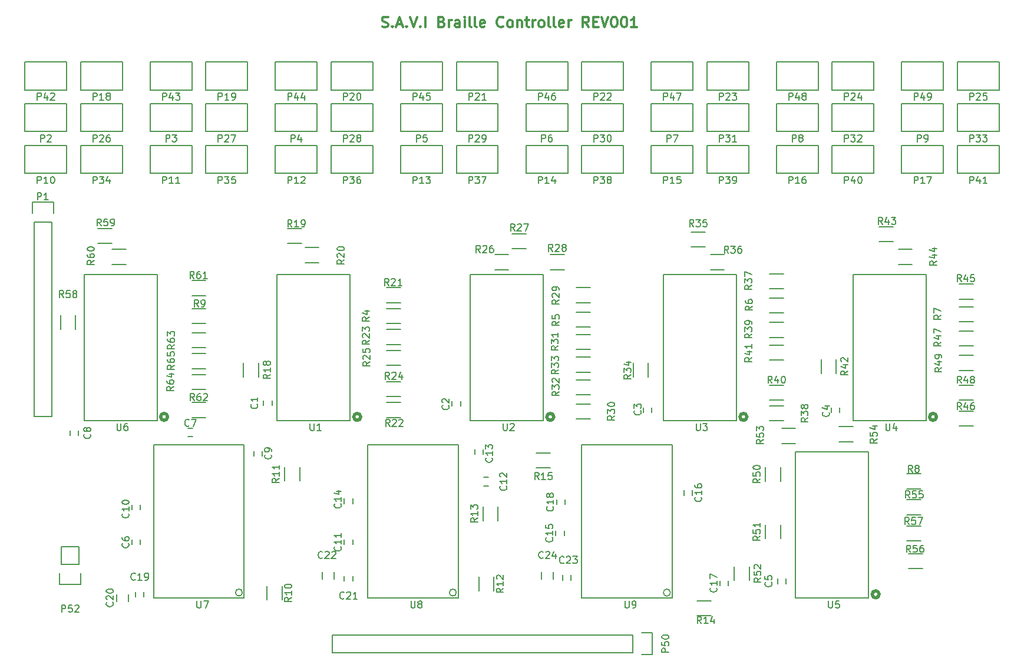
<source format=gbr>
G04 #@! TF.FileFunction,Legend,Top*
%FSLAX46Y46*%
G04 Gerber Fmt 4.6, Leading zero omitted, Abs format (unit mm)*
G04 Created by KiCad (PCBNEW 4.0.4-stable) date Wednesday, November 08, 2017 'PMt' 04:38:46 PM*
%MOMM*%
%LPD*%
G01*
G04 APERTURE LIST*
%ADD10C,0.100000*%
%ADD11C,0.300000*%
%ADD12C,0.500000*%
%ADD13C,0.150000*%
G04 APERTURE END LIST*
D10*
D11*
X134828573Y-49432143D02*
X135042859Y-49503571D01*
X135400002Y-49503571D01*
X135542859Y-49432143D01*
X135614288Y-49360714D01*
X135685716Y-49217857D01*
X135685716Y-49075000D01*
X135614288Y-48932143D01*
X135542859Y-48860714D01*
X135400002Y-48789286D01*
X135114288Y-48717857D01*
X134971430Y-48646429D01*
X134900002Y-48575000D01*
X134828573Y-48432143D01*
X134828573Y-48289286D01*
X134900002Y-48146429D01*
X134971430Y-48075000D01*
X135114288Y-48003571D01*
X135471430Y-48003571D01*
X135685716Y-48075000D01*
X136328573Y-49360714D02*
X136400001Y-49432143D01*
X136328573Y-49503571D01*
X136257144Y-49432143D01*
X136328573Y-49360714D01*
X136328573Y-49503571D01*
X136971430Y-49075000D02*
X137685716Y-49075000D01*
X136828573Y-49503571D02*
X137328573Y-48003571D01*
X137828573Y-49503571D01*
X138328573Y-49360714D02*
X138400001Y-49432143D01*
X138328573Y-49503571D01*
X138257144Y-49432143D01*
X138328573Y-49360714D01*
X138328573Y-49503571D01*
X138828573Y-48003571D02*
X139328573Y-49503571D01*
X139828573Y-48003571D01*
X140328573Y-49360714D02*
X140400001Y-49432143D01*
X140328573Y-49503571D01*
X140257144Y-49432143D01*
X140328573Y-49360714D01*
X140328573Y-49503571D01*
X141042859Y-49503571D02*
X141042859Y-48003571D01*
X143400002Y-48717857D02*
X143614288Y-48789286D01*
X143685716Y-48860714D01*
X143757145Y-49003571D01*
X143757145Y-49217857D01*
X143685716Y-49360714D01*
X143614288Y-49432143D01*
X143471430Y-49503571D01*
X142900002Y-49503571D01*
X142900002Y-48003571D01*
X143400002Y-48003571D01*
X143542859Y-48075000D01*
X143614288Y-48146429D01*
X143685716Y-48289286D01*
X143685716Y-48432143D01*
X143614288Y-48575000D01*
X143542859Y-48646429D01*
X143400002Y-48717857D01*
X142900002Y-48717857D01*
X144400002Y-49503571D02*
X144400002Y-48503571D01*
X144400002Y-48789286D02*
X144471430Y-48646429D01*
X144542859Y-48575000D01*
X144685716Y-48503571D01*
X144828573Y-48503571D01*
X145971430Y-49503571D02*
X145971430Y-48717857D01*
X145900001Y-48575000D01*
X145757144Y-48503571D01*
X145471430Y-48503571D01*
X145328573Y-48575000D01*
X145971430Y-49432143D02*
X145828573Y-49503571D01*
X145471430Y-49503571D01*
X145328573Y-49432143D01*
X145257144Y-49289286D01*
X145257144Y-49146429D01*
X145328573Y-49003571D01*
X145471430Y-48932143D01*
X145828573Y-48932143D01*
X145971430Y-48860714D01*
X146685716Y-49503571D02*
X146685716Y-48503571D01*
X146685716Y-48003571D02*
X146614287Y-48075000D01*
X146685716Y-48146429D01*
X146757144Y-48075000D01*
X146685716Y-48003571D01*
X146685716Y-48146429D01*
X147614288Y-49503571D02*
X147471430Y-49432143D01*
X147400002Y-49289286D01*
X147400002Y-48003571D01*
X148400002Y-49503571D02*
X148257144Y-49432143D01*
X148185716Y-49289286D01*
X148185716Y-48003571D01*
X149542858Y-49432143D02*
X149400001Y-49503571D01*
X149114287Y-49503571D01*
X148971430Y-49432143D01*
X148900001Y-49289286D01*
X148900001Y-48717857D01*
X148971430Y-48575000D01*
X149114287Y-48503571D01*
X149400001Y-48503571D01*
X149542858Y-48575000D01*
X149614287Y-48717857D01*
X149614287Y-48860714D01*
X148900001Y-49003571D01*
X152257144Y-49360714D02*
X152185715Y-49432143D01*
X151971429Y-49503571D01*
X151828572Y-49503571D01*
X151614287Y-49432143D01*
X151471429Y-49289286D01*
X151400001Y-49146429D01*
X151328572Y-48860714D01*
X151328572Y-48646429D01*
X151400001Y-48360714D01*
X151471429Y-48217857D01*
X151614287Y-48075000D01*
X151828572Y-48003571D01*
X151971429Y-48003571D01*
X152185715Y-48075000D01*
X152257144Y-48146429D01*
X153114287Y-49503571D02*
X152971429Y-49432143D01*
X152900001Y-49360714D01*
X152828572Y-49217857D01*
X152828572Y-48789286D01*
X152900001Y-48646429D01*
X152971429Y-48575000D01*
X153114287Y-48503571D01*
X153328572Y-48503571D01*
X153471429Y-48575000D01*
X153542858Y-48646429D01*
X153614287Y-48789286D01*
X153614287Y-49217857D01*
X153542858Y-49360714D01*
X153471429Y-49432143D01*
X153328572Y-49503571D01*
X153114287Y-49503571D01*
X154257144Y-48503571D02*
X154257144Y-49503571D01*
X154257144Y-48646429D02*
X154328572Y-48575000D01*
X154471430Y-48503571D01*
X154685715Y-48503571D01*
X154828572Y-48575000D01*
X154900001Y-48717857D01*
X154900001Y-49503571D01*
X155400001Y-48503571D02*
X155971430Y-48503571D01*
X155614287Y-48003571D02*
X155614287Y-49289286D01*
X155685715Y-49432143D01*
X155828573Y-49503571D01*
X155971430Y-49503571D01*
X156471430Y-49503571D02*
X156471430Y-48503571D01*
X156471430Y-48789286D02*
X156542858Y-48646429D01*
X156614287Y-48575000D01*
X156757144Y-48503571D01*
X156900001Y-48503571D01*
X157614287Y-49503571D02*
X157471429Y-49432143D01*
X157400001Y-49360714D01*
X157328572Y-49217857D01*
X157328572Y-48789286D01*
X157400001Y-48646429D01*
X157471429Y-48575000D01*
X157614287Y-48503571D01*
X157828572Y-48503571D01*
X157971429Y-48575000D01*
X158042858Y-48646429D01*
X158114287Y-48789286D01*
X158114287Y-49217857D01*
X158042858Y-49360714D01*
X157971429Y-49432143D01*
X157828572Y-49503571D01*
X157614287Y-49503571D01*
X158971430Y-49503571D02*
X158828572Y-49432143D01*
X158757144Y-49289286D01*
X158757144Y-48003571D01*
X159757144Y-49503571D02*
X159614286Y-49432143D01*
X159542858Y-49289286D01*
X159542858Y-48003571D01*
X160900000Y-49432143D02*
X160757143Y-49503571D01*
X160471429Y-49503571D01*
X160328572Y-49432143D01*
X160257143Y-49289286D01*
X160257143Y-48717857D01*
X160328572Y-48575000D01*
X160471429Y-48503571D01*
X160757143Y-48503571D01*
X160900000Y-48575000D01*
X160971429Y-48717857D01*
X160971429Y-48860714D01*
X160257143Y-49003571D01*
X161614286Y-49503571D02*
X161614286Y-48503571D01*
X161614286Y-48789286D02*
X161685714Y-48646429D01*
X161757143Y-48575000D01*
X161900000Y-48503571D01*
X162042857Y-48503571D01*
X164542857Y-49503571D02*
X164042857Y-48789286D01*
X163685714Y-49503571D02*
X163685714Y-48003571D01*
X164257142Y-48003571D01*
X164400000Y-48075000D01*
X164471428Y-48146429D01*
X164542857Y-48289286D01*
X164542857Y-48503571D01*
X164471428Y-48646429D01*
X164400000Y-48717857D01*
X164257142Y-48789286D01*
X163685714Y-48789286D01*
X165185714Y-48717857D02*
X165685714Y-48717857D01*
X165900000Y-49503571D02*
X165185714Y-49503571D01*
X165185714Y-48003571D01*
X165900000Y-48003571D01*
X166328571Y-48003571D02*
X166828571Y-49503571D01*
X167328571Y-48003571D01*
X168114285Y-48003571D02*
X168257142Y-48003571D01*
X168399999Y-48075000D01*
X168471428Y-48146429D01*
X168542857Y-48289286D01*
X168614285Y-48575000D01*
X168614285Y-48932143D01*
X168542857Y-49217857D01*
X168471428Y-49360714D01*
X168399999Y-49432143D01*
X168257142Y-49503571D01*
X168114285Y-49503571D01*
X167971428Y-49432143D01*
X167899999Y-49360714D01*
X167828571Y-49217857D01*
X167757142Y-48932143D01*
X167757142Y-48575000D01*
X167828571Y-48289286D01*
X167899999Y-48146429D01*
X167971428Y-48075000D01*
X168114285Y-48003571D01*
X169542856Y-48003571D02*
X169685713Y-48003571D01*
X169828570Y-48075000D01*
X169899999Y-48146429D01*
X169971428Y-48289286D01*
X170042856Y-48575000D01*
X170042856Y-48932143D01*
X169971428Y-49217857D01*
X169899999Y-49360714D01*
X169828570Y-49432143D01*
X169685713Y-49503571D01*
X169542856Y-49503571D01*
X169399999Y-49432143D01*
X169328570Y-49360714D01*
X169257142Y-49217857D01*
X169185713Y-48932143D01*
X169185713Y-48575000D01*
X169257142Y-48289286D01*
X169328570Y-48146429D01*
X169399999Y-48075000D01*
X169542856Y-48003571D01*
X171471427Y-49503571D02*
X170614284Y-49503571D01*
X171042856Y-49503571D02*
X171042856Y-48003571D01*
X170899999Y-48217857D01*
X170757141Y-48360714D01*
X170614284Y-48432143D01*
D12*
X131750000Y-105500000D02*
G75*
G03X131750000Y-105500000I-500000J0D01*
G01*
D13*
X119750000Y-106000000D02*
X119750000Y-85000000D01*
X119750000Y-85000000D02*
X130250000Y-85000000D01*
X130250000Y-106000000D02*
X119750000Y-106000000D01*
X130250000Y-106000000D02*
X130250000Y-85000000D01*
X117800000Y-103850000D02*
X117800000Y-103150000D01*
X119000000Y-103150000D02*
X119000000Y-103850000D01*
X144900000Y-103910000D02*
X144900000Y-103210000D01*
X146100000Y-103210000D02*
X146100000Y-103910000D01*
X172400000Y-104850000D02*
X172400000Y-104150000D01*
X173600000Y-104150000D02*
X173600000Y-104850000D01*
X199400000Y-104850000D02*
X199400000Y-104150000D01*
X200600000Y-104150000D02*
X200600000Y-104850000D01*
X191700000Y-129450000D02*
X191700000Y-128750000D01*
X192900000Y-128750000D02*
X192900000Y-129450000D01*
X98900000Y-123850000D02*
X98900000Y-123150000D01*
X100100000Y-123150000D02*
X100100000Y-123850000D01*
X106900000Y-107150000D02*
X107600000Y-107150000D01*
X107600000Y-108350000D02*
X106900000Y-108350000D01*
X91200000Y-107450000D02*
X91200000Y-108150000D01*
X90000000Y-108150000D02*
X90000000Y-107450000D01*
X116400000Y-111100000D02*
X116400000Y-110400000D01*
X117600000Y-110400000D02*
X117600000Y-111100000D01*
X100100000Y-118150000D02*
X100100000Y-118850000D01*
X98900000Y-118850000D02*
X98900000Y-118150000D01*
X129400000Y-123850000D02*
X129400000Y-123150000D01*
X130600000Y-123150000D02*
X130600000Y-123850000D01*
X149450000Y-114200000D02*
X150150000Y-114200000D01*
X150150000Y-115400000D02*
X149450000Y-115400000D01*
X148150000Y-110850000D02*
X148150000Y-110150000D01*
X149350000Y-110150000D02*
X149350000Y-110850000D01*
X130600000Y-117250000D02*
X130600000Y-117950000D01*
X129400000Y-117950000D02*
X129400000Y-117250000D01*
X159800000Y-122550000D02*
X159800000Y-121850000D01*
X161000000Y-121850000D02*
X161000000Y-122550000D01*
X179400000Y-116050000D02*
X179400000Y-116750000D01*
X178200000Y-116750000D02*
X178200000Y-116050000D01*
X184600000Y-129050000D02*
X184600000Y-129750000D01*
X183400000Y-129750000D02*
X183400000Y-129050000D01*
X161100000Y-117400000D02*
X161100000Y-118100000D01*
X159900000Y-118100000D02*
X159900000Y-117400000D01*
X100600000Y-130650000D02*
X100600000Y-131350000D01*
X99400000Y-131350000D02*
X99400000Y-130650000D01*
X98350000Y-132000000D02*
X98350000Y-131000000D01*
X96650000Y-131000000D02*
X96650000Y-132000000D01*
X129400000Y-129050000D02*
X129400000Y-128350000D01*
X130600000Y-128350000D02*
X130600000Y-129050000D01*
X126250000Y-127800000D02*
X126250000Y-128800000D01*
X127950000Y-128800000D02*
X127950000Y-127800000D01*
X160800000Y-128950000D02*
X160800000Y-128250000D01*
X162000000Y-128250000D02*
X162000000Y-128950000D01*
X157750000Y-127800000D02*
X157750000Y-128800000D01*
X159450000Y-128800000D02*
X159450000Y-127800000D01*
X83500000Y-64500000D02*
X83500000Y-60500000D01*
X83500000Y-60500000D02*
X89500000Y-60500000D01*
X89500000Y-60500000D02*
X89500000Y-64500000D01*
X89500000Y-64500000D02*
X83500000Y-64500000D01*
X101500000Y-64500000D02*
X101500000Y-60500000D01*
X101500000Y-60500000D02*
X107500000Y-60500000D01*
X107500000Y-60500000D02*
X107500000Y-64500000D01*
X107500000Y-64500000D02*
X101500000Y-64500000D01*
X119500000Y-64500000D02*
X119500000Y-60500000D01*
X119500000Y-60500000D02*
X125500000Y-60500000D01*
X125500000Y-60500000D02*
X125500000Y-64500000D01*
X125500000Y-64500000D02*
X119500000Y-64500000D01*
X137500000Y-64500000D02*
X137500000Y-60500000D01*
X137500000Y-60500000D02*
X143500000Y-60500000D01*
X143500000Y-60500000D02*
X143500000Y-64500000D01*
X143500000Y-64500000D02*
X137500000Y-64500000D01*
X155500000Y-64500000D02*
X155500000Y-60500000D01*
X155500000Y-60500000D02*
X161500000Y-60500000D01*
X161500000Y-60500000D02*
X161500000Y-64500000D01*
X161500000Y-64500000D02*
X155500000Y-64500000D01*
X173500000Y-64500000D02*
X173500000Y-60500000D01*
X173500000Y-60500000D02*
X179500000Y-60500000D01*
X179500000Y-60500000D02*
X179500000Y-64500000D01*
X179500000Y-64500000D02*
X173500000Y-64500000D01*
X191500000Y-64500000D02*
X191500000Y-60500000D01*
X191500000Y-60500000D02*
X197500000Y-60500000D01*
X197500000Y-60500000D02*
X197500000Y-64500000D01*
X197500000Y-64500000D02*
X191500000Y-64500000D01*
X209500000Y-64500000D02*
X209500000Y-60500000D01*
X209500000Y-60500000D02*
X215500000Y-60500000D01*
X215500000Y-60500000D02*
X215500000Y-64500000D01*
X215500000Y-64500000D02*
X209500000Y-64500000D01*
X83500000Y-70500000D02*
X83500000Y-66500000D01*
X83500000Y-66500000D02*
X89500000Y-66500000D01*
X89500000Y-66500000D02*
X89500000Y-70500000D01*
X89500000Y-70500000D02*
X83500000Y-70500000D01*
X101500000Y-70500000D02*
X101500000Y-66500000D01*
X101500000Y-66500000D02*
X107500000Y-66500000D01*
X107500000Y-66500000D02*
X107500000Y-70500000D01*
X107500000Y-70500000D02*
X101500000Y-70500000D01*
X119500000Y-70500000D02*
X119500000Y-66500000D01*
X119500000Y-66500000D02*
X125500000Y-66500000D01*
X125500000Y-66500000D02*
X125500000Y-70500000D01*
X125500000Y-70500000D02*
X119500000Y-70500000D01*
X137500000Y-70500000D02*
X137500000Y-66500000D01*
X137500000Y-66500000D02*
X143500000Y-66500000D01*
X143500000Y-66500000D02*
X143500000Y-70500000D01*
X143500000Y-70500000D02*
X137500000Y-70500000D01*
X155500000Y-70500000D02*
X155500000Y-66500000D01*
X155500000Y-66500000D02*
X161500000Y-66500000D01*
X161500000Y-66500000D02*
X161500000Y-70500000D01*
X161500000Y-70500000D02*
X155500000Y-70500000D01*
X173500000Y-70500000D02*
X173500000Y-66500000D01*
X173500000Y-66500000D02*
X179500000Y-66500000D01*
X179500000Y-66500000D02*
X179500000Y-70500000D01*
X179500000Y-70500000D02*
X173500000Y-70500000D01*
X191500000Y-70500000D02*
X191500000Y-66500000D01*
X191500000Y-66500000D02*
X197500000Y-66500000D01*
X197500000Y-66500000D02*
X197500000Y-70500000D01*
X197500000Y-70500000D02*
X191500000Y-70500000D01*
X209500000Y-70500000D02*
X209500000Y-66500000D01*
X209500000Y-66500000D02*
X215500000Y-66500000D01*
X215500000Y-66500000D02*
X215500000Y-70500000D01*
X215500000Y-70500000D02*
X209500000Y-70500000D01*
X91500000Y-58500000D02*
X91500000Y-54500000D01*
X91500000Y-54500000D02*
X97500000Y-54500000D01*
X97500000Y-54500000D02*
X97500000Y-58500000D01*
X97500000Y-58500000D02*
X91500000Y-58500000D01*
X109500000Y-58500000D02*
X109500000Y-54500000D01*
X109500000Y-54500000D02*
X115500000Y-54500000D01*
X115500000Y-54500000D02*
X115500000Y-58500000D01*
X115500000Y-58500000D02*
X109500000Y-58500000D01*
X127500000Y-58500000D02*
X127500000Y-54500000D01*
X127500000Y-54500000D02*
X133500000Y-54500000D01*
X133500000Y-54500000D02*
X133500000Y-58500000D01*
X133500000Y-58500000D02*
X127500000Y-58500000D01*
X145500000Y-58500000D02*
X145500000Y-54500000D01*
X145500000Y-54500000D02*
X151500000Y-54500000D01*
X151500000Y-54500000D02*
X151500000Y-58500000D01*
X151500000Y-58500000D02*
X145500000Y-58500000D01*
X163500000Y-58500000D02*
X163500000Y-54500000D01*
X163500000Y-54500000D02*
X169500000Y-54500000D01*
X169500000Y-54500000D02*
X169500000Y-58500000D01*
X169500000Y-58500000D02*
X163500000Y-58500000D01*
X181500000Y-58500000D02*
X181500000Y-54500000D01*
X181500000Y-54500000D02*
X187500000Y-54500000D01*
X187500000Y-54500000D02*
X187500000Y-58500000D01*
X187500000Y-58500000D02*
X181500000Y-58500000D01*
X199500000Y-58500000D02*
X199500000Y-54500000D01*
X199500000Y-54500000D02*
X205500000Y-54500000D01*
X205500000Y-54500000D02*
X205500000Y-58500000D01*
X205500000Y-58500000D02*
X199500000Y-58500000D01*
X217500000Y-58500000D02*
X217500000Y-54500000D01*
X217500000Y-54500000D02*
X223500000Y-54500000D01*
X223500000Y-54500000D02*
X223500000Y-58500000D01*
X223500000Y-58500000D02*
X217500000Y-58500000D01*
X91500000Y-64500000D02*
X91500000Y-60500000D01*
X91500000Y-60500000D02*
X97500000Y-60500000D01*
X97500000Y-60500000D02*
X97500000Y-64500000D01*
X97500000Y-64500000D02*
X91500000Y-64500000D01*
X109500000Y-64500000D02*
X109500000Y-60500000D01*
X109500000Y-60500000D02*
X115500000Y-60500000D01*
X115500000Y-60500000D02*
X115500000Y-64500000D01*
X115500000Y-64500000D02*
X109500000Y-64500000D01*
X127500000Y-64500000D02*
X127500000Y-60500000D01*
X127500000Y-60500000D02*
X133500000Y-60500000D01*
X133500000Y-60500000D02*
X133500000Y-64500000D01*
X133500000Y-64500000D02*
X127500000Y-64500000D01*
X145500000Y-64500000D02*
X145500000Y-60500000D01*
X145500000Y-60500000D02*
X151500000Y-60500000D01*
X151500000Y-60500000D02*
X151500000Y-64500000D01*
X151500000Y-64500000D02*
X145500000Y-64500000D01*
X163500000Y-64500000D02*
X163500000Y-60500000D01*
X163500000Y-60500000D02*
X169500000Y-60500000D01*
X169500000Y-60500000D02*
X169500000Y-64500000D01*
X169500000Y-64500000D02*
X163500000Y-64500000D01*
X181500000Y-64500000D02*
X181500000Y-60500000D01*
X181500000Y-60500000D02*
X187500000Y-60500000D01*
X187500000Y-60500000D02*
X187500000Y-64500000D01*
X187500000Y-64500000D02*
X181500000Y-64500000D01*
X199500000Y-64500000D02*
X199500000Y-60500000D01*
X199500000Y-60500000D02*
X205500000Y-60500000D01*
X205500000Y-60500000D02*
X205500000Y-64500000D01*
X205500000Y-64500000D02*
X199500000Y-64500000D01*
X217500000Y-64500000D02*
X217500000Y-60500000D01*
X217500000Y-60500000D02*
X223500000Y-60500000D01*
X223500000Y-60500000D02*
X223500000Y-64500000D01*
X223500000Y-64500000D02*
X217500000Y-64500000D01*
X91500000Y-70500000D02*
X91500000Y-66500000D01*
X91500000Y-66500000D02*
X97500000Y-66500000D01*
X97500000Y-66500000D02*
X97500000Y-70500000D01*
X97500000Y-70500000D02*
X91500000Y-70500000D01*
X109500000Y-70500000D02*
X109500000Y-66500000D01*
X109500000Y-66500000D02*
X115500000Y-66500000D01*
X115500000Y-66500000D02*
X115500000Y-70500000D01*
X115500000Y-70500000D02*
X109500000Y-70500000D01*
X127500000Y-70500000D02*
X127500000Y-66500000D01*
X127500000Y-66500000D02*
X133500000Y-66500000D01*
X133500000Y-66500000D02*
X133500000Y-70500000D01*
X133500000Y-70500000D02*
X127500000Y-70500000D01*
X145500000Y-70500000D02*
X145500000Y-66500000D01*
X145500000Y-66500000D02*
X151500000Y-66500000D01*
X151500000Y-66500000D02*
X151500000Y-70500000D01*
X151500000Y-70500000D02*
X145500000Y-70500000D01*
X163500000Y-70500000D02*
X163500000Y-66500000D01*
X163500000Y-66500000D02*
X169500000Y-66500000D01*
X169500000Y-66500000D02*
X169500000Y-70500000D01*
X169500000Y-70500000D02*
X163500000Y-70500000D01*
X181500000Y-70500000D02*
X181500000Y-66500000D01*
X181500000Y-66500000D02*
X187500000Y-66500000D01*
X187500000Y-66500000D02*
X187500000Y-70500000D01*
X187500000Y-70500000D02*
X181500000Y-70500000D01*
X199500000Y-70500000D02*
X199500000Y-66500000D01*
X199500000Y-66500000D02*
X205500000Y-66500000D01*
X205500000Y-66500000D02*
X205500000Y-70500000D01*
X205500000Y-70500000D02*
X199500000Y-70500000D01*
X217500000Y-70500000D02*
X217500000Y-66500000D01*
X217500000Y-66500000D02*
X223500000Y-66500000D01*
X223500000Y-66500000D02*
X223500000Y-70500000D01*
X223500000Y-70500000D02*
X217500000Y-70500000D01*
X83500000Y-58500000D02*
X83500000Y-54500000D01*
X83500000Y-54500000D02*
X89500000Y-54500000D01*
X89500000Y-54500000D02*
X89500000Y-58500000D01*
X89500000Y-58500000D02*
X83500000Y-58500000D01*
X101500000Y-58500000D02*
X101500000Y-54500000D01*
X101500000Y-54500000D02*
X107500000Y-54500000D01*
X107500000Y-54500000D02*
X107500000Y-58500000D01*
X107500000Y-58500000D02*
X101500000Y-58500000D01*
X119500000Y-58500000D02*
X119500000Y-54500000D01*
X119500000Y-54500000D02*
X125500000Y-54500000D01*
X125500000Y-54500000D02*
X125500000Y-58500000D01*
X125500000Y-58500000D02*
X119500000Y-58500000D01*
X137500000Y-58500000D02*
X137500000Y-54500000D01*
X137500000Y-54500000D02*
X143500000Y-54500000D01*
X143500000Y-54500000D02*
X143500000Y-58500000D01*
X143500000Y-58500000D02*
X137500000Y-58500000D01*
X155500000Y-58500000D02*
X155500000Y-54500000D01*
X155500000Y-54500000D02*
X161500000Y-54500000D01*
X161500000Y-54500000D02*
X161500000Y-58500000D01*
X161500000Y-58500000D02*
X155500000Y-58500000D01*
X173500000Y-58500000D02*
X173500000Y-54500000D01*
X173500000Y-54500000D02*
X179500000Y-54500000D01*
X179500000Y-54500000D02*
X179500000Y-58500000D01*
X179500000Y-58500000D02*
X173500000Y-58500000D01*
X191500000Y-58500000D02*
X191500000Y-54500000D01*
X191500000Y-54500000D02*
X197500000Y-54500000D01*
X197500000Y-54500000D02*
X197500000Y-58500000D01*
X197500000Y-58500000D02*
X191500000Y-58500000D01*
X209500000Y-58500000D02*
X209500000Y-54500000D01*
X209500000Y-54500000D02*
X215500000Y-54500000D01*
X215500000Y-54500000D02*
X215500000Y-58500000D01*
X215500000Y-58500000D02*
X209500000Y-58500000D01*
X88730000Y-126730000D02*
X88730000Y-124190000D01*
X88450000Y-129550000D02*
X88450000Y-128000000D01*
X88730000Y-126730000D02*
X91270000Y-126730000D01*
X91550000Y-128000000D02*
X91550000Y-129550000D01*
X91550000Y-129550000D02*
X88450000Y-129550000D01*
X91270000Y-126730000D02*
X91270000Y-124190000D01*
X91270000Y-124190000D02*
X88730000Y-124190000D01*
X137500000Y-92075000D02*
X135500000Y-92075000D01*
X135500000Y-89925000D02*
X137500000Y-89925000D01*
X164750000Y-92575000D02*
X162750000Y-92575000D01*
X162750000Y-90425000D02*
X164750000Y-90425000D01*
X192500000Y-90575000D02*
X190500000Y-90575000D01*
X190500000Y-88425000D02*
X192500000Y-88425000D01*
X219750000Y-91825000D02*
X217750000Y-91825000D01*
X217750000Y-89675000D02*
X219750000Y-89675000D01*
X212250000Y-115825000D02*
X210250000Y-115825000D01*
X210250000Y-113675000D02*
X212250000Y-113675000D01*
X109500000Y-92075000D02*
X107500000Y-92075000D01*
X107500000Y-89925000D02*
X109500000Y-89925000D01*
X120455000Y-129810000D02*
X120455000Y-131810000D01*
X118305000Y-131810000D02*
X118305000Y-129810000D01*
X122975000Y-112700000D02*
X122975000Y-114700000D01*
X120825000Y-114700000D02*
X120825000Y-112700000D01*
X150875000Y-128500000D02*
X150875000Y-130500000D01*
X148725000Y-130500000D02*
X148725000Y-128500000D01*
X151475000Y-118400000D02*
X151475000Y-120400000D01*
X149325000Y-120400000D02*
X149325000Y-118400000D01*
X182100000Y-134075000D02*
X180100000Y-134075000D01*
X180100000Y-131925000D02*
X182100000Y-131925000D01*
X157000000Y-110675000D02*
X159000000Y-110675000D01*
X159000000Y-112825000D02*
X157000000Y-112825000D01*
X114925000Y-99750000D02*
X114925000Y-97750000D01*
X117075000Y-97750000D02*
X117075000Y-99750000D01*
X121250000Y-78425000D02*
X123250000Y-78425000D01*
X123250000Y-80575000D02*
X121250000Y-80575000D01*
X123750000Y-81175000D02*
X125750000Y-81175000D01*
X125750000Y-83325000D02*
X123750000Y-83325000D01*
X137500000Y-89075000D02*
X135500000Y-89075000D01*
X135500000Y-86925000D02*
X137500000Y-86925000D01*
X137500000Y-105575000D02*
X135500000Y-105575000D01*
X135500000Y-103425000D02*
X137500000Y-103425000D01*
X137500000Y-95075000D02*
X135500000Y-95075000D01*
X135500000Y-92925000D02*
X137500000Y-92925000D01*
X137500000Y-102575000D02*
X135500000Y-102575000D01*
X135500000Y-100425000D02*
X137500000Y-100425000D01*
X137500000Y-98075000D02*
X135500000Y-98075000D01*
X135500000Y-95925000D02*
X137500000Y-95925000D01*
X153000000Y-84325000D02*
X151000000Y-84325000D01*
X151000000Y-82175000D02*
X153000000Y-82175000D01*
X155500000Y-81325000D02*
X153500000Y-81325000D01*
X153500000Y-79175000D02*
X155500000Y-79175000D01*
X161000000Y-84325000D02*
X159000000Y-84325000D01*
X159000000Y-82175000D02*
X161000000Y-82175000D01*
X164750000Y-89075000D02*
X162750000Y-89075000D01*
X162750000Y-86925000D02*
X164750000Y-86925000D01*
X164750000Y-105825000D02*
X162750000Y-105825000D01*
X162750000Y-103675000D02*
X164750000Y-103675000D01*
X164750000Y-95825000D02*
X162750000Y-95825000D01*
X162750000Y-93675000D02*
X164750000Y-93675000D01*
X164750000Y-102325000D02*
X162750000Y-102325000D01*
X162750000Y-100175000D02*
X164750000Y-100175000D01*
X164750000Y-99075000D02*
X162750000Y-99075000D01*
X162750000Y-96925000D02*
X164750000Y-96925000D01*
X170925000Y-99750000D02*
X170925000Y-97750000D01*
X173075000Y-97750000D02*
X173075000Y-99750000D01*
X181250000Y-81075000D02*
X179250000Y-81075000D01*
X179250000Y-78925000D02*
X181250000Y-78925000D01*
X184000000Y-84325000D02*
X182000000Y-84325000D01*
X182000000Y-82175000D02*
X184000000Y-82175000D01*
X192500000Y-87075000D02*
X190500000Y-87075000D01*
X190500000Y-84925000D02*
X192500000Y-84925000D01*
X192500000Y-106075000D02*
X190500000Y-106075000D01*
X190500000Y-103925000D02*
X192500000Y-103925000D01*
X192500000Y-94075000D02*
X190500000Y-94075000D01*
X190500000Y-91925000D02*
X192500000Y-91925000D01*
X192500000Y-103075000D02*
X190500000Y-103075000D01*
X190500000Y-100925000D02*
X192500000Y-100925000D01*
X192500000Y-97325000D02*
X190500000Y-97325000D01*
X190500000Y-95175000D02*
X192500000Y-95175000D01*
X197925000Y-99250000D02*
X197925000Y-97250000D01*
X200075000Y-97250000D02*
X200075000Y-99250000D01*
X208250000Y-80325000D02*
X206250000Y-80325000D01*
X206250000Y-78175000D02*
X208250000Y-78175000D01*
X211000000Y-83575000D02*
X209000000Y-83575000D01*
X209000000Y-81425000D02*
X211000000Y-81425000D01*
X219750000Y-88575000D02*
X217750000Y-88575000D01*
X217750000Y-86425000D02*
X219750000Y-86425000D01*
X219750000Y-106825000D02*
X217750000Y-106825000D01*
X217750000Y-104675000D02*
X219750000Y-104675000D01*
X219750000Y-95325000D02*
X217750000Y-95325000D01*
X217750000Y-93175000D02*
X219750000Y-93175000D01*
X219750000Y-103075000D02*
X217750000Y-103075000D01*
X217750000Y-100925000D02*
X219750000Y-100925000D01*
X219750000Y-98825000D02*
X217750000Y-98825000D01*
X217750000Y-96675000D02*
X219750000Y-96675000D01*
X192075000Y-112750000D02*
X192075000Y-114750000D01*
X189925000Y-114750000D02*
X189925000Y-112750000D01*
X192075000Y-121000000D02*
X192075000Y-123000000D01*
X189925000Y-123000000D02*
X189925000Y-121000000D01*
X185425000Y-129000000D02*
X185425000Y-127000000D01*
X187575000Y-127000000D02*
X187575000Y-129000000D01*
X194250000Y-109325000D02*
X192250000Y-109325000D01*
X192250000Y-107175000D02*
X194250000Y-107175000D01*
X202500000Y-109075000D02*
X200500000Y-109075000D01*
X200500000Y-106925000D02*
X202500000Y-106925000D01*
X212250000Y-119575000D02*
X210250000Y-119575000D01*
X210250000Y-117425000D02*
X212250000Y-117425000D01*
X212500000Y-127325000D02*
X210500000Y-127325000D01*
X210500000Y-125175000D02*
X212500000Y-125175000D01*
X212250000Y-123325000D02*
X210250000Y-123325000D01*
X210250000Y-121175000D02*
X212250000Y-121175000D01*
X90775000Y-90900000D02*
X90775000Y-92900000D01*
X88625000Y-92900000D02*
X88625000Y-90900000D01*
X94000000Y-78425000D02*
X96000000Y-78425000D01*
X96000000Y-80575000D02*
X94000000Y-80575000D01*
X96000000Y-81425000D02*
X98000000Y-81425000D01*
X98000000Y-83575000D02*
X96000000Y-83575000D01*
X109500000Y-88075000D02*
X107500000Y-88075000D01*
X107500000Y-85925000D02*
X109500000Y-85925000D01*
X109500000Y-105575000D02*
X107500000Y-105575000D01*
X107500000Y-103425000D02*
X109500000Y-103425000D01*
X109500000Y-95575000D02*
X107500000Y-95575000D01*
X107500000Y-93425000D02*
X109500000Y-93425000D01*
X109500000Y-101575000D02*
X107500000Y-101575000D01*
X107500000Y-99425000D02*
X109500000Y-99425000D01*
X109500000Y-98575000D02*
X107500000Y-98575000D01*
X107500000Y-96425000D02*
X109500000Y-96425000D01*
D12*
X159500000Y-105500000D02*
G75*
G03X159500000Y-105500000I-500000J0D01*
G01*
D13*
X147500000Y-106000000D02*
X147500000Y-85000000D01*
X147500000Y-85000000D02*
X158000000Y-85000000D01*
X158000000Y-106000000D02*
X147500000Y-106000000D01*
X158000000Y-106000000D02*
X158000000Y-85000000D01*
D12*
X187250000Y-105500000D02*
G75*
G03X187250000Y-105500000I-500000J0D01*
G01*
D13*
X175250000Y-106000000D02*
X175250000Y-85000000D01*
X175250000Y-85000000D02*
X185750000Y-85000000D01*
X185750000Y-106000000D02*
X175250000Y-106000000D01*
X185750000Y-106000000D02*
X185750000Y-85000000D01*
D12*
X214500000Y-105500000D02*
G75*
G03X214500000Y-105500000I-500000J0D01*
G01*
D13*
X202500000Y-106000000D02*
X202500000Y-85000000D01*
X202500000Y-85000000D02*
X213000000Y-85000000D01*
X213000000Y-106000000D02*
X202500000Y-106000000D01*
X213000000Y-106000000D02*
X213000000Y-85000000D01*
D12*
X206250000Y-131000000D02*
G75*
G03X206250000Y-131000000I-500000J0D01*
G01*
D13*
X194250000Y-131500000D02*
X194250000Y-110500000D01*
X194250000Y-110500000D02*
X204750000Y-110500000D01*
X204750000Y-131500000D02*
X194250000Y-131500000D01*
X204750000Y-131500000D02*
X204750000Y-110500000D01*
D12*
X104000000Y-105500000D02*
G75*
G03X104000000Y-105500000I-500000J0D01*
G01*
D13*
X92000000Y-106000000D02*
X92000000Y-85000000D01*
X92000000Y-85000000D02*
X102500000Y-85000000D01*
X102500000Y-106000000D02*
X92000000Y-106000000D01*
X102500000Y-106000000D02*
X102500000Y-85000000D01*
X114750000Y-130750000D02*
G75*
G03X114750000Y-130750000I-500000J0D01*
G01*
X115000000Y-131500000D02*
X102000000Y-131500000D01*
X102000000Y-131500000D02*
X102000000Y-109500000D01*
X102000000Y-109500000D02*
X115000000Y-109500000D01*
X115000000Y-109500000D02*
X115000000Y-131500000D01*
X145500000Y-130750000D02*
G75*
G03X145500000Y-130750000I-500000J0D01*
G01*
X145750000Y-131500000D02*
X132750000Y-131500000D01*
X132750000Y-131500000D02*
X132750000Y-109500000D01*
X132750000Y-109500000D02*
X145750000Y-109500000D01*
X145750000Y-109500000D02*
X145750000Y-131500000D01*
X176250000Y-130750000D02*
G75*
G03X176250000Y-130750000I-500000J0D01*
G01*
X176500000Y-131500000D02*
X163500000Y-131500000D01*
X163500000Y-131500000D02*
X163500000Y-109500000D01*
X163500000Y-109500000D02*
X176500000Y-109500000D01*
X176500000Y-109500000D02*
X176500000Y-131500000D01*
X170830000Y-139370000D02*
X127650000Y-139370000D01*
X127650000Y-139370000D02*
X127650000Y-136830000D01*
X127650000Y-136830000D02*
X170830000Y-136830000D01*
X173650000Y-139650000D02*
X172100000Y-139650000D01*
X170830000Y-139370000D02*
X170830000Y-136830000D01*
X172100000Y-136550000D02*
X173650000Y-136550000D01*
X173650000Y-136550000D02*
X173650000Y-139650000D01*
X87370000Y-77470000D02*
X87370000Y-105410000D01*
X87370000Y-105410000D02*
X84830000Y-105410000D01*
X84830000Y-105410000D02*
X84830000Y-77470000D01*
X87650000Y-74650000D02*
X87650000Y-76200000D01*
X87370000Y-77470000D02*
X84830000Y-77470000D01*
X84550000Y-76200000D02*
X84550000Y-74650000D01*
X84550000Y-74650000D02*
X87650000Y-74650000D01*
X124488095Y-106452381D02*
X124488095Y-107261905D01*
X124535714Y-107357143D01*
X124583333Y-107404762D01*
X124678571Y-107452381D01*
X124869048Y-107452381D01*
X124964286Y-107404762D01*
X125011905Y-107357143D01*
X125059524Y-107261905D01*
X125059524Y-106452381D01*
X126059524Y-107452381D02*
X125488095Y-107452381D01*
X125773809Y-107452381D02*
X125773809Y-106452381D01*
X125678571Y-106595238D01*
X125583333Y-106690476D01*
X125488095Y-106738095D01*
X116857143Y-103666666D02*
X116904762Y-103714285D01*
X116952381Y-103857142D01*
X116952381Y-103952380D01*
X116904762Y-104095238D01*
X116809524Y-104190476D01*
X116714286Y-104238095D01*
X116523810Y-104285714D01*
X116380952Y-104285714D01*
X116190476Y-104238095D01*
X116095238Y-104190476D01*
X116000000Y-104095238D01*
X115952381Y-103952380D01*
X115952381Y-103857142D01*
X116000000Y-103714285D01*
X116047619Y-103666666D01*
X116952381Y-102714285D02*
X116952381Y-103285714D01*
X116952381Y-103000000D02*
X115952381Y-103000000D01*
X116095238Y-103095238D01*
X116190476Y-103190476D01*
X116238095Y-103285714D01*
X144357143Y-103816666D02*
X144404762Y-103864285D01*
X144452381Y-104007142D01*
X144452381Y-104102380D01*
X144404762Y-104245238D01*
X144309524Y-104340476D01*
X144214286Y-104388095D01*
X144023810Y-104435714D01*
X143880952Y-104435714D01*
X143690476Y-104388095D01*
X143595238Y-104340476D01*
X143500000Y-104245238D01*
X143452381Y-104102380D01*
X143452381Y-104007142D01*
X143500000Y-103864285D01*
X143547619Y-103816666D01*
X143547619Y-103435714D02*
X143500000Y-103388095D01*
X143452381Y-103292857D01*
X143452381Y-103054761D01*
X143500000Y-102959523D01*
X143547619Y-102911904D01*
X143642857Y-102864285D01*
X143738095Y-102864285D01*
X143880952Y-102911904D01*
X144452381Y-103483333D01*
X144452381Y-102864285D01*
X171957143Y-104591666D02*
X172004762Y-104639285D01*
X172052381Y-104782142D01*
X172052381Y-104877380D01*
X172004762Y-105020238D01*
X171909524Y-105115476D01*
X171814286Y-105163095D01*
X171623810Y-105210714D01*
X171480952Y-105210714D01*
X171290476Y-105163095D01*
X171195238Y-105115476D01*
X171100000Y-105020238D01*
X171052381Y-104877380D01*
X171052381Y-104782142D01*
X171100000Y-104639285D01*
X171147619Y-104591666D01*
X171052381Y-104258333D02*
X171052381Y-103639285D01*
X171433333Y-103972619D01*
X171433333Y-103829761D01*
X171480952Y-103734523D01*
X171528571Y-103686904D01*
X171623810Y-103639285D01*
X171861905Y-103639285D01*
X171957143Y-103686904D01*
X172004762Y-103734523D01*
X172052381Y-103829761D01*
X172052381Y-104115476D01*
X172004762Y-104210714D01*
X171957143Y-104258333D01*
X199007143Y-104816666D02*
X199054762Y-104864285D01*
X199102381Y-105007142D01*
X199102381Y-105102380D01*
X199054762Y-105245238D01*
X198959524Y-105340476D01*
X198864286Y-105388095D01*
X198673810Y-105435714D01*
X198530952Y-105435714D01*
X198340476Y-105388095D01*
X198245238Y-105340476D01*
X198150000Y-105245238D01*
X198102381Y-105102380D01*
X198102381Y-105007142D01*
X198150000Y-104864285D01*
X198197619Y-104816666D01*
X198435714Y-103959523D02*
X199102381Y-103959523D01*
X198054762Y-104197619D02*
X198769048Y-104435714D01*
X198769048Y-103816666D01*
X190757143Y-129266666D02*
X190804762Y-129314285D01*
X190852381Y-129457142D01*
X190852381Y-129552380D01*
X190804762Y-129695238D01*
X190709524Y-129790476D01*
X190614286Y-129838095D01*
X190423810Y-129885714D01*
X190280952Y-129885714D01*
X190090476Y-129838095D01*
X189995238Y-129790476D01*
X189900000Y-129695238D01*
X189852381Y-129552380D01*
X189852381Y-129457142D01*
X189900000Y-129314285D01*
X189947619Y-129266666D01*
X189852381Y-128361904D02*
X189852381Y-128838095D01*
X190328571Y-128885714D01*
X190280952Y-128838095D01*
X190233333Y-128742857D01*
X190233333Y-128504761D01*
X190280952Y-128409523D01*
X190328571Y-128361904D01*
X190423810Y-128314285D01*
X190661905Y-128314285D01*
X190757143Y-128361904D01*
X190804762Y-128409523D01*
X190852381Y-128504761D01*
X190852381Y-128742857D01*
X190804762Y-128838095D01*
X190757143Y-128885714D01*
X98357143Y-123666666D02*
X98404762Y-123714285D01*
X98452381Y-123857142D01*
X98452381Y-123952380D01*
X98404762Y-124095238D01*
X98309524Y-124190476D01*
X98214286Y-124238095D01*
X98023810Y-124285714D01*
X97880952Y-124285714D01*
X97690476Y-124238095D01*
X97595238Y-124190476D01*
X97500000Y-124095238D01*
X97452381Y-123952380D01*
X97452381Y-123857142D01*
X97500000Y-123714285D01*
X97547619Y-123666666D01*
X97452381Y-122809523D02*
X97452381Y-123000000D01*
X97500000Y-123095238D01*
X97547619Y-123142857D01*
X97690476Y-123238095D01*
X97880952Y-123285714D01*
X98261905Y-123285714D01*
X98357143Y-123238095D01*
X98404762Y-123190476D01*
X98452381Y-123095238D01*
X98452381Y-122904761D01*
X98404762Y-122809523D01*
X98357143Y-122761904D01*
X98261905Y-122714285D01*
X98023810Y-122714285D01*
X97928571Y-122761904D01*
X97880952Y-122809523D01*
X97833333Y-122904761D01*
X97833333Y-123095238D01*
X97880952Y-123190476D01*
X97928571Y-123238095D01*
X98023810Y-123285714D01*
X107083334Y-106757143D02*
X107035715Y-106804762D01*
X106892858Y-106852381D01*
X106797620Y-106852381D01*
X106654762Y-106804762D01*
X106559524Y-106709524D01*
X106511905Y-106614286D01*
X106464286Y-106423810D01*
X106464286Y-106280952D01*
X106511905Y-106090476D01*
X106559524Y-105995238D01*
X106654762Y-105900000D01*
X106797620Y-105852381D01*
X106892858Y-105852381D01*
X107035715Y-105900000D01*
X107083334Y-105947619D01*
X107416667Y-105852381D02*
X108083334Y-105852381D01*
X107654762Y-106852381D01*
X92857143Y-107966666D02*
X92904762Y-108014285D01*
X92952381Y-108157142D01*
X92952381Y-108252380D01*
X92904762Y-108395238D01*
X92809524Y-108490476D01*
X92714286Y-108538095D01*
X92523810Y-108585714D01*
X92380952Y-108585714D01*
X92190476Y-108538095D01*
X92095238Y-108490476D01*
X92000000Y-108395238D01*
X91952381Y-108252380D01*
X91952381Y-108157142D01*
X92000000Y-108014285D01*
X92047619Y-107966666D01*
X92380952Y-107395238D02*
X92333333Y-107490476D01*
X92285714Y-107538095D01*
X92190476Y-107585714D01*
X92142857Y-107585714D01*
X92047619Y-107538095D01*
X92000000Y-107490476D01*
X91952381Y-107395238D01*
X91952381Y-107204761D01*
X92000000Y-107109523D01*
X92047619Y-107061904D01*
X92142857Y-107014285D01*
X92190476Y-107014285D01*
X92285714Y-107061904D01*
X92333333Y-107109523D01*
X92380952Y-107204761D01*
X92380952Y-107395238D01*
X92428571Y-107490476D01*
X92476190Y-107538095D01*
X92571429Y-107585714D01*
X92761905Y-107585714D01*
X92857143Y-107538095D01*
X92904762Y-107490476D01*
X92952381Y-107395238D01*
X92952381Y-107204761D01*
X92904762Y-107109523D01*
X92857143Y-107061904D01*
X92761905Y-107014285D01*
X92571429Y-107014285D01*
X92476190Y-107061904D01*
X92428571Y-107109523D01*
X92380952Y-107204761D01*
X118857143Y-110916666D02*
X118904762Y-110964285D01*
X118952381Y-111107142D01*
X118952381Y-111202380D01*
X118904762Y-111345238D01*
X118809524Y-111440476D01*
X118714286Y-111488095D01*
X118523810Y-111535714D01*
X118380952Y-111535714D01*
X118190476Y-111488095D01*
X118095238Y-111440476D01*
X118000000Y-111345238D01*
X117952381Y-111202380D01*
X117952381Y-111107142D01*
X118000000Y-110964285D01*
X118047619Y-110916666D01*
X118952381Y-110440476D02*
X118952381Y-110250000D01*
X118904762Y-110154761D01*
X118857143Y-110107142D01*
X118714286Y-110011904D01*
X118523810Y-109964285D01*
X118142857Y-109964285D01*
X118047619Y-110011904D01*
X118000000Y-110059523D01*
X117952381Y-110154761D01*
X117952381Y-110345238D01*
X118000000Y-110440476D01*
X118047619Y-110488095D01*
X118142857Y-110535714D01*
X118380952Y-110535714D01*
X118476190Y-110488095D01*
X118523810Y-110440476D01*
X118571429Y-110345238D01*
X118571429Y-110154761D01*
X118523810Y-110059523D01*
X118476190Y-110011904D01*
X118380952Y-109964285D01*
X98357143Y-119392857D02*
X98404762Y-119440476D01*
X98452381Y-119583333D01*
X98452381Y-119678571D01*
X98404762Y-119821429D01*
X98309524Y-119916667D01*
X98214286Y-119964286D01*
X98023810Y-120011905D01*
X97880952Y-120011905D01*
X97690476Y-119964286D01*
X97595238Y-119916667D01*
X97500000Y-119821429D01*
X97452381Y-119678571D01*
X97452381Y-119583333D01*
X97500000Y-119440476D01*
X97547619Y-119392857D01*
X98452381Y-118440476D02*
X98452381Y-119011905D01*
X98452381Y-118726191D02*
X97452381Y-118726191D01*
X97595238Y-118821429D01*
X97690476Y-118916667D01*
X97738095Y-119011905D01*
X97452381Y-117821429D02*
X97452381Y-117726190D01*
X97500000Y-117630952D01*
X97547619Y-117583333D01*
X97642857Y-117535714D01*
X97833333Y-117488095D01*
X98071429Y-117488095D01*
X98261905Y-117535714D01*
X98357143Y-117583333D01*
X98404762Y-117630952D01*
X98452381Y-117726190D01*
X98452381Y-117821429D01*
X98404762Y-117916667D01*
X98357143Y-117964286D01*
X98261905Y-118011905D01*
X98071429Y-118059524D01*
X97833333Y-118059524D01*
X97642857Y-118011905D01*
X97547619Y-117964286D01*
X97500000Y-117916667D01*
X97452381Y-117821429D01*
X128857143Y-124142857D02*
X128904762Y-124190476D01*
X128952381Y-124333333D01*
X128952381Y-124428571D01*
X128904762Y-124571429D01*
X128809524Y-124666667D01*
X128714286Y-124714286D01*
X128523810Y-124761905D01*
X128380952Y-124761905D01*
X128190476Y-124714286D01*
X128095238Y-124666667D01*
X128000000Y-124571429D01*
X127952381Y-124428571D01*
X127952381Y-124333333D01*
X128000000Y-124190476D01*
X128047619Y-124142857D01*
X128952381Y-123190476D02*
X128952381Y-123761905D01*
X128952381Y-123476191D02*
X127952381Y-123476191D01*
X128095238Y-123571429D01*
X128190476Y-123666667D01*
X128238095Y-123761905D01*
X128952381Y-122238095D02*
X128952381Y-122809524D01*
X128952381Y-122523810D02*
X127952381Y-122523810D01*
X128095238Y-122619048D01*
X128190476Y-122714286D01*
X128238095Y-122809524D01*
X152657143Y-115442857D02*
X152704762Y-115490476D01*
X152752381Y-115633333D01*
X152752381Y-115728571D01*
X152704762Y-115871429D01*
X152609524Y-115966667D01*
X152514286Y-116014286D01*
X152323810Y-116061905D01*
X152180952Y-116061905D01*
X151990476Y-116014286D01*
X151895238Y-115966667D01*
X151800000Y-115871429D01*
X151752381Y-115728571D01*
X151752381Y-115633333D01*
X151800000Y-115490476D01*
X151847619Y-115442857D01*
X152752381Y-114490476D02*
X152752381Y-115061905D01*
X152752381Y-114776191D02*
X151752381Y-114776191D01*
X151895238Y-114871429D01*
X151990476Y-114966667D01*
X152038095Y-115061905D01*
X151847619Y-114109524D02*
X151800000Y-114061905D01*
X151752381Y-113966667D01*
X151752381Y-113728571D01*
X151800000Y-113633333D01*
X151847619Y-113585714D01*
X151942857Y-113538095D01*
X152038095Y-113538095D01*
X152180952Y-113585714D01*
X152752381Y-114157143D01*
X152752381Y-113538095D01*
X150607143Y-111392857D02*
X150654762Y-111440476D01*
X150702381Y-111583333D01*
X150702381Y-111678571D01*
X150654762Y-111821429D01*
X150559524Y-111916667D01*
X150464286Y-111964286D01*
X150273810Y-112011905D01*
X150130952Y-112011905D01*
X149940476Y-111964286D01*
X149845238Y-111916667D01*
X149750000Y-111821429D01*
X149702381Y-111678571D01*
X149702381Y-111583333D01*
X149750000Y-111440476D01*
X149797619Y-111392857D01*
X150702381Y-110440476D02*
X150702381Y-111011905D01*
X150702381Y-110726191D02*
X149702381Y-110726191D01*
X149845238Y-110821429D01*
X149940476Y-110916667D01*
X149988095Y-111011905D01*
X149702381Y-110107143D02*
X149702381Y-109488095D01*
X150083333Y-109821429D01*
X150083333Y-109678571D01*
X150130952Y-109583333D01*
X150178571Y-109535714D01*
X150273810Y-109488095D01*
X150511905Y-109488095D01*
X150607143Y-109535714D01*
X150654762Y-109583333D01*
X150702381Y-109678571D01*
X150702381Y-109964286D01*
X150654762Y-110059524D01*
X150607143Y-110107143D01*
X128857143Y-117992857D02*
X128904762Y-118040476D01*
X128952381Y-118183333D01*
X128952381Y-118278571D01*
X128904762Y-118421429D01*
X128809524Y-118516667D01*
X128714286Y-118564286D01*
X128523810Y-118611905D01*
X128380952Y-118611905D01*
X128190476Y-118564286D01*
X128095238Y-118516667D01*
X128000000Y-118421429D01*
X127952381Y-118278571D01*
X127952381Y-118183333D01*
X128000000Y-118040476D01*
X128047619Y-117992857D01*
X128952381Y-117040476D02*
X128952381Y-117611905D01*
X128952381Y-117326191D02*
X127952381Y-117326191D01*
X128095238Y-117421429D01*
X128190476Y-117516667D01*
X128238095Y-117611905D01*
X128285714Y-116183333D02*
X128952381Y-116183333D01*
X127904762Y-116421429D02*
X128619048Y-116659524D01*
X128619048Y-116040476D01*
X159257143Y-122842857D02*
X159304762Y-122890476D01*
X159352381Y-123033333D01*
X159352381Y-123128571D01*
X159304762Y-123271429D01*
X159209524Y-123366667D01*
X159114286Y-123414286D01*
X158923810Y-123461905D01*
X158780952Y-123461905D01*
X158590476Y-123414286D01*
X158495238Y-123366667D01*
X158400000Y-123271429D01*
X158352381Y-123128571D01*
X158352381Y-123033333D01*
X158400000Y-122890476D01*
X158447619Y-122842857D01*
X159352381Y-121890476D02*
X159352381Y-122461905D01*
X159352381Y-122176191D02*
X158352381Y-122176191D01*
X158495238Y-122271429D01*
X158590476Y-122366667D01*
X158638095Y-122461905D01*
X158352381Y-120985714D02*
X158352381Y-121461905D01*
X158828571Y-121509524D01*
X158780952Y-121461905D01*
X158733333Y-121366667D01*
X158733333Y-121128571D01*
X158780952Y-121033333D01*
X158828571Y-120985714D01*
X158923810Y-120938095D01*
X159161905Y-120938095D01*
X159257143Y-120985714D01*
X159304762Y-121033333D01*
X159352381Y-121128571D01*
X159352381Y-121366667D01*
X159304762Y-121461905D01*
X159257143Y-121509524D01*
X180657143Y-117042857D02*
X180704762Y-117090476D01*
X180752381Y-117233333D01*
X180752381Y-117328571D01*
X180704762Y-117471429D01*
X180609524Y-117566667D01*
X180514286Y-117614286D01*
X180323810Y-117661905D01*
X180180952Y-117661905D01*
X179990476Y-117614286D01*
X179895238Y-117566667D01*
X179800000Y-117471429D01*
X179752381Y-117328571D01*
X179752381Y-117233333D01*
X179800000Y-117090476D01*
X179847619Y-117042857D01*
X180752381Y-116090476D02*
X180752381Y-116661905D01*
X180752381Y-116376191D02*
X179752381Y-116376191D01*
X179895238Y-116471429D01*
X179990476Y-116566667D01*
X180038095Y-116661905D01*
X179752381Y-115233333D02*
X179752381Y-115423810D01*
X179800000Y-115519048D01*
X179847619Y-115566667D01*
X179990476Y-115661905D01*
X180180952Y-115709524D01*
X180561905Y-115709524D01*
X180657143Y-115661905D01*
X180704762Y-115614286D01*
X180752381Y-115519048D01*
X180752381Y-115328571D01*
X180704762Y-115233333D01*
X180657143Y-115185714D01*
X180561905Y-115138095D01*
X180323810Y-115138095D01*
X180228571Y-115185714D01*
X180180952Y-115233333D01*
X180133333Y-115328571D01*
X180133333Y-115519048D01*
X180180952Y-115614286D01*
X180228571Y-115661905D01*
X180323810Y-115709524D01*
X182857143Y-130042857D02*
X182904762Y-130090476D01*
X182952381Y-130233333D01*
X182952381Y-130328571D01*
X182904762Y-130471429D01*
X182809524Y-130566667D01*
X182714286Y-130614286D01*
X182523810Y-130661905D01*
X182380952Y-130661905D01*
X182190476Y-130614286D01*
X182095238Y-130566667D01*
X182000000Y-130471429D01*
X181952381Y-130328571D01*
X181952381Y-130233333D01*
X182000000Y-130090476D01*
X182047619Y-130042857D01*
X182952381Y-129090476D02*
X182952381Y-129661905D01*
X182952381Y-129376191D02*
X181952381Y-129376191D01*
X182095238Y-129471429D01*
X182190476Y-129566667D01*
X182238095Y-129661905D01*
X181952381Y-128757143D02*
X181952381Y-128090476D01*
X182952381Y-128519048D01*
X159357143Y-118392857D02*
X159404762Y-118440476D01*
X159452381Y-118583333D01*
X159452381Y-118678571D01*
X159404762Y-118821429D01*
X159309524Y-118916667D01*
X159214286Y-118964286D01*
X159023810Y-119011905D01*
X158880952Y-119011905D01*
X158690476Y-118964286D01*
X158595238Y-118916667D01*
X158500000Y-118821429D01*
X158452381Y-118678571D01*
X158452381Y-118583333D01*
X158500000Y-118440476D01*
X158547619Y-118392857D01*
X159452381Y-117440476D02*
X159452381Y-118011905D01*
X159452381Y-117726191D02*
X158452381Y-117726191D01*
X158595238Y-117821429D01*
X158690476Y-117916667D01*
X158738095Y-118011905D01*
X158880952Y-116869048D02*
X158833333Y-116964286D01*
X158785714Y-117011905D01*
X158690476Y-117059524D01*
X158642857Y-117059524D01*
X158547619Y-117011905D01*
X158500000Y-116964286D01*
X158452381Y-116869048D01*
X158452381Y-116678571D01*
X158500000Y-116583333D01*
X158547619Y-116535714D01*
X158642857Y-116488095D01*
X158690476Y-116488095D01*
X158785714Y-116535714D01*
X158833333Y-116583333D01*
X158880952Y-116678571D01*
X158880952Y-116869048D01*
X158928571Y-116964286D01*
X158976190Y-117011905D01*
X159071429Y-117059524D01*
X159261905Y-117059524D01*
X159357143Y-117011905D01*
X159404762Y-116964286D01*
X159452381Y-116869048D01*
X159452381Y-116678571D01*
X159404762Y-116583333D01*
X159357143Y-116535714D01*
X159261905Y-116488095D01*
X159071429Y-116488095D01*
X158976190Y-116535714D01*
X158928571Y-116583333D01*
X158880952Y-116678571D01*
X99357143Y-128857143D02*
X99309524Y-128904762D01*
X99166667Y-128952381D01*
X99071429Y-128952381D01*
X98928571Y-128904762D01*
X98833333Y-128809524D01*
X98785714Y-128714286D01*
X98738095Y-128523810D01*
X98738095Y-128380952D01*
X98785714Y-128190476D01*
X98833333Y-128095238D01*
X98928571Y-128000000D01*
X99071429Y-127952381D01*
X99166667Y-127952381D01*
X99309524Y-128000000D01*
X99357143Y-128047619D01*
X100309524Y-128952381D02*
X99738095Y-128952381D01*
X100023809Y-128952381D02*
X100023809Y-127952381D01*
X99928571Y-128095238D01*
X99833333Y-128190476D01*
X99738095Y-128238095D01*
X100785714Y-128952381D02*
X100976190Y-128952381D01*
X101071429Y-128904762D01*
X101119048Y-128857143D01*
X101214286Y-128714286D01*
X101261905Y-128523810D01*
X101261905Y-128142857D01*
X101214286Y-128047619D01*
X101166667Y-128000000D01*
X101071429Y-127952381D01*
X100880952Y-127952381D01*
X100785714Y-128000000D01*
X100738095Y-128047619D01*
X100690476Y-128142857D01*
X100690476Y-128380952D01*
X100738095Y-128476190D01*
X100785714Y-128523810D01*
X100880952Y-128571429D01*
X101071429Y-128571429D01*
X101166667Y-128523810D01*
X101214286Y-128476190D01*
X101261905Y-128380952D01*
X96107143Y-132142857D02*
X96154762Y-132190476D01*
X96202381Y-132333333D01*
X96202381Y-132428571D01*
X96154762Y-132571429D01*
X96059524Y-132666667D01*
X95964286Y-132714286D01*
X95773810Y-132761905D01*
X95630952Y-132761905D01*
X95440476Y-132714286D01*
X95345238Y-132666667D01*
X95250000Y-132571429D01*
X95202381Y-132428571D01*
X95202381Y-132333333D01*
X95250000Y-132190476D01*
X95297619Y-132142857D01*
X95297619Y-131761905D02*
X95250000Y-131714286D01*
X95202381Y-131619048D01*
X95202381Y-131380952D01*
X95250000Y-131285714D01*
X95297619Y-131238095D01*
X95392857Y-131190476D01*
X95488095Y-131190476D01*
X95630952Y-131238095D01*
X96202381Y-131809524D01*
X96202381Y-131190476D01*
X95202381Y-130571429D02*
X95202381Y-130476190D01*
X95250000Y-130380952D01*
X95297619Y-130333333D01*
X95392857Y-130285714D01*
X95583333Y-130238095D01*
X95821429Y-130238095D01*
X96011905Y-130285714D01*
X96107143Y-130333333D01*
X96154762Y-130380952D01*
X96202381Y-130476190D01*
X96202381Y-130571429D01*
X96154762Y-130666667D01*
X96107143Y-130714286D01*
X96011905Y-130761905D01*
X95821429Y-130809524D01*
X95583333Y-130809524D01*
X95392857Y-130761905D01*
X95297619Y-130714286D01*
X95250000Y-130666667D01*
X95202381Y-130571429D01*
X129357143Y-131557143D02*
X129309524Y-131604762D01*
X129166667Y-131652381D01*
X129071429Y-131652381D01*
X128928571Y-131604762D01*
X128833333Y-131509524D01*
X128785714Y-131414286D01*
X128738095Y-131223810D01*
X128738095Y-131080952D01*
X128785714Y-130890476D01*
X128833333Y-130795238D01*
X128928571Y-130700000D01*
X129071429Y-130652381D01*
X129166667Y-130652381D01*
X129309524Y-130700000D01*
X129357143Y-130747619D01*
X129738095Y-130747619D02*
X129785714Y-130700000D01*
X129880952Y-130652381D01*
X130119048Y-130652381D01*
X130214286Y-130700000D01*
X130261905Y-130747619D01*
X130309524Y-130842857D01*
X130309524Y-130938095D01*
X130261905Y-131080952D01*
X129690476Y-131652381D01*
X130309524Y-131652381D01*
X131261905Y-131652381D02*
X130690476Y-131652381D01*
X130976190Y-131652381D02*
X130976190Y-130652381D01*
X130880952Y-130795238D01*
X130785714Y-130890476D01*
X130690476Y-130938095D01*
X126257143Y-125757143D02*
X126209524Y-125804762D01*
X126066667Y-125852381D01*
X125971429Y-125852381D01*
X125828571Y-125804762D01*
X125733333Y-125709524D01*
X125685714Y-125614286D01*
X125638095Y-125423810D01*
X125638095Y-125280952D01*
X125685714Y-125090476D01*
X125733333Y-124995238D01*
X125828571Y-124900000D01*
X125971429Y-124852381D01*
X126066667Y-124852381D01*
X126209524Y-124900000D01*
X126257143Y-124947619D01*
X126638095Y-124947619D02*
X126685714Y-124900000D01*
X126780952Y-124852381D01*
X127019048Y-124852381D01*
X127114286Y-124900000D01*
X127161905Y-124947619D01*
X127209524Y-125042857D01*
X127209524Y-125138095D01*
X127161905Y-125280952D01*
X126590476Y-125852381D01*
X127209524Y-125852381D01*
X127590476Y-124947619D02*
X127638095Y-124900000D01*
X127733333Y-124852381D01*
X127971429Y-124852381D01*
X128066667Y-124900000D01*
X128114286Y-124947619D01*
X128161905Y-125042857D01*
X128161905Y-125138095D01*
X128114286Y-125280952D01*
X127542857Y-125852381D01*
X128161905Y-125852381D01*
X160957143Y-126457143D02*
X160909524Y-126504762D01*
X160766667Y-126552381D01*
X160671429Y-126552381D01*
X160528571Y-126504762D01*
X160433333Y-126409524D01*
X160385714Y-126314286D01*
X160338095Y-126123810D01*
X160338095Y-125980952D01*
X160385714Y-125790476D01*
X160433333Y-125695238D01*
X160528571Y-125600000D01*
X160671429Y-125552381D01*
X160766667Y-125552381D01*
X160909524Y-125600000D01*
X160957143Y-125647619D01*
X161338095Y-125647619D02*
X161385714Y-125600000D01*
X161480952Y-125552381D01*
X161719048Y-125552381D01*
X161814286Y-125600000D01*
X161861905Y-125647619D01*
X161909524Y-125742857D01*
X161909524Y-125838095D01*
X161861905Y-125980952D01*
X161290476Y-126552381D01*
X161909524Y-126552381D01*
X162242857Y-125552381D02*
X162861905Y-125552381D01*
X162528571Y-125933333D01*
X162671429Y-125933333D01*
X162766667Y-125980952D01*
X162814286Y-126028571D01*
X162861905Y-126123810D01*
X162861905Y-126361905D01*
X162814286Y-126457143D01*
X162766667Y-126504762D01*
X162671429Y-126552381D01*
X162385714Y-126552381D01*
X162290476Y-126504762D01*
X162242857Y-126457143D01*
X157957143Y-125757143D02*
X157909524Y-125804762D01*
X157766667Y-125852381D01*
X157671429Y-125852381D01*
X157528571Y-125804762D01*
X157433333Y-125709524D01*
X157385714Y-125614286D01*
X157338095Y-125423810D01*
X157338095Y-125280952D01*
X157385714Y-125090476D01*
X157433333Y-124995238D01*
X157528571Y-124900000D01*
X157671429Y-124852381D01*
X157766667Y-124852381D01*
X157909524Y-124900000D01*
X157957143Y-124947619D01*
X158338095Y-124947619D02*
X158385714Y-124900000D01*
X158480952Y-124852381D01*
X158719048Y-124852381D01*
X158814286Y-124900000D01*
X158861905Y-124947619D01*
X158909524Y-125042857D01*
X158909524Y-125138095D01*
X158861905Y-125280952D01*
X158290476Y-125852381D01*
X158909524Y-125852381D01*
X159766667Y-125185714D02*
X159766667Y-125852381D01*
X159528571Y-124804762D02*
X159290476Y-125519048D01*
X159909524Y-125519048D01*
X85761905Y-65952381D02*
X85761905Y-64952381D01*
X86142858Y-64952381D01*
X86238096Y-65000000D01*
X86285715Y-65047619D01*
X86333334Y-65142857D01*
X86333334Y-65285714D01*
X86285715Y-65380952D01*
X86238096Y-65428571D01*
X86142858Y-65476190D01*
X85761905Y-65476190D01*
X86714286Y-65047619D02*
X86761905Y-65000000D01*
X86857143Y-64952381D01*
X87095239Y-64952381D01*
X87190477Y-65000000D01*
X87238096Y-65047619D01*
X87285715Y-65142857D01*
X87285715Y-65238095D01*
X87238096Y-65380952D01*
X86666667Y-65952381D01*
X87285715Y-65952381D01*
X103761905Y-65952381D02*
X103761905Y-64952381D01*
X104142858Y-64952381D01*
X104238096Y-65000000D01*
X104285715Y-65047619D01*
X104333334Y-65142857D01*
X104333334Y-65285714D01*
X104285715Y-65380952D01*
X104238096Y-65428571D01*
X104142858Y-65476190D01*
X103761905Y-65476190D01*
X104666667Y-64952381D02*
X105285715Y-64952381D01*
X104952381Y-65333333D01*
X105095239Y-65333333D01*
X105190477Y-65380952D01*
X105238096Y-65428571D01*
X105285715Y-65523810D01*
X105285715Y-65761905D01*
X105238096Y-65857143D01*
X105190477Y-65904762D01*
X105095239Y-65952381D01*
X104809524Y-65952381D01*
X104714286Y-65904762D01*
X104666667Y-65857143D01*
X121761905Y-65952381D02*
X121761905Y-64952381D01*
X122142858Y-64952381D01*
X122238096Y-65000000D01*
X122285715Y-65047619D01*
X122333334Y-65142857D01*
X122333334Y-65285714D01*
X122285715Y-65380952D01*
X122238096Y-65428571D01*
X122142858Y-65476190D01*
X121761905Y-65476190D01*
X123190477Y-65285714D02*
X123190477Y-65952381D01*
X122952381Y-64904762D02*
X122714286Y-65619048D01*
X123333334Y-65619048D01*
X139761905Y-65952381D02*
X139761905Y-64952381D01*
X140142858Y-64952381D01*
X140238096Y-65000000D01*
X140285715Y-65047619D01*
X140333334Y-65142857D01*
X140333334Y-65285714D01*
X140285715Y-65380952D01*
X140238096Y-65428571D01*
X140142858Y-65476190D01*
X139761905Y-65476190D01*
X141238096Y-64952381D02*
X140761905Y-64952381D01*
X140714286Y-65428571D01*
X140761905Y-65380952D01*
X140857143Y-65333333D01*
X141095239Y-65333333D01*
X141190477Y-65380952D01*
X141238096Y-65428571D01*
X141285715Y-65523810D01*
X141285715Y-65761905D01*
X141238096Y-65857143D01*
X141190477Y-65904762D01*
X141095239Y-65952381D01*
X140857143Y-65952381D01*
X140761905Y-65904762D01*
X140714286Y-65857143D01*
X157761905Y-65952381D02*
X157761905Y-64952381D01*
X158142858Y-64952381D01*
X158238096Y-65000000D01*
X158285715Y-65047619D01*
X158333334Y-65142857D01*
X158333334Y-65285714D01*
X158285715Y-65380952D01*
X158238096Y-65428571D01*
X158142858Y-65476190D01*
X157761905Y-65476190D01*
X159190477Y-64952381D02*
X159000000Y-64952381D01*
X158904762Y-65000000D01*
X158857143Y-65047619D01*
X158761905Y-65190476D01*
X158714286Y-65380952D01*
X158714286Y-65761905D01*
X158761905Y-65857143D01*
X158809524Y-65904762D01*
X158904762Y-65952381D01*
X159095239Y-65952381D01*
X159190477Y-65904762D01*
X159238096Y-65857143D01*
X159285715Y-65761905D01*
X159285715Y-65523810D01*
X159238096Y-65428571D01*
X159190477Y-65380952D01*
X159095239Y-65333333D01*
X158904762Y-65333333D01*
X158809524Y-65380952D01*
X158761905Y-65428571D01*
X158714286Y-65523810D01*
X175761905Y-65952381D02*
X175761905Y-64952381D01*
X176142858Y-64952381D01*
X176238096Y-65000000D01*
X176285715Y-65047619D01*
X176333334Y-65142857D01*
X176333334Y-65285714D01*
X176285715Y-65380952D01*
X176238096Y-65428571D01*
X176142858Y-65476190D01*
X175761905Y-65476190D01*
X176666667Y-64952381D02*
X177333334Y-64952381D01*
X176904762Y-65952381D01*
X193761905Y-65952381D02*
X193761905Y-64952381D01*
X194142858Y-64952381D01*
X194238096Y-65000000D01*
X194285715Y-65047619D01*
X194333334Y-65142857D01*
X194333334Y-65285714D01*
X194285715Y-65380952D01*
X194238096Y-65428571D01*
X194142858Y-65476190D01*
X193761905Y-65476190D01*
X194904762Y-65380952D02*
X194809524Y-65333333D01*
X194761905Y-65285714D01*
X194714286Y-65190476D01*
X194714286Y-65142857D01*
X194761905Y-65047619D01*
X194809524Y-65000000D01*
X194904762Y-64952381D01*
X195095239Y-64952381D01*
X195190477Y-65000000D01*
X195238096Y-65047619D01*
X195285715Y-65142857D01*
X195285715Y-65190476D01*
X195238096Y-65285714D01*
X195190477Y-65333333D01*
X195095239Y-65380952D01*
X194904762Y-65380952D01*
X194809524Y-65428571D01*
X194761905Y-65476190D01*
X194714286Y-65571429D01*
X194714286Y-65761905D01*
X194761905Y-65857143D01*
X194809524Y-65904762D01*
X194904762Y-65952381D01*
X195095239Y-65952381D01*
X195190477Y-65904762D01*
X195238096Y-65857143D01*
X195285715Y-65761905D01*
X195285715Y-65571429D01*
X195238096Y-65476190D01*
X195190477Y-65428571D01*
X195095239Y-65380952D01*
X211761905Y-65952381D02*
X211761905Y-64952381D01*
X212142858Y-64952381D01*
X212238096Y-65000000D01*
X212285715Y-65047619D01*
X212333334Y-65142857D01*
X212333334Y-65285714D01*
X212285715Y-65380952D01*
X212238096Y-65428571D01*
X212142858Y-65476190D01*
X211761905Y-65476190D01*
X212809524Y-65952381D02*
X213000000Y-65952381D01*
X213095239Y-65904762D01*
X213142858Y-65857143D01*
X213238096Y-65714286D01*
X213285715Y-65523810D01*
X213285715Y-65142857D01*
X213238096Y-65047619D01*
X213190477Y-65000000D01*
X213095239Y-64952381D01*
X212904762Y-64952381D01*
X212809524Y-65000000D01*
X212761905Y-65047619D01*
X212714286Y-65142857D01*
X212714286Y-65380952D01*
X212761905Y-65476190D01*
X212809524Y-65523810D01*
X212904762Y-65571429D01*
X213095239Y-65571429D01*
X213190477Y-65523810D01*
X213238096Y-65476190D01*
X213285715Y-65380952D01*
X85285714Y-71952381D02*
X85285714Y-70952381D01*
X85666667Y-70952381D01*
X85761905Y-71000000D01*
X85809524Y-71047619D01*
X85857143Y-71142857D01*
X85857143Y-71285714D01*
X85809524Y-71380952D01*
X85761905Y-71428571D01*
X85666667Y-71476190D01*
X85285714Y-71476190D01*
X86809524Y-71952381D02*
X86238095Y-71952381D01*
X86523809Y-71952381D02*
X86523809Y-70952381D01*
X86428571Y-71095238D01*
X86333333Y-71190476D01*
X86238095Y-71238095D01*
X87428571Y-70952381D02*
X87523810Y-70952381D01*
X87619048Y-71000000D01*
X87666667Y-71047619D01*
X87714286Y-71142857D01*
X87761905Y-71333333D01*
X87761905Y-71571429D01*
X87714286Y-71761905D01*
X87666667Y-71857143D01*
X87619048Y-71904762D01*
X87523810Y-71952381D01*
X87428571Y-71952381D01*
X87333333Y-71904762D01*
X87285714Y-71857143D01*
X87238095Y-71761905D01*
X87190476Y-71571429D01*
X87190476Y-71333333D01*
X87238095Y-71142857D01*
X87285714Y-71047619D01*
X87333333Y-71000000D01*
X87428571Y-70952381D01*
X103285714Y-71952381D02*
X103285714Y-70952381D01*
X103666667Y-70952381D01*
X103761905Y-71000000D01*
X103809524Y-71047619D01*
X103857143Y-71142857D01*
X103857143Y-71285714D01*
X103809524Y-71380952D01*
X103761905Y-71428571D01*
X103666667Y-71476190D01*
X103285714Y-71476190D01*
X104809524Y-71952381D02*
X104238095Y-71952381D01*
X104523809Y-71952381D02*
X104523809Y-70952381D01*
X104428571Y-71095238D01*
X104333333Y-71190476D01*
X104238095Y-71238095D01*
X105761905Y-71952381D02*
X105190476Y-71952381D01*
X105476190Y-71952381D02*
X105476190Y-70952381D01*
X105380952Y-71095238D01*
X105285714Y-71190476D01*
X105190476Y-71238095D01*
X121285714Y-71952381D02*
X121285714Y-70952381D01*
X121666667Y-70952381D01*
X121761905Y-71000000D01*
X121809524Y-71047619D01*
X121857143Y-71142857D01*
X121857143Y-71285714D01*
X121809524Y-71380952D01*
X121761905Y-71428571D01*
X121666667Y-71476190D01*
X121285714Y-71476190D01*
X122809524Y-71952381D02*
X122238095Y-71952381D01*
X122523809Y-71952381D02*
X122523809Y-70952381D01*
X122428571Y-71095238D01*
X122333333Y-71190476D01*
X122238095Y-71238095D01*
X123190476Y-71047619D02*
X123238095Y-71000000D01*
X123333333Y-70952381D01*
X123571429Y-70952381D01*
X123666667Y-71000000D01*
X123714286Y-71047619D01*
X123761905Y-71142857D01*
X123761905Y-71238095D01*
X123714286Y-71380952D01*
X123142857Y-71952381D01*
X123761905Y-71952381D01*
X139285714Y-71952381D02*
X139285714Y-70952381D01*
X139666667Y-70952381D01*
X139761905Y-71000000D01*
X139809524Y-71047619D01*
X139857143Y-71142857D01*
X139857143Y-71285714D01*
X139809524Y-71380952D01*
X139761905Y-71428571D01*
X139666667Y-71476190D01*
X139285714Y-71476190D01*
X140809524Y-71952381D02*
X140238095Y-71952381D01*
X140523809Y-71952381D02*
X140523809Y-70952381D01*
X140428571Y-71095238D01*
X140333333Y-71190476D01*
X140238095Y-71238095D01*
X141142857Y-70952381D02*
X141761905Y-70952381D01*
X141428571Y-71333333D01*
X141571429Y-71333333D01*
X141666667Y-71380952D01*
X141714286Y-71428571D01*
X141761905Y-71523810D01*
X141761905Y-71761905D01*
X141714286Y-71857143D01*
X141666667Y-71904762D01*
X141571429Y-71952381D01*
X141285714Y-71952381D01*
X141190476Y-71904762D01*
X141142857Y-71857143D01*
X157285714Y-71952381D02*
X157285714Y-70952381D01*
X157666667Y-70952381D01*
X157761905Y-71000000D01*
X157809524Y-71047619D01*
X157857143Y-71142857D01*
X157857143Y-71285714D01*
X157809524Y-71380952D01*
X157761905Y-71428571D01*
X157666667Y-71476190D01*
X157285714Y-71476190D01*
X158809524Y-71952381D02*
X158238095Y-71952381D01*
X158523809Y-71952381D02*
X158523809Y-70952381D01*
X158428571Y-71095238D01*
X158333333Y-71190476D01*
X158238095Y-71238095D01*
X159666667Y-71285714D02*
X159666667Y-71952381D01*
X159428571Y-70904762D02*
X159190476Y-71619048D01*
X159809524Y-71619048D01*
X175285714Y-71952381D02*
X175285714Y-70952381D01*
X175666667Y-70952381D01*
X175761905Y-71000000D01*
X175809524Y-71047619D01*
X175857143Y-71142857D01*
X175857143Y-71285714D01*
X175809524Y-71380952D01*
X175761905Y-71428571D01*
X175666667Y-71476190D01*
X175285714Y-71476190D01*
X176809524Y-71952381D02*
X176238095Y-71952381D01*
X176523809Y-71952381D02*
X176523809Y-70952381D01*
X176428571Y-71095238D01*
X176333333Y-71190476D01*
X176238095Y-71238095D01*
X177714286Y-70952381D02*
X177238095Y-70952381D01*
X177190476Y-71428571D01*
X177238095Y-71380952D01*
X177333333Y-71333333D01*
X177571429Y-71333333D01*
X177666667Y-71380952D01*
X177714286Y-71428571D01*
X177761905Y-71523810D01*
X177761905Y-71761905D01*
X177714286Y-71857143D01*
X177666667Y-71904762D01*
X177571429Y-71952381D01*
X177333333Y-71952381D01*
X177238095Y-71904762D01*
X177190476Y-71857143D01*
X193285714Y-71952381D02*
X193285714Y-70952381D01*
X193666667Y-70952381D01*
X193761905Y-71000000D01*
X193809524Y-71047619D01*
X193857143Y-71142857D01*
X193857143Y-71285714D01*
X193809524Y-71380952D01*
X193761905Y-71428571D01*
X193666667Y-71476190D01*
X193285714Y-71476190D01*
X194809524Y-71952381D02*
X194238095Y-71952381D01*
X194523809Y-71952381D02*
X194523809Y-70952381D01*
X194428571Y-71095238D01*
X194333333Y-71190476D01*
X194238095Y-71238095D01*
X195666667Y-70952381D02*
X195476190Y-70952381D01*
X195380952Y-71000000D01*
X195333333Y-71047619D01*
X195238095Y-71190476D01*
X195190476Y-71380952D01*
X195190476Y-71761905D01*
X195238095Y-71857143D01*
X195285714Y-71904762D01*
X195380952Y-71952381D01*
X195571429Y-71952381D01*
X195666667Y-71904762D01*
X195714286Y-71857143D01*
X195761905Y-71761905D01*
X195761905Y-71523810D01*
X195714286Y-71428571D01*
X195666667Y-71380952D01*
X195571429Y-71333333D01*
X195380952Y-71333333D01*
X195285714Y-71380952D01*
X195238095Y-71428571D01*
X195190476Y-71523810D01*
X211285714Y-71952381D02*
X211285714Y-70952381D01*
X211666667Y-70952381D01*
X211761905Y-71000000D01*
X211809524Y-71047619D01*
X211857143Y-71142857D01*
X211857143Y-71285714D01*
X211809524Y-71380952D01*
X211761905Y-71428571D01*
X211666667Y-71476190D01*
X211285714Y-71476190D01*
X212809524Y-71952381D02*
X212238095Y-71952381D01*
X212523809Y-71952381D02*
X212523809Y-70952381D01*
X212428571Y-71095238D01*
X212333333Y-71190476D01*
X212238095Y-71238095D01*
X213142857Y-70952381D02*
X213809524Y-70952381D01*
X213380952Y-71952381D01*
X93285714Y-59952381D02*
X93285714Y-58952381D01*
X93666667Y-58952381D01*
X93761905Y-59000000D01*
X93809524Y-59047619D01*
X93857143Y-59142857D01*
X93857143Y-59285714D01*
X93809524Y-59380952D01*
X93761905Y-59428571D01*
X93666667Y-59476190D01*
X93285714Y-59476190D01*
X94809524Y-59952381D02*
X94238095Y-59952381D01*
X94523809Y-59952381D02*
X94523809Y-58952381D01*
X94428571Y-59095238D01*
X94333333Y-59190476D01*
X94238095Y-59238095D01*
X95380952Y-59380952D02*
X95285714Y-59333333D01*
X95238095Y-59285714D01*
X95190476Y-59190476D01*
X95190476Y-59142857D01*
X95238095Y-59047619D01*
X95285714Y-59000000D01*
X95380952Y-58952381D01*
X95571429Y-58952381D01*
X95666667Y-59000000D01*
X95714286Y-59047619D01*
X95761905Y-59142857D01*
X95761905Y-59190476D01*
X95714286Y-59285714D01*
X95666667Y-59333333D01*
X95571429Y-59380952D01*
X95380952Y-59380952D01*
X95285714Y-59428571D01*
X95238095Y-59476190D01*
X95190476Y-59571429D01*
X95190476Y-59761905D01*
X95238095Y-59857143D01*
X95285714Y-59904762D01*
X95380952Y-59952381D01*
X95571429Y-59952381D01*
X95666667Y-59904762D01*
X95714286Y-59857143D01*
X95761905Y-59761905D01*
X95761905Y-59571429D01*
X95714286Y-59476190D01*
X95666667Y-59428571D01*
X95571429Y-59380952D01*
X111285714Y-59952381D02*
X111285714Y-58952381D01*
X111666667Y-58952381D01*
X111761905Y-59000000D01*
X111809524Y-59047619D01*
X111857143Y-59142857D01*
X111857143Y-59285714D01*
X111809524Y-59380952D01*
X111761905Y-59428571D01*
X111666667Y-59476190D01*
X111285714Y-59476190D01*
X112809524Y-59952381D02*
X112238095Y-59952381D01*
X112523809Y-59952381D02*
X112523809Y-58952381D01*
X112428571Y-59095238D01*
X112333333Y-59190476D01*
X112238095Y-59238095D01*
X113285714Y-59952381D02*
X113476190Y-59952381D01*
X113571429Y-59904762D01*
X113619048Y-59857143D01*
X113714286Y-59714286D01*
X113761905Y-59523810D01*
X113761905Y-59142857D01*
X113714286Y-59047619D01*
X113666667Y-59000000D01*
X113571429Y-58952381D01*
X113380952Y-58952381D01*
X113285714Y-59000000D01*
X113238095Y-59047619D01*
X113190476Y-59142857D01*
X113190476Y-59380952D01*
X113238095Y-59476190D01*
X113285714Y-59523810D01*
X113380952Y-59571429D01*
X113571429Y-59571429D01*
X113666667Y-59523810D01*
X113714286Y-59476190D01*
X113761905Y-59380952D01*
X129285714Y-59952381D02*
X129285714Y-58952381D01*
X129666667Y-58952381D01*
X129761905Y-59000000D01*
X129809524Y-59047619D01*
X129857143Y-59142857D01*
X129857143Y-59285714D01*
X129809524Y-59380952D01*
X129761905Y-59428571D01*
X129666667Y-59476190D01*
X129285714Y-59476190D01*
X130238095Y-59047619D02*
X130285714Y-59000000D01*
X130380952Y-58952381D01*
X130619048Y-58952381D01*
X130714286Y-59000000D01*
X130761905Y-59047619D01*
X130809524Y-59142857D01*
X130809524Y-59238095D01*
X130761905Y-59380952D01*
X130190476Y-59952381D01*
X130809524Y-59952381D01*
X131428571Y-58952381D02*
X131523810Y-58952381D01*
X131619048Y-59000000D01*
X131666667Y-59047619D01*
X131714286Y-59142857D01*
X131761905Y-59333333D01*
X131761905Y-59571429D01*
X131714286Y-59761905D01*
X131666667Y-59857143D01*
X131619048Y-59904762D01*
X131523810Y-59952381D01*
X131428571Y-59952381D01*
X131333333Y-59904762D01*
X131285714Y-59857143D01*
X131238095Y-59761905D01*
X131190476Y-59571429D01*
X131190476Y-59333333D01*
X131238095Y-59142857D01*
X131285714Y-59047619D01*
X131333333Y-59000000D01*
X131428571Y-58952381D01*
X147285714Y-59952381D02*
X147285714Y-58952381D01*
X147666667Y-58952381D01*
X147761905Y-59000000D01*
X147809524Y-59047619D01*
X147857143Y-59142857D01*
X147857143Y-59285714D01*
X147809524Y-59380952D01*
X147761905Y-59428571D01*
X147666667Y-59476190D01*
X147285714Y-59476190D01*
X148238095Y-59047619D02*
X148285714Y-59000000D01*
X148380952Y-58952381D01*
X148619048Y-58952381D01*
X148714286Y-59000000D01*
X148761905Y-59047619D01*
X148809524Y-59142857D01*
X148809524Y-59238095D01*
X148761905Y-59380952D01*
X148190476Y-59952381D01*
X148809524Y-59952381D01*
X149761905Y-59952381D02*
X149190476Y-59952381D01*
X149476190Y-59952381D02*
X149476190Y-58952381D01*
X149380952Y-59095238D01*
X149285714Y-59190476D01*
X149190476Y-59238095D01*
X165285714Y-59952381D02*
X165285714Y-58952381D01*
X165666667Y-58952381D01*
X165761905Y-59000000D01*
X165809524Y-59047619D01*
X165857143Y-59142857D01*
X165857143Y-59285714D01*
X165809524Y-59380952D01*
X165761905Y-59428571D01*
X165666667Y-59476190D01*
X165285714Y-59476190D01*
X166238095Y-59047619D02*
X166285714Y-59000000D01*
X166380952Y-58952381D01*
X166619048Y-58952381D01*
X166714286Y-59000000D01*
X166761905Y-59047619D01*
X166809524Y-59142857D01*
X166809524Y-59238095D01*
X166761905Y-59380952D01*
X166190476Y-59952381D01*
X166809524Y-59952381D01*
X167190476Y-59047619D02*
X167238095Y-59000000D01*
X167333333Y-58952381D01*
X167571429Y-58952381D01*
X167666667Y-59000000D01*
X167714286Y-59047619D01*
X167761905Y-59142857D01*
X167761905Y-59238095D01*
X167714286Y-59380952D01*
X167142857Y-59952381D01*
X167761905Y-59952381D01*
X183285714Y-59952381D02*
X183285714Y-58952381D01*
X183666667Y-58952381D01*
X183761905Y-59000000D01*
X183809524Y-59047619D01*
X183857143Y-59142857D01*
X183857143Y-59285714D01*
X183809524Y-59380952D01*
X183761905Y-59428571D01*
X183666667Y-59476190D01*
X183285714Y-59476190D01*
X184238095Y-59047619D02*
X184285714Y-59000000D01*
X184380952Y-58952381D01*
X184619048Y-58952381D01*
X184714286Y-59000000D01*
X184761905Y-59047619D01*
X184809524Y-59142857D01*
X184809524Y-59238095D01*
X184761905Y-59380952D01*
X184190476Y-59952381D01*
X184809524Y-59952381D01*
X185142857Y-58952381D02*
X185761905Y-58952381D01*
X185428571Y-59333333D01*
X185571429Y-59333333D01*
X185666667Y-59380952D01*
X185714286Y-59428571D01*
X185761905Y-59523810D01*
X185761905Y-59761905D01*
X185714286Y-59857143D01*
X185666667Y-59904762D01*
X185571429Y-59952381D01*
X185285714Y-59952381D01*
X185190476Y-59904762D01*
X185142857Y-59857143D01*
X201285714Y-59952381D02*
X201285714Y-58952381D01*
X201666667Y-58952381D01*
X201761905Y-59000000D01*
X201809524Y-59047619D01*
X201857143Y-59142857D01*
X201857143Y-59285714D01*
X201809524Y-59380952D01*
X201761905Y-59428571D01*
X201666667Y-59476190D01*
X201285714Y-59476190D01*
X202238095Y-59047619D02*
X202285714Y-59000000D01*
X202380952Y-58952381D01*
X202619048Y-58952381D01*
X202714286Y-59000000D01*
X202761905Y-59047619D01*
X202809524Y-59142857D01*
X202809524Y-59238095D01*
X202761905Y-59380952D01*
X202190476Y-59952381D01*
X202809524Y-59952381D01*
X203666667Y-59285714D02*
X203666667Y-59952381D01*
X203428571Y-58904762D02*
X203190476Y-59619048D01*
X203809524Y-59619048D01*
X219285714Y-59952381D02*
X219285714Y-58952381D01*
X219666667Y-58952381D01*
X219761905Y-59000000D01*
X219809524Y-59047619D01*
X219857143Y-59142857D01*
X219857143Y-59285714D01*
X219809524Y-59380952D01*
X219761905Y-59428571D01*
X219666667Y-59476190D01*
X219285714Y-59476190D01*
X220238095Y-59047619D02*
X220285714Y-59000000D01*
X220380952Y-58952381D01*
X220619048Y-58952381D01*
X220714286Y-59000000D01*
X220761905Y-59047619D01*
X220809524Y-59142857D01*
X220809524Y-59238095D01*
X220761905Y-59380952D01*
X220190476Y-59952381D01*
X220809524Y-59952381D01*
X221714286Y-58952381D02*
X221238095Y-58952381D01*
X221190476Y-59428571D01*
X221238095Y-59380952D01*
X221333333Y-59333333D01*
X221571429Y-59333333D01*
X221666667Y-59380952D01*
X221714286Y-59428571D01*
X221761905Y-59523810D01*
X221761905Y-59761905D01*
X221714286Y-59857143D01*
X221666667Y-59904762D01*
X221571429Y-59952381D01*
X221333333Y-59952381D01*
X221238095Y-59904762D01*
X221190476Y-59857143D01*
X93285714Y-65952381D02*
X93285714Y-64952381D01*
X93666667Y-64952381D01*
X93761905Y-65000000D01*
X93809524Y-65047619D01*
X93857143Y-65142857D01*
X93857143Y-65285714D01*
X93809524Y-65380952D01*
X93761905Y-65428571D01*
X93666667Y-65476190D01*
X93285714Y-65476190D01*
X94238095Y-65047619D02*
X94285714Y-65000000D01*
X94380952Y-64952381D01*
X94619048Y-64952381D01*
X94714286Y-65000000D01*
X94761905Y-65047619D01*
X94809524Y-65142857D01*
X94809524Y-65238095D01*
X94761905Y-65380952D01*
X94190476Y-65952381D01*
X94809524Y-65952381D01*
X95666667Y-64952381D02*
X95476190Y-64952381D01*
X95380952Y-65000000D01*
X95333333Y-65047619D01*
X95238095Y-65190476D01*
X95190476Y-65380952D01*
X95190476Y-65761905D01*
X95238095Y-65857143D01*
X95285714Y-65904762D01*
X95380952Y-65952381D01*
X95571429Y-65952381D01*
X95666667Y-65904762D01*
X95714286Y-65857143D01*
X95761905Y-65761905D01*
X95761905Y-65523810D01*
X95714286Y-65428571D01*
X95666667Y-65380952D01*
X95571429Y-65333333D01*
X95380952Y-65333333D01*
X95285714Y-65380952D01*
X95238095Y-65428571D01*
X95190476Y-65523810D01*
X111285714Y-65952381D02*
X111285714Y-64952381D01*
X111666667Y-64952381D01*
X111761905Y-65000000D01*
X111809524Y-65047619D01*
X111857143Y-65142857D01*
X111857143Y-65285714D01*
X111809524Y-65380952D01*
X111761905Y-65428571D01*
X111666667Y-65476190D01*
X111285714Y-65476190D01*
X112238095Y-65047619D02*
X112285714Y-65000000D01*
X112380952Y-64952381D01*
X112619048Y-64952381D01*
X112714286Y-65000000D01*
X112761905Y-65047619D01*
X112809524Y-65142857D01*
X112809524Y-65238095D01*
X112761905Y-65380952D01*
X112190476Y-65952381D01*
X112809524Y-65952381D01*
X113142857Y-64952381D02*
X113809524Y-64952381D01*
X113380952Y-65952381D01*
X129285714Y-65952381D02*
X129285714Y-64952381D01*
X129666667Y-64952381D01*
X129761905Y-65000000D01*
X129809524Y-65047619D01*
X129857143Y-65142857D01*
X129857143Y-65285714D01*
X129809524Y-65380952D01*
X129761905Y-65428571D01*
X129666667Y-65476190D01*
X129285714Y-65476190D01*
X130238095Y-65047619D02*
X130285714Y-65000000D01*
X130380952Y-64952381D01*
X130619048Y-64952381D01*
X130714286Y-65000000D01*
X130761905Y-65047619D01*
X130809524Y-65142857D01*
X130809524Y-65238095D01*
X130761905Y-65380952D01*
X130190476Y-65952381D01*
X130809524Y-65952381D01*
X131380952Y-65380952D02*
X131285714Y-65333333D01*
X131238095Y-65285714D01*
X131190476Y-65190476D01*
X131190476Y-65142857D01*
X131238095Y-65047619D01*
X131285714Y-65000000D01*
X131380952Y-64952381D01*
X131571429Y-64952381D01*
X131666667Y-65000000D01*
X131714286Y-65047619D01*
X131761905Y-65142857D01*
X131761905Y-65190476D01*
X131714286Y-65285714D01*
X131666667Y-65333333D01*
X131571429Y-65380952D01*
X131380952Y-65380952D01*
X131285714Y-65428571D01*
X131238095Y-65476190D01*
X131190476Y-65571429D01*
X131190476Y-65761905D01*
X131238095Y-65857143D01*
X131285714Y-65904762D01*
X131380952Y-65952381D01*
X131571429Y-65952381D01*
X131666667Y-65904762D01*
X131714286Y-65857143D01*
X131761905Y-65761905D01*
X131761905Y-65571429D01*
X131714286Y-65476190D01*
X131666667Y-65428571D01*
X131571429Y-65380952D01*
X147285714Y-65952381D02*
X147285714Y-64952381D01*
X147666667Y-64952381D01*
X147761905Y-65000000D01*
X147809524Y-65047619D01*
X147857143Y-65142857D01*
X147857143Y-65285714D01*
X147809524Y-65380952D01*
X147761905Y-65428571D01*
X147666667Y-65476190D01*
X147285714Y-65476190D01*
X148238095Y-65047619D02*
X148285714Y-65000000D01*
X148380952Y-64952381D01*
X148619048Y-64952381D01*
X148714286Y-65000000D01*
X148761905Y-65047619D01*
X148809524Y-65142857D01*
X148809524Y-65238095D01*
X148761905Y-65380952D01*
X148190476Y-65952381D01*
X148809524Y-65952381D01*
X149285714Y-65952381D02*
X149476190Y-65952381D01*
X149571429Y-65904762D01*
X149619048Y-65857143D01*
X149714286Y-65714286D01*
X149761905Y-65523810D01*
X149761905Y-65142857D01*
X149714286Y-65047619D01*
X149666667Y-65000000D01*
X149571429Y-64952381D01*
X149380952Y-64952381D01*
X149285714Y-65000000D01*
X149238095Y-65047619D01*
X149190476Y-65142857D01*
X149190476Y-65380952D01*
X149238095Y-65476190D01*
X149285714Y-65523810D01*
X149380952Y-65571429D01*
X149571429Y-65571429D01*
X149666667Y-65523810D01*
X149714286Y-65476190D01*
X149761905Y-65380952D01*
X165285714Y-65952381D02*
X165285714Y-64952381D01*
X165666667Y-64952381D01*
X165761905Y-65000000D01*
X165809524Y-65047619D01*
X165857143Y-65142857D01*
X165857143Y-65285714D01*
X165809524Y-65380952D01*
X165761905Y-65428571D01*
X165666667Y-65476190D01*
X165285714Y-65476190D01*
X166190476Y-64952381D02*
X166809524Y-64952381D01*
X166476190Y-65333333D01*
X166619048Y-65333333D01*
X166714286Y-65380952D01*
X166761905Y-65428571D01*
X166809524Y-65523810D01*
X166809524Y-65761905D01*
X166761905Y-65857143D01*
X166714286Y-65904762D01*
X166619048Y-65952381D01*
X166333333Y-65952381D01*
X166238095Y-65904762D01*
X166190476Y-65857143D01*
X167428571Y-64952381D02*
X167523810Y-64952381D01*
X167619048Y-65000000D01*
X167666667Y-65047619D01*
X167714286Y-65142857D01*
X167761905Y-65333333D01*
X167761905Y-65571429D01*
X167714286Y-65761905D01*
X167666667Y-65857143D01*
X167619048Y-65904762D01*
X167523810Y-65952381D01*
X167428571Y-65952381D01*
X167333333Y-65904762D01*
X167285714Y-65857143D01*
X167238095Y-65761905D01*
X167190476Y-65571429D01*
X167190476Y-65333333D01*
X167238095Y-65142857D01*
X167285714Y-65047619D01*
X167333333Y-65000000D01*
X167428571Y-64952381D01*
X183285714Y-65952381D02*
X183285714Y-64952381D01*
X183666667Y-64952381D01*
X183761905Y-65000000D01*
X183809524Y-65047619D01*
X183857143Y-65142857D01*
X183857143Y-65285714D01*
X183809524Y-65380952D01*
X183761905Y-65428571D01*
X183666667Y-65476190D01*
X183285714Y-65476190D01*
X184190476Y-64952381D02*
X184809524Y-64952381D01*
X184476190Y-65333333D01*
X184619048Y-65333333D01*
X184714286Y-65380952D01*
X184761905Y-65428571D01*
X184809524Y-65523810D01*
X184809524Y-65761905D01*
X184761905Y-65857143D01*
X184714286Y-65904762D01*
X184619048Y-65952381D01*
X184333333Y-65952381D01*
X184238095Y-65904762D01*
X184190476Y-65857143D01*
X185761905Y-65952381D02*
X185190476Y-65952381D01*
X185476190Y-65952381D02*
X185476190Y-64952381D01*
X185380952Y-65095238D01*
X185285714Y-65190476D01*
X185190476Y-65238095D01*
X201285714Y-65952381D02*
X201285714Y-64952381D01*
X201666667Y-64952381D01*
X201761905Y-65000000D01*
X201809524Y-65047619D01*
X201857143Y-65142857D01*
X201857143Y-65285714D01*
X201809524Y-65380952D01*
X201761905Y-65428571D01*
X201666667Y-65476190D01*
X201285714Y-65476190D01*
X202190476Y-64952381D02*
X202809524Y-64952381D01*
X202476190Y-65333333D01*
X202619048Y-65333333D01*
X202714286Y-65380952D01*
X202761905Y-65428571D01*
X202809524Y-65523810D01*
X202809524Y-65761905D01*
X202761905Y-65857143D01*
X202714286Y-65904762D01*
X202619048Y-65952381D01*
X202333333Y-65952381D01*
X202238095Y-65904762D01*
X202190476Y-65857143D01*
X203190476Y-65047619D02*
X203238095Y-65000000D01*
X203333333Y-64952381D01*
X203571429Y-64952381D01*
X203666667Y-65000000D01*
X203714286Y-65047619D01*
X203761905Y-65142857D01*
X203761905Y-65238095D01*
X203714286Y-65380952D01*
X203142857Y-65952381D01*
X203761905Y-65952381D01*
X219285714Y-65952381D02*
X219285714Y-64952381D01*
X219666667Y-64952381D01*
X219761905Y-65000000D01*
X219809524Y-65047619D01*
X219857143Y-65142857D01*
X219857143Y-65285714D01*
X219809524Y-65380952D01*
X219761905Y-65428571D01*
X219666667Y-65476190D01*
X219285714Y-65476190D01*
X220190476Y-64952381D02*
X220809524Y-64952381D01*
X220476190Y-65333333D01*
X220619048Y-65333333D01*
X220714286Y-65380952D01*
X220761905Y-65428571D01*
X220809524Y-65523810D01*
X220809524Y-65761905D01*
X220761905Y-65857143D01*
X220714286Y-65904762D01*
X220619048Y-65952381D01*
X220333333Y-65952381D01*
X220238095Y-65904762D01*
X220190476Y-65857143D01*
X221142857Y-64952381D02*
X221761905Y-64952381D01*
X221428571Y-65333333D01*
X221571429Y-65333333D01*
X221666667Y-65380952D01*
X221714286Y-65428571D01*
X221761905Y-65523810D01*
X221761905Y-65761905D01*
X221714286Y-65857143D01*
X221666667Y-65904762D01*
X221571429Y-65952381D01*
X221285714Y-65952381D01*
X221190476Y-65904762D01*
X221142857Y-65857143D01*
X93285714Y-71952381D02*
X93285714Y-70952381D01*
X93666667Y-70952381D01*
X93761905Y-71000000D01*
X93809524Y-71047619D01*
X93857143Y-71142857D01*
X93857143Y-71285714D01*
X93809524Y-71380952D01*
X93761905Y-71428571D01*
X93666667Y-71476190D01*
X93285714Y-71476190D01*
X94190476Y-70952381D02*
X94809524Y-70952381D01*
X94476190Y-71333333D01*
X94619048Y-71333333D01*
X94714286Y-71380952D01*
X94761905Y-71428571D01*
X94809524Y-71523810D01*
X94809524Y-71761905D01*
X94761905Y-71857143D01*
X94714286Y-71904762D01*
X94619048Y-71952381D01*
X94333333Y-71952381D01*
X94238095Y-71904762D01*
X94190476Y-71857143D01*
X95666667Y-71285714D02*
X95666667Y-71952381D01*
X95428571Y-70904762D02*
X95190476Y-71619048D01*
X95809524Y-71619048D01*
X111285714Y-71952381D02*
X111285714Y-70952381D01*
X111666667Y-70952381D01*
X111761905Y-71000000D01*
X111809524Y-71047619D01*
X111857143Y-71142857D01*
X111857143Y-71285714D01*
X111809524Y-71380952D01*
X111761905Y-71428571D01*
X111666667Y-71476190D01*
X111285714Y-71476190D01*
X112190476Y-70952381D02*
X112809524Y-70952381D01*
X112476190Y-71333333D01*
X112619048Y-71333333D01*
X112714286Y-71380952D01*
X112761905Y-71428571D01*
X112809524Y-71523810D01*
X112809524Y-71761905D01*
X112761905Y-71857143D01*
X112714286Y-71904762D01*
X112619048Y-71952381D01*
X112333333Y-71952381D01*
X112238095Y-71904762D01*
X112190476Y-71857143D01*
X113714286Y-70952381D02*
X113238095Y-70952381D01*
X113190476Y-71428571D01*
X113238095Y-71380952D01*
X113333333Y-71333333D01*
X113571429Y-71333333D01*
X113666667Y-71380952D01*
X113714286Y-71428571D01*
X113761905Y-71523810D01*
X113761905Y-71761905D01*
X113714286Y-71857143D01*
X113666667Y-71904762D01*
X113571429Y-71952381D01*
X113333333Y-71952381D01*
X113238095Y-71904762D01*
X113190476Y-71857143D01*
X129285714Y-71952381D02*
X129285714Y-70952381D01*
X129666667Y-70952381D01*
X129761905Y-71000000D01*
X129809524Y-71047619D01*
X129857143Y-71142857D01*
X129857143Y-71285714D01*
X129809524Y-71380952D01*
X129761905Y-71428571D01*
X129666667Y-71476190D01*
X129285714Y-71476190D01*
X130190476Y-70952381D02*
X130809524Y-70952381D01*
X130476190Y-71333333D01*
X130619048Y-71333333D01*
X130714286Y-71380952D01*
X130761905Y-71428571D01*
X130809524Y-71523810D01*
X130809524Y-71761905D01*
X130761905Y-71857143D01*
X130714286Y-71904762D01*
X130619048Y-71952381D01*
X130333333Y-71952381D01*
X130238095Y-71904762D01*
X130190476Y-71857143D01*
X131666667Y-70952381D02*
X131476190Y-70952381D01*
X131380952Y-71000000D01*
X131333333Y-71047619D01*
X131238095Y-71190476D01*
X131190476Y-71380952D01*
X131190476Y-71761905D01*
X131238095Y-71857143D01*
X131285714Y-71904762D01*
X131380952Y-71952381D01*
X131571429Y-71952381D01*
X131666667Y-71904762D01*
X131714286Y-71857143D01*
X131761905Y-71761905D01*
X131761905Y-71523810D01*
X131714286Y-71428571D01*
X131666667Y-71380952D01*
X131571429Y-71333333D01*
X131380952Y-71333333D01*
X131285714Y-71380952D01*
X131238095Y-71428571D01*
X131190476Y-71523810D01*
X147285714Y-71952381D02*
X147285714Y-70952381D01*
X147666667Y-70952381D01*
X147761905Y-71000000D01*
X147809524Y-71047619D01*
X147857143Y-71142857D01*
X147857143Y-71285714D01*
X147809524Y-71380952D01*
X147761905Y-71428571D01*
X147666667Y-71476190D01*
X147285714Y-71476190D01*
X148190476Y-70952381D02*
X148809524Y-70952381D01*
X148476190Y-71333333D01*
X148619048Y-71333333D01*
X148714286Y-71380952D01*
X148761905Y-71428571D01*
X148809524Y-71523810D01*
X148809524Y-71761905D01*
X148761905Y-71857143D01*
X148714286Y-71904762D01*
X148619048Y-71952381D01*
X148333333Y-71952381D01*
X148238095Y-71904762D01*
X148190476Y-71857143D01*
X149142857Y-70952381D02*
X149809524Y-70952381D01*
X149380952Y-71952381D01*
X165285714Y-71952381D02*
X165285714Y-70952381D01*
X165666667Y-70952381D01*
X165761905Y-71000000D01*
X165809524Y-71047619D01*
X165857143Y-71142857D01*
X165857143Y-71285714D01*
X165809524Y-71380952D01*
X165761905Y-71428571D01*
X165666667Y-71476190D01*
X165285714Y-71476190D01*
X166190476Y-70952381D02*
X166809524Y-70952381D01*
X166476190Y-71333333D01*
X166619048Y-71333333D01*
X166714286Y-71380952D01*
X166761905Y-71428571D01*
X166809524Y-71523810D01*
X166809524Y-71761905D01*
X166761905Y-71857143D01*
X166714286Y-71904762D01*
X166619048Y-71952381D01*
X166333333Y-71952381D01*
X166238095Y-71904762D01*
X166190476Y-71857143D01*
X167380952Y-71380952D02*
X167285714Y-71333333D01*
X167238095Y-71285714D01*
X167190476Y-71190476D01*
X167190476Y-71142857D01*
X167238095Y-71047619D01*
X167285714Y-71000000D01*
X167380952Y-70952381D01*
X167571429Y-70952381D01*
X167666667Y-71000000D01*
X167714286Y-71047619D01*
X167761905Y-71142857D01*
X167761905Y-71190476D01*
X167714286Y-71285714D01*
X167666667Y-71333333D01*
X167571429Y-71380952D01*
X167380952Y-71380952D01*
X167285714Y-71428571D01*
X167238095Y-71476190D01*
X167190476Y-71571429D01*
X167190476Y-71761905D01*
X167238095Y-71857143D01*
X167285714Y-71904762D01*
X167380952Y-71952381D01*
X167571429Y-71952381D01*
X167666667Y-71904762D01*
X167714286Y-71857143D01*
X167761905Y-71761905D01*
X167761905Y-71571429D01*
X167714286Y-71476190D01*
X167666667Y-71428571D01*
X167571429Y-71380952D01*
X183285714Y-71952381D02*
X183285714Y-70952381D01*
X183666667Y-70952381D01*
X183761905Y-71000000D01*
X183809524Y-71047619D01*
X183857143Y-71142857D01*
X183857143Y-71285714D01*
X183809524Y-71380952D01*
X183761905Y-71428571D01*
X183666667Y-71476190D01*
X183285714Y-71476190D01*
X184190476Y-70952381D02*
X184809524Y-70952381D01*
X184476190Y-71333333D01*
X184619048Y-71333333D01*
X184714286Y-71380952D01*
X184761905Y-71428571D01*
X184809524Y-71523810D01*
X184809524Y-71761905D01*
X184761905Y-71857143D01*
X184714286Y-71904762D01*
X184619048Y-71952381D01*
X184333333Y-71952381D01*
X184238095Y-71904762D01*
X184190476Y-71857143D01*
X185285714Y-71952381D02*
X185476190Y-71952381D01*
X185571429Y-71904762D01*
X185619048Y-71857143D01*
X185714286Y-71714286D01*
X185761905Y-71523810D01*
X185761905Y-71142857D01*
X185714286Y-71047619D01*
X185666667Y-71000000D01*
X185571429Y-70952381D01*
X185380952Y-70952381D01*
X185285714Y-71000000D01*
X185238095Y-71047619D01*
X185190476Y-71142857D01*
X185190476Y-71380952D01*
X185238095Y-71476190D01*
X185285714Y-71523810D01*
X185380952Y-71571429D01*
X185571429Y-71571429D01*
X185666667Y-71523810D01*
X185714286Y-71476190D01*
X185761905Y-71380952D01*
X201285714Y-71952381D02*
X201285714Y-70952381D01*
X201666667Y-70952381D01*
X201761905Y-71000000D01*
X201809524Y-71047619D01*
X201857143Y-71142857D01*
X201857143Y-71285714D01*
X201809524Y-71380952D01*
X201761905Y-71428571D01*
X201666667Y-71476190D01*
X201285714Y-71476190D01*
X202714286Y-71285714D02*
X202714286Y-71952381D01*
X202476190Y-70904762D02*
X202238095Y-71619048D01*
X202857143Y-71619048D01*
X203428571Y-70952381D02*
X203523810Y-70952381D01*
X203619048Y-71000000D01*
X203666667Y-71047619D01*
X203714286Y-71142857D01*
X203761905Y-71333333D01*
X203761905Y-71571429D01*
X203714286Y-71761905D01*
X203666667Y-71857143D01*
X203619048Y-71904762D01*
X203523810Y-71952381D01*
X203428571Y-71952381D01*
X203333333Y-71904762D01*
X203285714Y-71857143D01*
X203238095Y-71761905D01*
X203190476Y-71571429D01*
X203190476Y-71333333D01*
X203238095Y-71142857D01*
X203285714Y-71047619D01*
X203333333Y-71000000D01*
X203428571Y-70952381D01*
X219285714Y-71952381D02*
X219285714Y-70952381D01*
X219666667Y-70952381D01*
X219761905Y-71000000D01*
X219809524Y-71047619D01*
X219857143Y-71142857D01*
X219857143Y-71285714D01*
X219809524Y-71380952D01*
X219761905Y-71428571D01*
X219666667Y-71476190D01*
X219285714Y-71476190D01*
X220714286Y-71285714D02*
X220714286Y-71952381D01*
X220476190Y-70904762D02*
X220238095Y-71619048D01*
X220857143Y-71619048D01*
X221761905Y-71952381D02*
X221190476Y-71952381D01*
X221476190Y-71952381D02*
X221476190Y-70952381D01*
X221380952Y-71095238D01*
X221285714Y-71190476D01*
X221190476Y-71238095D01*
X85285714Y-59952381D02*
X85285714Y-58952381D01*
X85666667Y-58952381D01*
X85761905Y-59000000D01*
X85809524Y-59047619D01*
X85857143Y-59142857D01*
X85857143Y-59285714D01*
X85809524Y-59380952D01*
X85761905Y-59428571D01*
X85666667Y-59476190D01*
X85285714Y-59476190D01*
X86714286Y-59285714D02*
X86714286Y-59952381D01*
X86476190Y-58904762D02*
X86238095Y-59619048D01*
X86857143Y-59619048D01*
X87190476Y-59047619D02*
X87238095Y-59000000D01*
X87333333Y-58952381D01*
X87571429Y-58952381D01*
X87666667Y-59000000D01*
X87714286Y-59047619D01*
X87761905Y-59142857D01*
X87761905Y-59238095D01*
X87714286Y-59380952D01*
X87142857Y-59952381D01*
X87761905Y-59952381D01*
X103285714Y-59952381D02*
X103285714Y-58952381D01*
X103666667Y-58952381D01*
X103761905Y-59000000D01*
X103809524Y-59047619D01*
X103857143Y-59142857D01*
X103857143Y-59285714D01*
X103809524Y-59380952D01*
X103761905Y-59428571D01*
X103666667Y-59476190D01*
X103285714Y-59476190D01*
X104714286Y-59285714D02*
X104714286Y-59952381D01*
X104476190Y-58904762D02*
X104238095Y-59619048D01*
X104857143Y-59619048D01*
X105142857Y-58952381D02*
X105761905Y-58952381D01*
X105428571Y-59333333D01*
X105571429Y-59333333D01*
X105666667Y-59380952D01*
X105714286Y-59428571D01*
X105761905Y-59523810D01*
X105761905Y-59761905D01*
X105714286Y-59857143D01*
X105666667Y-59904762D01*
X105571429Y-59952381D01*
X105285714Y-59952381D01*
X105190476Y-59904762D01*
X105142857Y-59857143D01*
X121285714Y-59952381D02*
X121285714Y-58952381D01*
X121666667Y-58952381D01*
X121761905Y-59000000D01*
X121809524Y-59047619D01*
X121857143Y-59142857D01*
X121857143Y-59285714D01*
X121809524Y-59380952D01*
X121761905Y-59428571D01*
X121666667Y-59476190D01*
X121285714Y-59476190D01*
X122714286Y-59285714D02*
X122714286Y-59952381D01*
X122476190Y-58904762D02*
X122238095Y-59619048D01*
X122857143Y-59619048D01*
X123666667Y-59285714D02*
X123666667Y-59952381D01*
X123428571Y-58904762D02*
X123190476Y-59619048D01*
X123809524Y-59619048D01*
X139285714Y-59952381D02*
X139285714Y-58952381D01*
X139666667Y-58952381D01*
X139761905Y-59000000D01*
X139809524Y-59047619D01*
X139857143Y-59142857D01*
X139857143Y-59285714D01*
X139809524Y-59380952D01*
X139761905Y-59428571D01*
X139666667Y-59476190D01*
X139285714Y-59476190D01*
X140714286Y-59285714D02*
X140714286Y-59952381D01*
X140476190Y-58904762D02*
X140238095Y-59619048D01*
X140857143Y-59619048D01*
X141714286Y-58952381D02*
X141238095Y-58952381D01*
X141190476Y-59428571D01*
X141238095Y-59380952D01*
X141333333Y-59333333D01*
X141571429Y-59333333D01*
X141666667Y-59380952D01*
X141714286Y-59428571D01*
X141761905Y-59523810D01*
X141761905Y-59761905D01*
X141714286Y-59857143D01*
X141666667Y-59904762D01*
X141571429Y-59952381D01*
X141333333Y-59952381D01*
X141238095Y-59904762D01*
X141190476Y-59857143D01*
X157285714Y-59952381D02*
X157285714Y-58952381D01*
X157666667Y-58952381D01*
X157761905Y-59000000D01*
X157809524Y-59047619D01*
X157857143Y-59142857D01*
X157857143Y-59285714D01*
X157809524Y-59380952D01*
X157761905Y-59428571D01*
X157666667Y-59476190D01*
X157285714Y-59476190D01*
X158714286Y-59285714D02*
X158714286Y-59952381D01*
X158476190Y-58904762D02*
X158238095Y-59619048D01*
X158857143Y-59619048D01*
X159666667Y-58952381D02*
X159476190Y-58952381D01*
X159380952Y-59000000D01*
X159333333Y-59047619D01*
X159238095Y-59190476D01*
X159190476Y-59380952D01*
X159190476Y-59761905D01*
X159238095Y-59857143D01*
X159285714Y-59904762D01*
X159380952Y-59952381D01*
X159571429Y-59952381D01*
X159666667Y-59904762D01*
X159714286Y-59857143D01*
X159761905Y-59761905D01*
X159761905Y-59523810D01*
X159714286Y-59428571D01*
X159666667Y-59380952D01*
X159571429Y-59333333D01*
X159380952Y-59333333D01*
X159285714Y-59380952D01*
X159238095Y-59428571D01*
X159190476Y-59523810D01*
X175285714Y-59952381D02*
X175285714Y-58952381D01*
X175666667Y-58952381D01*
X175761905Y-59000000D01*
X175809524Y-59047619D01*
X175857143Y-59142857D01*
X175857143Y-59285714D01*
X175809524Y-59380952D01*
X175761905Y-59428571D01*
X175666667Y-59476190D01*
X175285714Y-59476190D01*
X176714286Y-59285714D02*
X176714286Y-59952381D01*
X176476190Y-58904762D02*
X176238095Y-59619048D01*
X176857143Y-59619048D01*
X177142857Y-58952381D02*
X177809524Y-58952381D01*
X177380952Y-59952381D01*
X193285714Y-59952381D02*
X193285714Y-58952381D01*
X193666667Y-58952381D01*
X193761905Y-59000000D01*
X193809524Y-59047619D01*
X193857143Y-59142857D01*
X193857143Y-59285714D01*
X193809524Y-59380952D01*
X193761905Y-59428571D01*
X193666667Y-59476190D01*
X193285714Y-59476190D01*
X194714286Y-59285714D02*
X194714286Y-59952381D01*
X194476190Y-58904762D02*
X194238095Y-59619048D01*
X194857143Y-59619048D01*
X195380952Y-59380952D02*
X195285714Y-59333333D01*
X195238095Y-59285714D01*
X195190476Y-59190476D01*
X195190476Y-59142857D01*
X195238095Y-59047619D01*
X195285714Y-59000000D01*
X195380952Y-58952381D01*
X195571429Y-58952381D01*
X195666667Y-59000000D01*
X195714286Y-59047619D01*
X195761905Y-59142857D01*
X195761905Y-59190476D01*
X195714286Y-59285714D01*
X195666667Y-59333333D01*
X195571429Y-59380952D01*
X195380952Y-59380952D01*
X195285714Y-59428571D01*
X195238095Y-59476190D01*
X195190476Y-59571429D01*
X195190476Y-59761905D01*
X195238095Y-59857143D01*
X195285714Y-59904762D01*
X195380952Y-59952381D01*
X195571429Y-59952381D01*
X195666667Y-59904762D01*
X195714286Y-59857143D01*
X195761905Y-59761905D01*
X195761905Y-59571429D01*
X195714286Y-59476190D01*
X195666667Y-59428571D01*
X195571429Y-59380952D01*
X211285714Y-59952381D02*
X211285714Y-58952381D01*
X211666667Y-58952381D01*
X211761905Y-59000000D01*
X211809524Y-59047619D01*
X211857143Y-59142857D01*
X211857143Y-59285714D01*
X211809524Y-59380952D01*
X211761905Y-59428571D01*
X211666667Y-59476190D01*
X211285714Y-59476190D01*
X212714286Y-59285714D02*
X212714286Y-59952381D01*
X212476190Y-58904762D02*
X212238095Y-59619048D01*
X212857143Y-59619048D01*
X213285714Y-59952381D02*
X213476190Y-59952381D01*
X213571429Y-59904762D01*
X213619048Y-59857143D01*
X213714286Y-59714286D01*
X213761905Y-59523810D01*
X213761905Y-59142857D01*
X213714286Y-59047619D01*
X213666667Y-59000000D01*
X213571429Y-58952381D01*
X213380952Y-58952381D01*
X213285714Y-59000000D01*
X213238095Y-59047619D01*
X213190476Y-59142857D01*
X213190476Y-59380952D01*
X213238095Y-59476190D01*
X213285714Y-59523810D01*
X213380952Y-59571429D01*
X213571429Y-59571429D01*
X213666667Y-59523810D01*
X213714286Y-59476190D01*
X213761905Y-59380952D01*
X88785714Y-133552381D02*
X88785714Y-132552381D01*
X89166667Y-132552381D01*
X89261905Y-132600000D01*
X89309524Y-132647619D01*
X89357143Y-132742857D01*
X89357143Y-132885714D01*
X89309524Y-132980952D01*
X89261905Y-133028571D01*
X89166667Y-133076190D01*
X88785714Y-133076190D01*
X90261905Y-132552381D02*
X89785714Y-132552381D01*
X89738095Y-133028571D01*
X89785714Y-132980952D01*
X89880952Y-132933333D01*
X90119048Y-132933333D01*
X90214286Y-132980952D01*
X90261905Y-133028571D01*
X90309524Y-133123810D01*
X90309524Y-133361905D01*
X90261905Y-133457143D01*
X90214286Y-133504762D01*
X90119048Y-133552381D01*
X89880952Y-133552381D01*
X89785714Y-133504762D01*
X89738095Y-133457143D01*
X90690476Y-132647619D02*
X90738095Y-132600000D01*
X90833333Y-132552381D01*
X91071429Y-132552381D01*
X91166667Y-132600000D01*
X91214286Y-132647619D01*
X91261905Y-132742857D01*
X91261905Y-132838095D01*
X91214286Y-132980952D01*
X90642857Y-133552381D01*
X91261905Y-133552381D01*
X133002381Y-91141666D02*
X132526190Y-91475000D01*
X133002381Y-91713095D02*
X132002381Y-91713095D01*
X132002381Y-91332142D01*
X132050000Y-91236904D01*
X132097619Y-91189285D01*
X132192857Y-91141666D01*
X132335714Y-91141666D01*
X132430952Y-91189285D01*
X132478571Y-91236904D01*
X132526190Y-91332142D01*
X132526190Y-91713095D01*
X132335714Y-90284523D02*
X133002381Y-90284523D01*
X131954762Y-90522619D02*
X132669048Y-90760714D01*
X132669048Y-90141666D01*
X160277381Y-91791666D02*
X159801190Y-92125000D01*
X160277381Y-92363095D02*
X159277381Y-92363095D01*
X159277381Y-91982142D01*
X159325000Y-91886904D01*
X159372619Y-91839285D01*
X159467857Y-91791666D01*
X159610714Y-91791666D01*
X159705952Y-91839285D01*
X159753571Y-91886904D01*
X159801190Y-91982142D01*
X159801190Y-92363095D01*
X159277381Y-90886904D02*
X159277381Y-91363095D01*
X159753571Y-91410714D01*
X159705952Y-91363095D01*
X159658333Y-91267857D01*
X159658333Y-91029761D01*
X159705952Y-90934523D01*
X159753571Y-90886904D01*
X159848810Y-90839285D01*
X160086905Y-90839285D01*
X160182143Y-90886904D01*
X160229762Y-90934523D01*
X160277381Y-91029761D01*
X160277381Y-91267857D01*
X160229762Y-91363095D01*
X160182143Y-91410714D01*
X188027381Y-89591666D02*
X187551190Y-89925000D01*
X188027381Y-90163095D02*
X187027381Y-90163095D01*
X187027381Y-89782142D01*
X187075000Y-89686904D01*
X187122619Y-89639285D01*
X187217857Y-89591666D01*
X187360714Y-89591666D01*
X187455952Y-89639285D01*
X187503571Y-89686904D01*
X187551190Y-89782142D01*
X187551190Y-90163095D01*
X187027381Y-88734523D02*
X187027381Y-88925000D01*
X187075000Y-89020238D01*
X187122619Y-89067857D01*
X187265476Y-89163095D01*
X187455952Y-89210714D01*
X187836905Y-89210714D01*
X187932143Y-89163095D01*
X187979762Y-89115476D01*
X188027381Y-89020238D01*
X188027381Y-88829761D01*
X187979762Y-88734523D01*
X187932143Y-88686904D01*
X187836905Y-88639285D01*
X187598810Y-88639285D01*
X187503571Y-88686904D01*
X187455952Y-88734523D01*
X187408333Y-88829761D01*
X187408333Y-89020238D01*
X187455952Y-89115476D01*
X187503571Y-89163095D01*
X187598810Y-89210714D01*
X215152381Y-90866666D02*
X214676190Y-91200000D01*
X215152381Y-91438095D02*
X214152381Y-91438095D01*
X214152381Y-91057142D01*
X214200000Y-90961904D01*
X214247619Y-90914285D01*
X214342857Y-90866666D01*
X214485714Y-90866666D01*
X214580952Y-90914285D01*
X214628571Y-90961904D01*
X214676190Y-91057142D01*
X214676190Y-91438095D01*
X214152381Y-90533333D02*
X214152381Y-89866666D01*
X215152381Y-90295238D01*
X211033334Y-113452381D02*
X210700000Y-112976190D01*
X210461905Y-113452381D02*
X210461905Y-112452381D01*
X210842858Y-112452381D01*
X210938096Y-112500000D01*
X210985715Y-112547619D01*
X211033334Y-112642857D01*
X211033334Y-112785714D01*
X210985715Y-112880952D01*
X210938096Y-112928571D01*
X210842858Y-112976190D01*
X210461905Y-112976190D01*
X211604762Y-112880952D02*
X211509524Y-112833333D01*
X211461905Y-112785714D01*
X211414286Y-112690476D01*
X211414286Y-112642857D01*
X211461905Y-112547619D01*
X211509524Y-112500000D01*
X211604762Y-112452381D01*
X211795239Y-112452381D01*
X211890477Y-112500000D01*
X211938096Y-112547619D01*
X211985715Y-112642857D01*
X211985715Y-112690476D01*
X211938096Y-112785714D01*
X211890477Y-112833333D01*
X211795239Y-112880952D01*
X211604762Y-112880952D01*
X211509524Y-112928571D01*
X211461905Y-112976190D01*
X211414286Y-113071429D01*
X211414286Y-113261905D01*
X211461905Y-113357143D01*
X211509524Y-113404762D01*
X211604762Y-113452381D01*
X211795239Y-113452381D01*
X211890477Y-113404762D01*
X211938096Y-113357143D01*
X211985715Y-113261905D01*
X211985715Y-113071429D01*
X211938096Y-112976190D01*
X211890477Y-112928571D01*
X211795239Y-112880952D01*
X108433334Y-89702381D02*
X108100000Y-89226190D01*
X107861905Y-89702381D02*
X107861905Y-88702381D01*
X108242858Y-88702381D01*
X108338096Y-88750000D01*
X108385715Y-88797619D01*
X108433334Y-88892857D01*
X108433334Y-89035714D01*
X108385715Y-89130952D01*
X108338096Y-89178571D01*
X108242858Y-89226190D01*
X107861905Y-89226190D01*
X108909524Y-89702381D02*
X109100000Y-89702381D01*
X109195239Y-89654762D01*
X109242858Y-89607143D01*
X109338096Y-89464286D01*
X109385715Y-89273810D01*
X109385715Y-88892857D01*
X109338096Y-88797619D01*
X109290477Y-88750000D01*
X109195239Y-88702381D01*
X109004762Y-88702381D01*
X108909524Y-88750000D01*
X108861905Y-88797619D01*
X108814286Y-88892857D01*
X108814286Y-89130952D01*
X108861905Y-89226190D01*
X108909524Y-89273810D01*
X109004762Y-89321429D01*
X109195239Y-89321429D01*
X109290477Y-89273810D01*
X109338096Y-89226190D01*
X109385715Y-89130952D01*
X121832381Y-131452857D02*
X121356190Y-131786191D01*
X121832381Y-132024286D02*
X120832381Y-132024286D01*
X120832381Y-131643333D01*
X120880000Y-131548095D01*
X120927619Y-131500476D01*
X121022857Y-131452857D01*
X121165714Y-131452857D01*
X121260952Y-131500476D01*
X121308571Y-131548095D01*
X121356190Y-131643333D01*
X121356190Y-132024286D01*
X121832381Y-130500476D02*
X121832381Y-131071905D01*
X121832381Y-130786191D02*
X120832381Y-130786191D01*
X120975238Y-130881429D01*
X121070476Y-130976667D01*
X121118095Y-131071905D01*
X120832381Y-129881429D02*
X120832381Y-129786190D01*
X120880000Y-129690952D01*
X120927619Y-129643333D01*
X121022857Y-129595714D01*
X121213333Y-129548095D01*
X121451429Y-129548095D01*
X121641905Y-129595714D01*
X121737143Y-129643333D01*
X121784762Y-129690952D01*
X121832381Y-129786190D01*
X121832381Y-129881429D01*
X121784762Y-129976667D01*
X121737143Y-130024286D01*
X121641905Y-130071905D01*
X121451429Y-130119524D01*
X121213333Y-130119524D01*
X121022857Y-130071905D01*
X120927619Y-130024286D01*
X120880000Y-129976667D01*
X120832381Y-129881429D01*
X120052381Y-114342857D02*
X119576190Y-114676191D01*
X120052381Y-114914286D02*
X119052381Y-114914286D01*
X119052381Y-114533333D01*
X119100000Y-114438095D01*
X119147619Y-114390476D01*
X119242857Y-114342857D01*
X119385714Y-114342857D01*
X119480952Y-114390476D01*
X119528571Y-114438095D01*
X119576190Y-114533333D01*
X119576190Y-114914286D01*
X120052381Y-113390476D02*
X120052381Y-113961905D01*
X120052381Y-113676191D02*
X119052381Y-113676191D01*
X119195238Y-113771429D01*
X119290476Y-113866667D01*
X119338095Y-113961905D01*
X120052381Y-112438095D02*
X120052381Y-113009524D01*
X120052381Y-112723810D02*
X119052381Y-112723810D01*
X119195238Y-112819048D01*
X119290476Y-112914286D01*
X119338095Y-113009524D01*
X152252381Y-130142857D02*
X151776190Y-130476191D01*
X152252381Y-130714286D02*
X151252381Y-130714286D01*
X151252381Y-130333333D01*
X151300000Y-130238095D01*
X151347619Y-130190476D01*
X151442857Y-130142857D01*
X151585714Y-130142857D01*
X151680952Y-130190476D01*
X151728571Y-130238095D01*
X151776190Y-130333333D01*
X151776190Y-130714286D01*
X152252381Y-129190476D02*
X152252381Y-129761905D01*
X152252381Y-129476191D02*
X151252381Y-129476191D01*
X151395238Y-129571429D01*
X151490476Y-129666667D01*
X151538095Y-129761905D01*
X151347619Y-128809524D02*
X151300000Y-128761905D01*
X151252381Y-128666667D01*
X151252381Y-128428571D01*
X151300000Y-128333333D01*
X151347619Y-128285714D01*
X151442857Y-128238095D01*
X151538095Y-128238095D01*
X151680952Y-128285714D01*
X152252381Y-128857143D01*
X152252381Y-128238095D01*
X148552381Y-120042857D02*
X148076190Y-120376191D01*
X148552381Y-120614286D02*
X147552381Y-120614286D01*
X147552381Y-120233333D01*
X147600000Y-120138095D01*
X147647619Y-120090476D01*
X147742857Y-120042857D01*
X147885714Y-120042857D01*
X147980952Y-120090476D01*
X148028571Y-120138095D01*
X148076190Y-120233333D01*
X148076190Y-120614286D01*
X148552381Y-119090476D02*
X148552381Y-119661905D01*
X148552381Y-119376191D02*
X147552381Y-119376191D01*
X147695238Y-119471429D01*
X147790476Y-119566667D01*
X147838095Y-119661905D01*
X147552381Y-118757143D02*
X147552381Y-118138095D01*
X147933333Y-118471429D01*
X147933333Y-118328571D01*
X147980952Y-118233333D01*
X148028571Y-118185714D01*
X148123810Y-118138095D01*
X148361905Y-118138095D01*
X148457143Y-118185714D01*
X148504762Y-118233333D01*
X148552381Y-118328571D01*
X148552381Y-118614286D01*
X148504762Y-118709524D01*
X148457143Y-118757143D01*
X180707143Y-135202381D02*
X180373809Y-134726190D01*
X180135714Y-135202381D02*
X180135714Y-134202381D01*
X180516667Y-134202381D01*
X180611905Y-134250000D01*
X180659524Y-134297619D01*
X180707143Y-134392857D01*
X180707143Y-134535714D01*
X180659524Y-134630952D01*
X180611905Y-134678571D01*
X180516667Y-134726190D01*
X180135714Y-134726190D01*
X181659524Y-135202381D02*
X181088095Y-135202381D01*
X181373809Y-135202381D02*
X181373809Y-134202381D01*
X181278571Y-134345238D01*
X181183333Y-134440476D01*
X181088095Y-134488095D01*
X182516667Y-134535714D02*
X182516667Y-135202381D01*
X182278571Y-134154762D02*
X182040476Y-134869048D01*
X182659524Y-134869048D01*
X157357143Y-114502381D02*
X157023809Y-114026190D01*
X156785714Y-114502381D02*
X156785714Y-113502381D01*
X157166667Y-113502381D01*
X157261905Y-113550000D01*
X157309524Y-113597619D01*
X157357143Y-113692857D01*
X157357143Y-113835714D01*
X157309524Y-113930952D01*
X157261905Y-113978571D01*
X157166667Y-114026190D01*
X156785714Y-114026190D01*
X158309524Y-114502381D02*
X157738095Y-114502381D01*
X158023809Y-114502381D02*
X158023809Y-113502381D01*
X157928571Y-113645238D01*
X157833333Y-113740476D01*
X157738095Y-113788095D01*
X159214286Y-113502381D02*
X158738095Y-113502381D01*
X158690476Y-113978571D01*
X158738095Y-113930952D01*
X158833333Y-113883333D01*
X159071429Y-113883333D01*
X159166667Y-113930952D01*
X159214286Y-113978571D01*
X159261905Y-114073810D01*
X159261905Y-114311905D01*
X159214286Y-114407143D01*
X159166667Y-114454762D01*
X159071429Y-114502381D01*
X158833333Y-114502381D01*
X158738095Y-114454762D01*
X158690476Y-114407143D01*
X118752381Y-99392857D02*
X118276190Y-99726191D01*
X118752381Y-99964286D02*
X117752381Y-99964286D01*
X117752381Y-99583333D01*
X117800000Y-99488095D01*
X117847619Y-99440476D01*
X117942857Y-99392857D01*
X118085714Y-99392857D01*
X118180952Y-99440476D01*
X118228571Y-99488095D01*
X118276190Y-99583333D01*
X118276190Y-99964286D01*
X118752381Y-98440476D02*
X118752381Y-99011905D01*
X118752381Y-98726191D02*
X117752381Y-98726191D01*
X117895238Y-98821429D01*
X117990476Y-98916667D01*
X118038095Y-99011905D01*
X118180952Y-97869048D02*
X118133333Y-97964286D01*
X118085714Y-98011905D01*
X117990476Y-98059524D01*
X117942857Y-98059524D01*
X117847619Y-98011905D01*
X117800000Y-97964286D01*
X117752381Y-97869048D01*
X117752381Y-97678571D01*
X117800000Y-97583333D01*
X117847619Y-97535714D01*
X117942857Y-97488095D01*
X117990476Y-97488095D01*
X118085714Y-97535714D01*
X118133333Y-97583333D01*
X118180952Y-97678571D01*
X118180952Y-97869048D01*
X118228571Y-97964286D01*
X118276190Y-98011905D01*
X118371429Y-98059524D01*
X118561905Y-98059524D01*
X118657143Y-98011905D01*
X118704762Y-97964286D01*
X118752381Y-97869048D01*
X118752381Y-97678571D01*
X118704762Y-97583333D01*
X118657143Y-97535714D01*
X118561905Y-97488095D01*
X118371429Y-97488095D01*
X118276190Y-97535714D01*
X118228571Y-97583333D01*
X118180952Y-97678571D01*
X121857143Y-78202381D02*
X121523809Y-77726190D01*
X121285714Y-78202381D02*
X121285714Y-77202381D01*
X121666667Y-77202381D01*
X121761905Y-77250000D01*
X121809524Y-77297619D01*
X121857143Y-77392857D01*
X121857143Y-77535714D01*
X121809524Y-77630952D01*
X121761905Y-77678571D01*
X121666667Y-77726190D01*
X121285714Y-77726190D01*
X122809524Y-78202381D02*
X122238095Y-78202381D01*
X122523809Y-78202381D02*
X122523809Y-77202381D01*
X122428571Y-77345238D01*
X122333333Y-77440476D01*
X122238095Y-77488095D01*
X123285714Y-78202381D02*
X123476190Y-78202381D01*
X123571429Y-78154762D01*
X123619048Y-78107143D01*
X123714286Y-77964286D01*
X123761905Y-77773810D01*
X123761905Y-77392857D01*
X123714286Y-77297619D01*
X123666667Y-77250000D01*
X123571429Y-77202381D01*
X123380952Y-77202381D01*
X123285714Y-77250000D01*
X123238095Y-77297619D01*
X123190476Y-77392857D01*
X123190476Y-77630952D01*
X123238095Y-77726190D01*
X123285714Y-77773810D01*
X123380952Y-77821429D01*
X123571429Y-77821429D01*
X123666667Y-77773810D01*
X123714286Y-77726190D01*
X123761905Y-77630952D01*
X129377381Y-82942857D02*
X128901190Y-83276191D01*
X129377381Y-83514286D02*
X128377381Y-83514286D01*
X128377381Y-83133333D01*
X128425000Y-83038095D01*
X128472619Y-82990476D01*
X128567857Y-82942857D01*
X128710714Y-82942857D01*
X128805952Y-82990476D01*
X128853571Y-83038095D01*
X128901190Y-83133333D01*
X128901190Y-83514286D01*
X128472619Y-82561905D02*
X128425000Y-82514286D01*
X128377381Y-82419048D01*
X128377381Y-82180952D01*
X128425000Y-82085714D01*
X128472619Y-82038095D01*
X128567857Y-81990476D01*
X128663095Y-81990476D01*
X128805952Y-82038095D01*
X129377381Y-82609524D01*
X129377381Y-81990476D01*
X128377381Y-81371429D02*
X128377381Y-81276190D01*
X128425000Y-81180952D01*
X128472619Y-81133333D01*
X128567857Y-81085714D01*
X128758333Y-81038095D01*
X128996429Y-81038095D01*
X129186905Y-81085714D01*
X129282143Y-81133333D01*
X129329762Y-81180952D01*
X129377381Y-81276190D01*
X129377381Y-81371429D01*
X129329762Y-81466667D01*
X129282143Y-81514286D01*
X129186905Y-81561905D01*
X128996429Y-81609524D01*
X128758333Y-81609524D01*
X128567857Y-81561905D01*
X128472619Y-81514286D01*
X128425000Y-81466667D01*
X128377381Y-81371429D01*
X135782143Y-86627381D02*
X135448809Y-86151190D01*
X135210714Y-86627381D02*
X135210714Y-85627381D01*
X135591667Y-85627381D01*
X135686905Y-85675000D01*
X135734524Y-85722619D01*
X135782143Y-85817857D01*
X135782143Y-85960714D01*
X135734524Y-86055952D01*
X135686905Y-86103571D01*
X135591667Y-86151190D01*
X135210714Y-86151190D01*
X136163095Y-85722619D02*
X136210714Y-85675000D01*
X136305952Y-85627381D01*
X136544048Y-85627381D01*
X136639286Y-85675000D01*
X136686905Y-85722619D01*
X136734524Y-85817857D01*
X136734524Y-85913095D01*
X136686905Y-86055952D01*
X136115476Y-86627381D01*
X136734524Y-86627381D01*
X137686905Y-86627381D02*
X137115476Y-86627381D01*
X137401190Y-86627381D02*
X137401190Y-85627381D01*
X137305952Y-85770238D01*
X137210714Y-85865476D01*
X137115476Y-85913095D01*
X135932143Y-106852381D02*
X135598809Y-106376190D01*
X135360714Y-106852381D02*
X135360714Y-105852381D01*
X135741667Y-105852381D01*
X135836905Y-105900000D01*
X135884524Y-105947619D01*
X135932143Y-106042857D01*
X135932143Y-106185714D01*
X135884524Y-106280952D01*
X135836905Y-106328571D01*
X135741667Y-106376190D01*
X135360714Y-106376190D01*
X136313095Y-105947619D02*
X136360714Y-105900000D01*
X136455952Y-105852381D01*
X136694048Y-105852381D01*
X136789286Y-105900000D01*
X136836905Y-105947619D01*
X136884524Y-106042857D01*
X136884524Y-106138095D01*
X136836905Y-106280952D01*
X136265476Y-106852381D01*
X136884524Y-106852381D01*
X137265476Y-105947619D02*
X137313095Y-105900000D01*
X137408333Y-105852381D01*
X137646429Y-105852381D01*
X137741667Y-105900000D01*
X137789286Y-105947619D01*
X137836905Y-106042857D01*
X137836905Y-106138095D01*
X137789286Y-106280952D01*
X137217857Y-106852381D01*
X137836905Y-106852381D01*
X133002381Y-94492857D02*
X132526190Y-94826191D01*
X133002381Y-95064286D02*
X132002381Y-95064286D01*
X132002381Y-94683333D01*
X132050000Y-94588095D01*
X132097619Y-94540476D01*
X132192857Y-94492857D01*
X132335714Y-94492857D01*
X132430952Y-94540476D01*
X132478571Y-94588095D01*
X132526190Y-94683333D01*
X132526190Y-95064286D01*
X132097619Y-94111905D02*
X132050000Y-94064286D01*
X132002381Y-93969048D01*
X132002381Y-93730952D01*
X132050000Y-93635714D01*
X132097619Y-93588095D01*
X132192857Y-93540476D01*
X132288095Y-93540476D01*
X132430952Y-93588095D01*
X133002381Y-94159524D01*
X133002381Y-93540476D01*
X132002381Y-93207143D02*
X132002381Y-92588095D01*
X132383333Y-92921429D01*
X132383333Y-92778571D01*
X132430952Y-92683333D01*
X132478571Y-92635714D01*
X132573810Y-92588095D01*
X132811905Y-92588095D01*
X132907143Y-92635714D01*
X132954762Y-92683333D01*
X133002381Y-92778571D01*
X133002381Y-93064286D01*
X132954762Y-93159524D01*
X132907143Y-93207143D01*
X135882143Y-100077381D02*
X135548809Y-99601190D01*
X135310714Y-100077381D02*
X135310714Y-99077381D01*
X135691667Y-99077381D01*
X135786905Y-99125000D01*
X135834524Y-99172619D01*
X135882143Y-99267857D01*
X135882143Y-99410714D01*
X135834524Y-99505952D01*
X135786905Y-99553571D01*
X135691667Y-99601190D01*
X135310714Y-99601190D01*
X136263095Y-99172619D02*
X136310714Y-99125000D01*
X136405952Y-99077381D01*
X136644048Y-99077381D01*
X136739286Y-99125000D01*
X136786905Y-99172619D01*
X136834524Y-99267857D01*
X136834524Y-99363095D01*
X136786905Y-99505952D01*
X136215476Y-100077381D01*
X136834524Y-100077381D01*
X137691667Y-99410714D02*
X137691667Y-100077381D01*
X137453571Y-99029762D02*
X137215476Y-99744048D01*
X137834524Y-99744048D01*
X133052381Y-97592857D02*
X132576190Y-97926191D01*
X133052381Y-98164286D02*
X132052381Y-98164286D01*
X132052381Y-97783333D01*
X132100000Y-97688095D01*
X132147619Y-97640476D01*
X132242857Y-97592857D01*
X132385714Y-97592857D01*
X132480952Y-97640476D01*
X132528571Y-97688095D01*
X132576190Y-97783333D01*
X132576190Y-98164286D01*
X132147619Y-97211905D02*
X132100000Y-97164286D01*
X132052381Y-97069048D01*
X132052381Y-96830952D01*
X132100000Y-96735714D01*
X132147619Y-96688095D01*
X132242857Y-96640476D01*
X132338095Y-96640476D01*
X132480952Y-96688095D01*
X133052381Y-97259524D01*
X133052381Y-96640476D01*
X132052381Y-95735714D02*
X132052381Y-96211905D01*
X132528571Y-96259524D01*
X132480952Y-96211905D01*
X132433333Y-96116667D01*
X132433333Y-95878571D01*
X132480952Y-95783333D01*
X132528571Y-95735714D01*
X132623810Y-95688095D01*
X132861905Y-95688095D01*
X132957143Y-95735714D01*
X133004762Y-95783333D01*
X133052381Y-95878571D01*
X133052381Y-96116667D01*
X133004762Y-96211905D01*
X132957143Y-96259524D01*
X148932143Y-81877381D02*
X148598809Y-81401190D01*
X148360714Y-81877381D02*
X148360714Y-80877381D01*
X148741667Y-80877381D01*
X148836905Y-80925000D01*
X148884524Y-80972619D01*
X148932143Y-81067857D01*
X148932143Y-81210714D01*
X148884524Y-81305952D01*
X148836905Y-81353571D01*
X148741667Y-81401190D01*
X148360714Y-81401190D01*
X149313095Y-80972619D02*
X149360714Y-80925000D01*
X149455952Y-80877381D01*
X149694048Y-80877381D01*
X149789286Y-80925000D01*
X149836905Y-80972619D01*
X149884524Y-81067857D01*
X149884524Y-81163095D01*
X149836905Y-81305952D01*
X149265476Y-81877381D01*
X149884524Y-81877381D01*
X150741667Y-80877381D02*
X150551190Y-80877381D01*
X150455952Y-80925000D01*
X150408333Y-80972619D01*
X150313095Y-81115476D01*
X150265476Y-81305952D01*
X150265476Y-81686905D01*
X150313095Y-81782143D01*
X150360714Y-81829762D01*
X150455952Y-81877381D01*
X150646429Y-81877381D01*
X150741667Y-81829762D01*
X150789286Y-81782143D01*
X150836905Y-81686905D01*
X150836905Y-81448810D01*
X150789286Y-81353571D01*
X150741667Y-81305952D01*
X150646429Y-81258333D01*
X150455952Y-81258333D01*
X150360714Y-81305952D01*
X150313095Y-81353571D01*
X150265476Y-81448810D01*
X153882143Y-78777381D02*
X153548809Y-78301190D01*
X153310714Y-78777381D02*
X153310714Y-77777381D01*
X153691667Y-77777381D01*
X153786905Y-77825000D01*
X153834524Y-77872619D01*
X153882143Y-77967857D01*
X153882143Y-78110714D01*
X153834524Y-78205952D01*
X153786905Y-78253571D01*
X153691667Y-78301190D01*
X153310714Y-78301190D01*
X154263095Y-77872619D02*
X154310714Y-77825000D01*
X154405952Y-77777381D01*
X154644048Y-77777381D01*
X154739286Y-77825000D01*
X154786905Y-77872619D01*
X154834524Y-77967857D01*
X154834524Y-78063095D01*
X154786905Y-78205952D01*
X154215476Y-78777381D01*
X154834524Y-78777381D01*
X155167857Y-77777381D02*
X155834524Y-77777381D01*
X155405952Y-78777381D01*
X159357143Y-81702381D02*
X159023809Y-81226190D01*
X158785714Y-81702381D02*
X158785714Y-80702381D01*
X159166667Y-80702381D01*
X159261905Y-80750000D01*
X159309524Y-80797619D01*
X159357143Y-80892857D01*
X159357143Y-81035714D01*
X159309524Y-81130952D01*
X159261905Y-81178571D01*
X159166667Y-81226190D01*
X158785714Y-81226190D01*
X159738095Y-80797619D02*
X159785714Y-80750000D01*
X159880952Y-80702381D01*
X160119048Y-80702381D01*
X160214286Y-80750000D01*
X160261905Y-80797619D01*
X160309524Y-80892857D01*
X160309524Y-80988095D01*
X160261905Y-81130952D01*
X159690476Y-81702381D01*
X160309524Y-81702381D01*
X160880952Y-81130952D02*
X160785714Y-81083333D01*
X160738095Y-81035714D01*
X160690476Y-80940476D01*
X160690476Y-80892857D01*
X160738095Y-80797619D01*
X160785714Y-80750000D01*
X160880952Y-80702381D01*
X161071429Y-80702381D01*
X161166667Y-80750000D01*
X161214286Y-80797619D01*
X161261905Y-80892857D01*
X161261905Y-80940476D01*
X161214286Y-81035714D01*
X161166667Y-81083333D01*
X161071429Y-81130952D01*
X160880952Y-81130952D01*
X160785714Y-81178571D01*
X160738095Y-81226190D01*
X160690476Y-81321429D01*
X160690476Y-81511905D01*
X160738095Y-81607143D01*
X160785714Y-81654762D01*
X160880952Y-81702381D01*
X161071429Y-81702381D01*
X161166667Y-81654762D01*
X161214286Y-81607143D01*
X161261905Y-81511905D01*
X161261905Y-81321429D01*
X161214286Y-81226190D01*
X161166667Y-81178571D01*
X161071429Y-81130952D01*
X160252381Y-88692857D02*
X159776190Y-89026191D01*
X160252381Y-89264286D02*
X159252381Y-89264286D01*
X159252381Y-88883333D01*
X159300000Y-88788095D01*
X159347619Y-88740476D01*
X159442857Y-88692857D01*
X159585714Y-88692857D01*
X159680952Y-88740476D01*
X159728571Y-88788095D01*
X159776190Y-88883333D01*
X159776190Y-89264286D01*
X159347619Y-88311905D02*
X159300000Y-88264286D01*
X159252381Y-88169048D01*
X159252381Y-87930952D01*
X159300000Y-87835714D01*
X159347619Y-87788095D01*
X159442857Y-87740476D01*
X159538095Y-87740476D01*
X159680952Y-87788095D01*
X160252381Y-88359524D01*
X160252381Y-87740476D01*
X160252381Y-87264286D02*
X160252381Y-87073810D01*
X160204762Y-86978571D01*
X160157143Y-86930952D01*
X160014286Y-86835714D01*
X159823810Y-86788095D01*
X159442857Y-86788095D01*
X159347619Y-86835714D01*
X159300000Y-86883333D01*
X159252381Y-86978571D01*
X159252381Y-87169048D01*
X159300000Y-87264286D01*
X159347619Y-87311905D01*
X159442857Y-87359524D01*
X159680952Y-87359524D01*
X159776190Y-87311905D01*
X159823810Y-87264286D01*
X159871429Y-87169048D01*
X159871429Y-86978571D01*
X159823810Y-86883333D01*
X159776190Y-86835714D01*
X159680952Y-86788095D01*
X168252381Y-105342857D02*
X167776190Y-105676191D01*
X168252381Y-105914286D02*
X167252381Y-105914286D01*
X167252381Y-105533333D01*
X167300000Y-105438095D01*
X167347619Y-105390476D01*
X167442857Y-105342857D01*
X167585714Y-105342857D01*
X167680952Y-105390476D01*
X167728571Y-105438095D01*
X167776190Y-105533333D01*
X167776190Y-105914286D01*
X167252381Y-105009524D02*
X167252381Y-104390476D01*
X167633333Y-104723810D01*
X167633333Y-104580952D01*
X167680952Y-104485714D01*
X167728571Y-104438095D01*
X167823810Y-104390476D01*
X168061905Y-104390476D01*
X168157143Y-104438095D01*
X168204762Y-104485714D01*
X168252381Y-104580952D01*
X168252381Y-104866667D01*
X168204762Y-104961905D01*
X168157143Y-105009524D01*
X167252381Y-103771429D02*
X167252381Y-103676190D01*
X167300000Y-103580952D01*
X167347619Y-103533333D01*
X167442857Y-103485714D01*
X167633333Y-103438095D01*
X167871429Y-103438095D01*
X168061905Y-103485714D01*
X168157143Y-103533333D01*
X168204762Y-103580952D01*
X168252381Y-103676190D01*
X168252381Y-103771429D01*
X168204762Y-103866667D01*
X168157143Y-103914286D01*
X168061905Y-103961905D01*
X167871429Y-104009524D01*
X167633333Y-104009524D01*
X167442857Y-103961905D01*
X167347619Y-103914286D01*
X167300000Y-103866667D01*
X167252381Y-103771429D01*
X160127381Y-95317857D02*
X159651190Y-95651191D01*
X160127381Y-95889286D02*
X159127381Y-95889286D01*
X159127381Y-95508333D01*
X159175000Y-95413095D01*
X159222619Y-95365476D01*
X159317857Y-95317857D01*
X159460714Y-95317857D01*
X159555952Y-95365476D01*
X159603571Y-95413095D01*
X159651190Y-95508333D01*
X159651190Y-95889286D01*
X159127381Y-94984524D02*
X159127381Y-94365476D01*
X159508333Y-94698810D01*
X159508333Y-94555952D01*
X159555952Y-94460714D01*
X159603571Y-94413095D01*
X159698810Y-94365476D01*
X159936905Y-94365476D01*
X160032143Y-94413095D01*
X160079762Y-94460714D01*
X160127381Y-94555952D01*
X160127381Y-94841667D01*
X160079762Y-94936905D01*
X160032143Y-94984524D01*
X160127381Y-93413095D02*
X160127381Y-93984524D01*
X160127381Y-93698810D02*
X159127381Y-93698810D01*
X159270238Y-93794048D01*
X159365476Y-93889286D01*
X159413095Y-93984524D01*
X160252381Y-101867857D02*
X159776190Y-102201191D01*
X160252381Y-102439286D02*
X159252381Y-102439286D01*
X159252381Y-102058333D01*
X159300000Y-101963095D01*
X159347619Y-101915476D01*
X159442857Y-101867857D01*
X159585714Y-101867857D01*
X159680952Y-101915476D01*
X159728571Y-101963095D01*
X159776190Y-102058333D01*
X159776190Y-102439286D01*
X159252381Y-101534524D02*
X159252381Y-100915476D01*
X159633333Y-101248810D01*
X159633333Y-101105952D01*
X159680952Y-101010714D01*
X159728571Y-100963095D01*
X159823810Y-100915476D01*
X160061905Y-100915476D01*
X160157143Y-100963095D01*
X160204762Y-101010714D01*
X160252381Y-101105952D01*
X160252381Y-101391667D01*
X160204762Y-101486905D01*
X160157143Y-101534524D01*
X159347619Y-100534524D02*
X159300000Y-100486905D01*
X159252381Y-100391667D01*
X159252381Y-100153571D01*
X159300000Y-100058333D01*
X159347619Y-100010714D01*
X159442857Y-99963095D01*
X159538095Y-99963095D01*
X159680952Y-100010714D01*
X160252381Y-100582143D01*
X160252381Y-99963095D01*
X160177381Y-98717857D02*
X159701190Y-99051191D01*
X160177381Y-99289286D02*
X159177381Y-99289286D01*
X159177381Y-98908333D01*
X159225000Y-98813095D01*
X159272619Y-98765476D01*
X159367857Y-98717857D01*
X159510714Y-98717857D01*
X159605952Y-98765476D01*
X159653571Y-98813095D01*
X159701190Y-98908333D01*
X159701190Y-99289286D01*
X159177381Y-98384524D02*
X159177381Y-97765476D01*
X159558333Y-98098810D01*
X159558333Y-97955952D01*
X159605952Y-97860714D01*
X159653571Y-97813095D01*
X159748810Y-97765476D01*
X159986905Y-97765476D01*
X160082143Y-97813095D01*
X160129762Y-97860714D01*
X160177381Y-97955952D01*
X160177381Y-98241667D01*
X160129762Y-98336905D01*
X160082143Y-98384524D01*
X159177381Y-97432143D02*
X159177381Y-96813095D01*
X159558333Y-97146429D01*
X159558333Y-97003571D01*
X159605952Y-96908333D01*
X159653571Y-96860714D01*
X159748810Y-96813095D01*
X159986905Y-96813095D01*
X160082143Y-96860714D01*
X160129762Y-96908333D01*
X160177381Y-97003571D01*
X160177381Y-97289286D01*
X160129762Y-97384524D01*
X160082143Y-97432143D01*
X170602381Y-99442857D02*
X170126190Y-99776191D01*
X170602381Y-100014286D02*
X169602381Y-100014286D01*
X169602381Y-99633333D01*
X169650000Y-99538095D01*
X169697619Y-99490476D01*
X169792857Y-99442857D01*
X169935714Y-99442857D01*
X170030952Y-99490476D01*
X170078571Y-99538095D01*
X170126190Y-99633333D01*
X170126190Y-100014286D01*
X169602381Y-99109524D02*
X169602381Y-98490476D01*
X169983333Y-98823810D01*
X169983333Y-98680952D01*
X170030952Y-98585714D01*
X170078571Y-98538095D01*
X170173810Y-98490476D01*
X170411905Y-98490476D01*
X170507143Y-98538095D01*
X170554762Y-98585714D01*
X170602381Y-98680952D01*
X170602381Y-98966667D01*
X170554762Y-99061905D01*
X170507143Y-99109524D01*
X169935714Y-97633333D02*
X170602381Y-97633333D01*
X169554762Y-97871429D02*
X170269048Y-98109524D01*
X170269048Y-97490476D01*
X179607143Y-78152381D02*
X179273809Y-77676190D01*
X179035714Y-78152381D02*
X179035714Y-77152381D01*
X179416667Y-77152381D01*
X179511905Y-77200000D01*
X179559524Y-77247619D01*
X179607143Y-77342857D01*
X179607143Y-77485714D01*
X179559524Y-77580952D01*
X179511905Y-77628571D01*
X179416667Y-77676190D01*
X179035714Y-77676190D01*
X179940476Y-77152381D02*
X180559524Y-77152381D01*
X180226190Y-77533333D01*
X180369048Y-77533333D01*
X180464286Y-77580952D01*
X180511905Y-77628571D01*
X180559524Y-77723810D01*
X180559524Y-77961905D01*
X180511905Y-78057143D01*
X180464286Y-78104762D01*
X180369048Y-78152381D01*
X180083333Y-78152381D01*
X179988095Y-78104762D01*
X179940476Y-78057143D01*
X181464286Y-77152381D02*
X180988095Y-77152381D01*
X180940476Y-77628571D01*
X180988095Y-77580952D01*
X181083333Y-77533333D01*
X181321429Y-77533333D01*
X181416667Y-77580952D01*
X181464286Y-77628571D01*
X181511905Y-77723810D01*
X181511905Y-77961905D01*
X181464286Y-78057143D01*
X181416667Y-78104762D01*
X181321429Y-78152381D01*
X181083333Y-78152381D01*
X180988095Y-78104762D01*
X180940476Y-78057143D01*
X184607143Y-81952381D02*
X184273809Y-81476190D01*
X184035714Y-81952381D02*
X184035714Y-80952381D01*
X184416667Y-80952381D01*
X184511905Y-81000000D01*
X184559524Y-81047619D01*
X184607143Y-81142857D01*
X184607143Y-81285714D01*
X184559524Y-81380952D01*
X184511905Y-81428571D01*
X184416667Y-81476190D01*
X184035714Y-81476190D01*
X184940476Y-80952381D02*
X185559524Y-80952381D01*
X185226190Y-81333333D01*
X185369048Y-81333333D01*
X185464286Y-81380952D01*
X185511905Y-81428571D01*
X185559524Y-81523810D01*
X185559524Y-81761905D01*
X185511905Y-81857143D01*
X185464286Y-81904762D01*
X185369048Y-81952381D01*
X185083333Y-81952381D01*
X184988095Y-81904762D01*
X184940476Y-81857143D01*
X186416667Y-80952381D02*
X186226190Y-80952381D01*
X186130952Y-81000000D01*
X186083333Y-81047619D01*
X185988095Y-81190476D01*
X185940476Y-81380952D01*
X185940476Y-81761905D01*
X185988095Y-81857143D01*
X186035714Y-81904762D01*
X186130952Y-81952381D01*
X186321429Y-81952381D01*
X186416667Y-81904762D01*
X186464286Y-81857143D01*
X186511905Y-81761905D01*
X186511905Y-81523810D01*
X186464286Y-81428571D01*
X186416667Y-81380952D01*
X186321429Y-81333333D01*
X186130952Y-81333333D01*
X186035714Y-81380952D01*
X185988095Y-81428571D01*
X185940476Y-81523810D01*
X187952381Y-86592857D02*
X187476190Y-86926191D01*
X187952381Y-87164286D02*
X186952381Y-87164286D01*
X186952381Y-86783333D01*
X187000000Y-86688095D01*
X187047619Y-86640476D01*
X187142857Y-86592857D01*
X187285714Y-86592857D01*
X187380952Y-86640476D01*
X187428571Y-86688095D01*
X187476190Y-86783333D01*
X187476190Y-87164286D01*
X186952381Y-86259524D02*
X186952381Y-85640476D01*
X187333333Y-85973810D01*
X187333333Y-85830952D01*
X187380952Y-85735714D01*
X187428571Y-85688095D01*
X187523810Y-85640476D01*
X187761905Y-85640476D01*
X187857143Y-85688095D01*
X187904762Y-85735714D01*
X187952381Y-85830952D01*
X187952381Y-86116667D01*
X187904762Y-86211905D01*
X187857143Y-86259524D01*
X186952381Y-85307143D02*
X186952381Y-84640476D01*
X187952381Y-85069048D01*
X196027381Y-105642857D02*
X195551190Y-105976191D01*
X196027381Y-106214286D02*
X195027381Y-106214286D01*
X195027381Y-105833333D01*
X195075000Y-105738095D01*
X195122619Y-105690476D01*
X195217857Y-105642857D01*
X195360714Y-105642857D01*
X195455952Y-105690476D01*
X195503571Y-105738095D01*
X195551190Y-105833333D01*
X195551190Y-106214286D01*
X195027381Y-105309524D02*
X195027381Y-104690476D01*
X195408333Y-105023810D01*
X195408333Y-104880952D01*
X195455952Y-104785714D01*
X195503571Y-104738095D01*
X195598810Y-104690476D01*
X195836905Y-104690476D01*
X195932143Y-104738095D01*
X195979762Y-104785714D01*
X196027381Y-104880952D01*
X196027381Y-105166667D01*
X195979762Y-105261905D01*
X195932143Y-105309524D01*
X195455952Y-104119048D02*
X195408333Y-104214286D01*
X195360714Y-104261905D01*
X195265476Y-104309524D01*
X195217857Y-104309524D01*
X195122619Y-104261905D01*
X195075000Y-104214286D01*
X195027381Y-104119048D01*
X195027381Y-103928571D01*
X195075000Y-103833333D01*
X195122619Y-103785714D01*
X195217857Y-103738095D01*
X195265476Y-103738095D01*
X195360714Y-103785714D01*
X195408333Y-103833333D01*
X195455952Y-103928571D01*
X195455952Y-104119048D01*
X195503571Y-104214286D01*
X195551190Y-104261905D01*
X195646429Y-104309524D01*
X195836905Y-104309524D01*
X195932143Y-104261905D01*
X195979762Y-104214286D01*
X196027381Y-104119048D01*
X196027381Y-103928571D01*
X195979762Y-103833333D01*
X195932143Y-103785714D01*
X195836905Y-103738095D01*
X195646429Y-103738095D01*
X195551190Y-103785714D01*
X195503571Y-103833333D01*
X195455952Y-103928571D01*
X187977381Y-93567857D02*
X187501190Y-93901191D01*
X187977381Y-94139286D02*
X186977381Y-94139286D01*
X186977381Y-93758333D01*
X187025000Y-93663095D01*
X187072619Y-93615476D01*
X187167857Y-93567857D01*
X187310714Y-93567857D01*
X187405952Y-93615476D01*
X187453571Y-93663095D01*
X187501190Y-93758333D01*
X187501190Y-94139286D01*
X186977381Y-93234524D02*
X186977381Y-92615476D01*
X187358333Y-92948810D01*
X187358333Y-92805952D01*
X187405952Y-92710714D01*
X187453571Y-92663095D01*
X187548810Y-92615476D01*
X187786905Y-92615476D01*
X187882143Y-92663095D01*
X187929762Y-92710714D01*
X187977381Y-92805952D01*
X187977381Y-93091667D01*
X187929762Y-93186905D01*
X187882143Y-93234524D01*
X187977381Y-92139286D02*
X187977381Y-91948810D01*
X187929762Y-91853571D01*
X187882143Y-91805952D01*
X187739286Y-91710714D01*
X187548810Y-91663095D01*
X187167857Y-91663095D01*
X187072619Y-91710714D01*
X187025000Y-91758333D01*
X186977381Y-91853571D01*
X186977381Y-92044048D01*
X187025000Y-92139286D01*
X187072619Y-92186905D01*
X187167857Y-92234524D01*
X187405952Y-92234524D01*
X187501190Y-92186905D01*
X187548810Y-92139286D01*
X187596429Y-92044048D01*
X187596429Y-91853571D01*
X187548810Y-91758333D01*
X187501190Y-91710714D01*
X187405952Y-91663095D01*
X190857143Y-100652381D02*
X190523809Y-100176190D01*
X190285714Y-100652381D02*
X190285714Y-99652381D01*
X190666667Y-99652381D01*
X190761905Y-99700000D01*
X190809524Y-99747619D01*
X190857143Y-99842857D01*
X190857143Y-99985714D01*
X190809524Y-100080952D01*
X190761905Y-100128571D01*
X190666667Y-100176190D01*
X190285714Y-100176190D01*
X191714286Y-99985714D02*
X191714286Y-100652381D01*
X191476190Y-99604762D02*
X191238095Y-100319048D01*
X191857143Y-100319048D01*
X192428571Y-99652381D02*
X192523810Y-99652381D01*
X192619048Y-99700000D01*
X192666667Y-99747619D01*
X192714286Y-99842857D01*
X192761905Y-100033333D01*
X192761905Y-100271429D01*
X192714286Y-100461905D01*
X192666667Y-100557143D01*
X192619048Y-100604762D01*
X192523810Y-100652381D01*
X192428571Y-100652381D01*
X192333333Y-100604762D01*
X192285714Y-100557143D01*
X192238095Y-100461905D01*
X192190476Y-100271429D01*
X192190476Y-100033333D01*
X192238095Y-99842857D01*
X192285714Y-99747619D01*
X192333333Y-99700000D01*
X192428571Y-99652381D01*
X187977381Y-96967857D02*
X187501190Y-97301191D01*
X187977381Y-97539286D02*
X186977381Y-97539286D01*
X186977381Y-97158333D01*
X187025000Y-97063095D01*
X187072619Y-97015476D01*
X187167857Y-96967857D01*
X187310714Y-96967857D01*
X187405952Y-97015476D01*
X187453571Y-97063095D01*
X187501190Y-97158333D01*
X187501190Y-97539286D01*
X187310714Y-96110714D02*
X187977381Y-96110714D01*
X186929762Y-96348810D02*
X187644048Y-96586905D01*
X187644048Y-95967857D01*
X187977381Y-95063095D02*
X187977381Y-95634524D01*
X187977381Y-95348810D02*
X186977381Y-95348810D01*
X187120238Y-95444048D01*
X187215476Y-95539286D01*
X187263095Y-95634524D01*
X201752381Y-98892857D02*
X201276190Y-99226191D01*
X201752381Y-99464286D02*
X200752381Y-99464286D01*
X200752381Y-99083333D01*
X200800000Y-98988095D01*
X200847619Y-98940476D01*
X200942857Y-98892857D01*
X201085714Y-98892857D01*
X201180952Y-98940476D01*
X201228571Y-98988095D01*
X201276190Y-99083333D01*
X201276190Y-99464286D01*
X201085714Y-98035714D02*
X201752381Y-98035714D01*
X200704762Y-98273810D02*
X201419048Y-98511905D01*
X201419048Y-97892857D01*
X200847619Y-97559524D02*
X200800000Y-97511905D01*
X200752381Y-97416667D01*
X200752381Y-97178571D01*
X200800000Y-97083333D01*
X200847619Y-97035714D01*
X200942857Y-96988095D01*
X201038095Y-96988095D01*
X201180952Y-97035714D01*
X201752381Y-97607143D01*
X201752381Y-96988095D01*
X206732143Y-77827381D02*
X206398809Y-77351190D01*
X206160714Y-77827381D02*
X206160714Y-76827381D01*
X206541667Y-76827381D01*
X206636905Y-76875000D01*
X206684524Y-76922619D01*
X206732143Y-77017857D01*
X206732143Y-77160714D01*
X206684524Y-77255952D01*
X206636905Y-77303571D01*
X206541667Y-77351190D01*
X206160714Y-77351190D01*
X207589286Y-77160714D02*
X207589286Y-77827381D01*
X207351190Y-76779762D02*
X207113095Y-77494048D01*
X207732143Y-77494048D01*
X208017857Y-76827381D02*
X208636905Y-76827381D01*
X208303571Y-77208333D01*
X208446429Y-77208333D01*
X208541667Y-77255952D01*
X208589286Y-77303571D01*
X208636905Y-77398810D01*
X208636905Y-77636905D01*
X208589286Y-77732143D01*
X208541667Y-77779762D01*
X208446429Y-77827381D01*
X208160714Y-77827381D01*
X208065476Y-77779762D01*
X208017857Y-77732143D01*
X214527381Y-83092857D02*
X214051190Y-83426191D01*
X214527381Y-83664286D02*
X213527381Y-83664286D01*
X213527381Y-83283333D01*
X213575000Y-83188095D01*
X213622619Y-83140476D01*
X213717857Y-83092857D01*
X213860714Y-83092857D01*
X213955952Y-83140476D01*
X214003571Y-83188095D01*
X214051190Y-83283333D01*
X214051190Y-83664286D01*
X213860714Y-82235714D02*
X214527381Y-82235714D01*
X213479762Y-82473810D02*
X214194048Y-82711905D01*
X214194048Y-82092857D01*
X213860714Y-81283333D02*
X214527381Y-81283333D01*
X213479762Y-81521429D02*
X214194048Y-81759524D01*
X214194048Y-81140476D01*
X218057143Y-86052381D02*
X217723809Y-85576190D01*
X217485714Y-86052381D02*
X217485714Y-85052381D01*
X217866667Y-85052381D01*
X217961905Y-85100000D01*
X218009524Y-85147619D01*
X218057143Y-85242857D01*
X218057143Y-85385714D01*
X218009524Y-85480952D01*
X217961905Y-85528571D01*
X217866667Y-85576190D01*
X217485714Y-85576190D01*
X218914286Y-85385714D02*
X218914286Y-86052381D01*
X218676190Y-85004762D02*
X218438095Y-85719048D01*
X219057143Y-85719048D01*
X219914286Y-85052381D02*
X219438095Y-85052381D01*
X219390476Y-85528571D01*
X219438095Y-85480952D01*
X219533333Y-85433333D01*
X219771429Y-85433333D01*
X219866667Y-85480952D01*
X219914286Y-85528571D01*
X219961905Y-85623810D01*
X219961905Y-85861905D01*
X219914286Y-85957143D01*
X219866667Y-86004762D01*
X219771429Y-86052381D01*
X219533333Y-86052381D01*
X219438095Y-86004762D01*
X219390476Y-85957143D01*
X218057143Y-104452381D02*
X217723809Y-103976190D01*
X217485714Y-104452381D02*
X217485714Y-103452381D01*
X217866667Y-103452381D01*
X217961905Y-103500000D01*
X218009524Y-103547619D01*
X218057143Y-103642857D01*
X218057143Y-103785714D01*
X218009524Y-103880952D01*
X217961905Y-103928571D01*
X217866667Y-103976190D01*
X217485714Y-103976190D01*
X218914286Y-103785714D02*
X218914286Y-104452381D01*
X218676190Y-103404762D02*
X218438095Y-104119048D01*
X219057143Y-104119048D01*
X219866667Y-103452381D02*
X219676190Y-103452381D01*
X219580952Y-103500000D01*
X219533333Y-103547619D01*
X219438095Y-103690476D01*
X219390476Y-103880952D01*
X219390476Y-104261905D01*
X219438095Y-104357143D01*
X219485714Y-104404762D01*
X219580952Y-104452381D01*
X219771429Y-104452381D01*
X219866667Y-104404762D01*
X219914286Y-104357143D01*
X219961905Y-104261905D01*
X219961905Y-104023810D01*
X219914286Y-103928571D01*
X219866667Y-103880952D01*
X219771429Y-103833333D01*
X219580952Y-103833333D01*
X219485714Y-103880952D01*
X219438095Y-103928571D01*
X219390476Y-104023810D01*
X215152381Y-94742857D02*
X214676190Y-95076191D01*
X215152381Y-95314286D02*
X214152381Y-95314286D01*
X214152381Y-94933333D01*
X214200000Y-94838095D01*
X214247619Y-94790476D01*
X214342857Y-94742857D01*
X214485714Y-94742857D01*
X214580952Y-94790476D01*
X214628571Y-94838095D01*
X214676190Y-94933333D01*
X214676190Y-95314286D01*
X214485714Y-93885714D02*
X215152381Y-93885714D01*
X214104762Y-94123810D02*
X214819048Y-94361905D01*
X214819048Y-93742857D01*
X214152381Y-93457143D02*
X214152381Y-92790476D01*
X215152381Y-93219048D01*
X218057143Y-100652381D02*
X217723809Y-100176190D01*
X217485714Y-100652381D02*
X217485714Y-99652381D01*
X217866667Y-99652381D01*
X217961905Y-99700000D01*
X218009524Y-99747619D01*
X218057143Y-99842857D01*
X218057143Y-99985714D01*
X218009524Y-100080952D01*
X217961905Y-100128571D01*
X217866667Y-100176190D01*
X217485714Y-100176190D01*
X218914286Y-99985714D02*
X218914286Y-100652381D01*
X218676190Y-99604762D02*
X218438095Y-100319048D01*
X219057143Y-100319048D01*
X219580952Y-100080952D02*
X219485714Y-100033333D01*
X219438095Y-99985714D01*
X219390476Y-99890476D01*
X219390476Y-99842857D01*
X219438095Y-99747619D01*
X219485714Y-99700000D01*
X219580952Y-99652381D01*
X219771429Y-99652381D01*
X219866667Y-99700000D01*
X219914286Y-99747619D01*
X219961905Y-99842857D01*
X219961905Y-99890476D01*
X219914286Y-99985714D01*
X219866667Y-100033333D01*
X219771429Y-100080952D01*
X219580952Y-100080952D01*
X219485714Y-100128571D01*
X219438095Y-100176190D01*
X219390476Y-100271429D01*
X219390476Y-100461905D01*
X219438095Y-100557143D01*
X219485714Y-100604762D01*
X219580952Y-100652381D01*
X219771429Y-100652381D01*
X219866667Y-100604762D01*
X219914286Y-100557143D01*
X219961905Y-100461905D01*
X219961905Y-100271429D01*
X219914286Y-100176190D01*
X219866667Y-100128571D01*
X219771429Y-100080952D01*
X215252381Y-98442857D02*
X214776190Y-98776191D01*
X215252381Y-99014286D02*
X214252381Y-99014286D01*
X214252381Y-98633333D01*
X214300000Y-98538095D01*
X214347619Y-98490476D01*
X214442857Y-98442857D01*
X214585714Y-98442857D01*
X214680952Y-98490476D01*
X214728571Y-98538095D01*
X214776190Y-98633333D01*
X214776190Y-99014286D01*
X214585714Y-97585714D02*
X215252381Y-97585714D01*
X214204762Y-97823810D02*
X214919048Y-98061905D01*
X214919048Y-97442857D01*
X215252381Y-97014286D02*
X215252381Y-96823810D01*
X215204762Y-96728571D01*
X215157143Y-96680952D01*
X215014286Y-96585714D01*
X214823810Y-96538095D01*
X214442857Y-96538095D01*
X214347619Y-96585714D01*
X214300000Y-96633333D01*
X214252381Y-96728571D01*
X214252381Y-96919048D01*
X214300000Y-97014286D01*
X214347619Y-97061905D01*
X214442857Y-97109524D01*
X214680952Y-97109524D01*
X214776190Y-97061905D01*
X214823810Y-97014286D01*
X214871429Y-96919048D01*
X214871429Y-96728571D01*
X214823810Y-96633333D01*
X214776190Y-96585714D01*
X214680952Y-96538095D01*
X189152381Y-114392857D02*
X188676190Y-114726191D01*
X189152381Y-114964286D02*
X188152381Y-114964286D01*
X188152381Y-114583333D01*
X188200000Y-114488095D01*
X188247619Y-114440476D01*
X188342857Y-114392857D01*
X188485714Y-114392857D01*
X188580952Y-114440476D01*
X188628571Y-114488095D01*
X188676190Y-114583333D01*
X188676190Y-114964286D01*
X188152381Y-113488095D02*
X188152381Y-113964286D01*
X188628571Y-114011905D01*
X188580952Y-113964286D01*
X188533333Y-113869048D01*
X188533333Y-113630952D01*
X188580952Y-113535714D01*
X188628571Y-113488095D01*
X188723810Y-113440476D01*
X188961905Y-113440476D01*
X189057143Y-113488095D01*
X189104762Y-113535714D01*
X189152381Y-113630952D01*
X189152381Y-113869048D01*
X189104762Y-113964286D01*
X189057143Y-114011905D01*
X188152381Y-112821429D02*
X188152381Y-112726190D01*
X188200000Y-112630952D01*
X188247619Y-112583333D01*
X188342857Y-112535714D01*
X188533333Y-112488095D01*
X188771429Y-112488095D01*
X188961905Y-112535714D01*
X189057143Y-112583333D01*
X189104762Y-112630952D01*
X189152381Y-112726190D01*
X189152381Y-112821429D01*
X189104762Y-112916667D01*
X189057143Y-112964286D01*
X188961905Y-113011905D01*
X188771429Y-113059524D01*
X188533333Y-113059524D01*
X188342857Y-113011905D01*
X188247619Y-112964286D01*
X188200000Y-112916667D01*
X188152381Y-112821429D01*
X189152381Y-122642857D02*
X188676190Y-122976191D01*
X189152381Y-123214286D02*
X188152381Y-123214286D01*
X188152381Y-122833333D01*
X188200000Y-122738095D01*
X188247619Y-122690476D01*
X188342857Y-122642857D01*
X188485714Y-122642857D01*
X188580952Y-122690476D01*
X188628571Y-122738095D01*
X188676190Y-122833333D01*
X188676190Y-123214286D01*
X188152381Y-121738095D02*
X188152381Y-122214286D01*
X188628571Y-122261905D01*
X188580952Y-122214286D01*
X188533333Y-122119048D01*
X188533333Y-121880952D01*
X188580952Y-121785714D01*
X188628571Y-121738095D01*
X188723810Y-121690476D01*
X188961905Y-121690476D01*
X189057143Y-121738095D01*
X189104762Y-121785714D01*
X189152381Y-121880952D01*
X189152381Y-122119048D01*
X189104762Y-122214286D01*
X189057143Y-122261905D01*
X189152381Y-120738095D02*
X189152381Y-121309524D01*
X189152381Y-121023810D02*
X188152381Y-121023810D01*
X188295238Y-121119048D01*
X188390476Y-121214286D01*
X188438095Y-121309524D01*
X189252381Y-128642857D02*
X188776190Y-128976191D01*
X189252381Y-129214286D02*
X188252381Y-129214286D01*
X188252381Y-128833333D01*
X188300000Y-128738095D01*
X188347619Y-128690476D01*
X188442857Y-128642857D01*
X188585714Y-128642857D01*
X188680952Y-128690476D01*
X188728571Y-128738095D01*
X188776190Y-128833333D01*
X188776190Y-129214286D01*
X188252381Y-127738095D02*
X188252381Y-128214286D01*
X188728571Y-128261905D01*
X188680952Y-128214286D01*
X188633333Y-128119048D01*
X188633333Y-127880952D01*
X188680952Y-127785714D01*
X188728571Y-127738095D01*
X188823810Y-127690476D01*
X189061905Y-127690476D01*
X189157143Y-127738095D01*
X189204762Y-127785714D01*
X189252381Y-127880952D01*
X189252381Y-128119048D01*
X189204762Y-128214286D01*
X189157143Y-128261905D01*
X188347619Y-127309524D02*
X188300000Y-127261905D01*
X188252381Y-127166667D01*
X188252381Y-126928571D01*
X188300000Y-126833333D01*
X188347619Y-126785714D01*
X188442857Y-126738095D01*
X188538095Y-126738095D01*
X188680952Y-126785714D01*
X189252381Y-127357143D01*
X189252381Y-126738095D01*
X189652381Y-108767857D02*
X189176190Y-109101191D01*
X189652381Y-109339286D02*
X188652381Y-109339286D01*
X188652381Y-108958333D01*
X188700000Y-108863095D01*
X188747619Y-108815476D01*
X188842857Y-108767857D01*
X188985714Y-108767857D01*
X189080952Y-108815476D01*
X189128571Y-108863095D01*
X189176190Y-108958333D01*
X189176190Y-109339286D01*
X188652381Y-107863095D02*
X188652381Y-108339286D01*
X189128571Y-108386905D01*
X189080952Y-108339286D01*
X189033333Y-108244048D01*
X189033333Y-108005952D01*
X189080952Y-107910714D01*
X189128571Y-107863095D01*
X189223810Y-107815476D01*
X189461905Y-107815476D01*
X189557143Y-107863095D01*
X189604762Y-107910714D01*
X189652381Y-108005952D01*
X189652381Y-108244048D01*
X189604762Y-108339286D01*
X189557143Y-108386905D01*
X188652381Y-107482143D02*
X188652381Y-106863095D01*
X189033333Y-107196429D01*
X189033333Y-107053571D01*
X189080952Y-106958333D01*
X189128571Y-106910714D01*
X189223810Y-106863095D01*
X189461905Y-106863095D01*
X189557143Y-106910714D01*
X189604762Y-106958333D01*
X189652381Y-107053571D01*
X189652381Y-107339286D01*
X189604762Y-107434524D01*
X189557143Y-107482143D01*
X205952381Y-108642857D02*
X205476190Y-108976191D01*
X205952381Y-109214286D02*
X204952381Y-109214286D01*
X204952381Y-108833333D01*
X205000000Y-108738095D01*
X205047619Y-108690476D01*
X205142857Y-108642857D01*
X205285714Y-108642857D01*
X205380952Y-108690476D01*
X205428571Y-108738095D01*
X205476190Y-108833333D01*
X205476190Y-109214286D01*
X204952381Y-107738095D02*
X204952381Y-108214286D01*
X205428571Y-108261905D01*
X205380952Y-108214286D01*
X205333333Y-108119048D01*
X205333333Y-107880952D01*
X205380952Y-107785714D01*
X205428571Y-107738095D01*
X205523810Y-107690476D01*
X205761905Y-107690476D01*
X205857143Y-107738095D01*
X205904762Y-107785714D01*
X205952381Y-107880952D01*
X205952381Y-108119048D01*
X205904762Y-108214286D01*
X205857143Y-108261905D01*
X205285714Y-106833333D02*
X205952381Y-106833333D01*
X204904762Y-107071429D02*
X205619048Y-107309524D01*
X205619048Y-106690476D01*
X210657143Y-117152381D02*
X210323809Y-116676190D01*
X210085714Y-117152381D02*
X210085714Y-116152381D01*
X210466667Y-116152381D01*
X210561905Y-116200000D01*
X210609524Y-116247619D01*
X210657143Y-116342857D01*
X210657143Y-116485714D01*
X210609524Y-116580952D01*
X210561905Y-116628571D01*
X210466667Y-116676190D01*
X210085714Y-116676190D01*
X211561905Y-116152381D02*
X211085714Y-116152381D01*
X211038095Y-116628571D01*
X211085714Y-116580952D01*
X211180952Y-116533333D01*
X211419048Y-116533333D01*
X211514286Y-116580952D01*
X211561905Y-116628571D01*
X211609524Y-116723810D01*
X211609524Y-116961905D01*
X211561905Y-117057143D01*
X211514286Y-117104762D01*
X211419048Y-117152381D01*
X211180952Y-117152381D01*
X211085714Y-117104762D01*
X211038095Y-117057143D01*
X212514286Y-116152381D02*
X212038095Y-116152381D01*
X211990476Y-116628571D01*
X212038095Y-116580952D01*
X212133333Y-116533333D01*
X212371429Y-116533333D01*
X212466667Y-116580952D01*
X212514286Y-116628571D01*
X212561905Y-116723810D01*
X212561905Y-116961905D01*
X212514286Y-117057143D01*
X212466667Y-117104762D01*
X212371429Y-117152381D01*
X212133333Y-117152381D01*
X212038095Y-117104762D01*
X211990476Y-117057143D01*
X210757143Y-124952381D02*
X210423809Y-124476190D01*
X210185714Y-124952381D02*
X210185714Y-123952381D01*
X210566667Y-123952381D01*
X210661905Y-124000000D01*
X210709524Y-124047619D01*
X210757143Y-124142857D01*
X210757143Y-124285714D01*
X210709524Y-124380952D01*
X210661905Y-124428571D01*
X210566667Y-124476190D01*
X210185714Y-124476190D01*
X211661905Y-123952381D02*
X211185714Y-123952381D01*
X211138095Y-124428571D01*
X211185714Y-124380952D01*
X211280952Y-124333333D01*
X211519048Y-124333333D01*
X211614286Y-124380952D01*
X211661905Y-124428571D01*
X211709524Y-124523810D01*
X211709524Y-124761905D01*
X211661905Y-124857143D01*
X211614286Y-124904762D01*
X211519048Y-124952381D01*
X211280952Y-124952381D01*
X211185714Y-124904762D01*
X211138095Y-124857143D01*
X212566667Y-123952381D02*
X212376190Y-123952381D01*
X212280952Y-124000000D01*
X212233333Y-124047619D01*
X212138095Y-124190476D01*
X212090476Y-124380952D01*
X212090476Y-124761905D01*
X212138095Y-124857143D01*
X212185714Y-124904762D01*
X212280952Y-124952381D01*
X212471429Y-124952381D01*
X212566667Y-124904762D01*
X212614286Y-124857143D01*
X212661905Y-124761905D01*
X212661905Y-124523810D01*
X212614286Y-124428571D01*
X212566667Y-124380952D01*
X212471429Y-124333333D01*
X212280952Y-124333333D01*
X212185714Y-124380952D01*
X212138095Y-124428571D01*
X212090476Y-124523810D01*
X210557143Y-120952381D02*
X210223809Y-120476190D01*
X209985714Y-120952381D02*
X209985714Y-119952381D01*
X210366667Y-119952381D01*
X210461905Y-120000000D01*
X210509524Y-120047619D01*
X210557143Y-120142857D01*
X210557143Y-120285714D01*
X210509524Y-120380952D01*
X210461905Y-120428571D01*
X210366667Y-120476190D01*
X209985714Y-120476190D01*
X211461905Y-119952381D02*
X210985714Y-119952381D01*
X210938095Y-120428571D01*
X210985714Y-120380952D01*
X211080952Y-120333333D01*
X211319048Y-120333333D01*
X211414286Y-120380952D01*
X211461905Y-120428571D01*
X211509524Y-120523810D01*
X211509524Y-120761905D01*
X211461905Y-120857143D01*
X211414286Y-120904762D01*
X211319048Y-120952381D01*
X211080952Y-120952381D01*
X210985714Y-120904762D01*
X210938095Y-120857143D01*
X211842857Y-119952381D02*
X212509524Y-119952381D01*
X212080952Y-120952381D01*
X89057143Y-88352381D02*
X88723809Y-87876190D01*
X88485714Y-88352381D02*
X88485714Y-87352381D01*
X88866667Y-87352381D01*
X88961905Y-87400000D01*
X89009524Y-87447619D01*
X89057143Y-87542857D01*
X89057143Y-87685714D01*
X89009524Y-87780952D01*
X88961905Y-87828571D01*
X88866667Y-87876190D01*
X88485714Y-87876190D01*
X89961905Y-87352381D02*
X89485714Y-87352381D01*
X89438095Y-87828571D01*
X89485714Y-87780952D01*
X89580952Y-87733333D01*
X89819048Y-87733333D01*
X89914286Y-87780952D01*
X89961905Y-87828571D01*
X90009524Y-87923810D01*
X90009524Y-88161905D01*
X89961905Y-88257143D01*
X89914286Y-88304762D01*
X89819048Y-88352381D01*
X89580952Y-88352381D01*
X89485714Y-88304762D01*
X89438095Y-88257143D01*
X90580952Y-87780952D02*
X90485714Y-87733333D01*
X90438095Y-87685714D01*
X90390476Y-87590476D01*
X90390476Y-87542857D01*
X90438095Y-87447619D01*
X90485714Y-87400000D01*
X90580952Y-87352381D01*
X90771429Y-87352381D01*
X90866667Y-87400000D01*
X90914286Y-87447619D01*
X90961905Y-87542857D01*
X90961905Y-87590476D01*
X90914286Y-87685714D01*
X90866667Y-87733333D01*
X90771429Y-87780952D01*
X90580952Y-87780952D01*
X90485714Y-87828571D01*
X90438095Y-87876190D01*
X90390476Y-87971429D01*
X90390476Y-88161905D01*
X90438095Y-88257143D01*
X90485714Y-88304762D01*
X90580952Y-88352381D01*
X90771429Y-88352381D01*
X90866667Y-88304762D01*
X90914286Y-88257143D01*
X90961905Y-88161905D01*
X90961905Y-87971429D01*
X90914286Y-87876190D01*
X90866667Y-87828571D01*
X90771429Y-87780952D01*
X94457143Y-78052381D02*
X94123809Y-77576190D01*
X93885714Y-78052381D02*
X93885714Y-77052381D01*
X94266667Y-77052381D01*
X94361905Y-77100000D01*
X94409524Y-77147619D01*
X94457143Y-77242857D01*
X94457143Y-77385714D01*
X94409524Y-77480952D01*
X94361905Y-77528571D01*
X94266667Y-77576190D01*
X93885714Y-77576190D01*
X95361905Y-77052381D02*
X94885714Y-77052381D01*
X94838095Y-77528571D01*
X94885714Y-77480952D01*
X94980952Y-77433333D01*
X95219048Y-77433333D01*
X95314286Y-77480952D01*
X95361905Y-77528571D01*
X95409524Y-77623810D01*
X95409524Y-77861905D01*
X95361905Y-77957143D01*
X95314286Y-78004762D01*
X95219048Y-78052381D01*
X94980952Y-78052381D01*
X94885714Y-78004762D01*
X94838095Y-77957143D01*
X95885714Y-78052381D02*
X96076190Y-78052381D01*
X96171429Y-78004762D01*
X96219048Y-77957143D01*
X96314286Y-77814286D01*
X96361905Y-77623810D01*
X96361905Y-77242857D01*
X96314286Y-77147619D01*
X96266667Y-77100000D01*
X96171429Y-77052381D01*
X95980952Y-77052381D01*
X95885714Y-77100000D01*
X95838095Y-77147619D01*
X95790476Y-77242857D01*
X95790476Y-77480952D01*
X95838095Y-77576190D01*
X95885714Y-77623810D01*
X95980952Y-77671429D01*
X96171429Y-77671429D01*
X96266667Y-77623810D01*
X96314286Y-77576190D01*
X96361905Y-77480952D01*
X93452381Y-82992857D02*
X92976190Y-83326191D01*
X93452381Y-83564286D02*
X92452381Y-83564286D01*
X92452381Y-83183333D01*
X92500000Y-83088095D01*
X92547619Y-83040476D01*
X92642857Y-82992857D01*
X92785714Y-82992857D01*
X92880952Y-83040476D01*
X92928571Y-83088095D01*
X92976190Y-83183333D01*
X92976190Y-83564286D01*
X92452381Y-82135714D02*
X92452381Y-82326191D01*
X92500000Y-82421429D01*
X92547619Y-82469048D01*
X92690476Y-82564286D01*
X92880952Y-82611905D01*
X93261905Y-82611905D01*
X93357143Y-82564286D01*
X93404762Y-82516667D01*
X93452381Y-82421429D01*
X93452381Y-82230952D01*
X93404762Y-82135714D01*
X93357143Y-82088095D01*
X93261905Y-82040476D01*
X93023810Y-82040476D01*
X92928571Y-82088095D01*
X92880952Y-82135714D01*
X92833333Y-82230952D01*
X92833333Y-82421429D01*
X92880952Y-82516667D01*
X92928571Y-82564286D01*
X93023810Y-82611905D01*
X92452381Y-81421429D02*
X92452381Y-81326190D01*
X92500000Y-81230952D01*
X92547619Y-81183333D01*
X92642857Y-81135714D01*
X92833333Y-81088095D01*
X93071429Y-81088095D01*
X93261905Y-81135714D01*
X93357143Y-81183333D01*
X93404762Y-81230952D01*
X93452381Y-81326190D01*
X93452381Y-81421429D01*
X93404762Y-81516667D01*
X93357143Y-81564286D01*
X93261905Y-81611905D01*
X93071429Y-81659524D01*
X92833333Y-81659524D01*
X92642857Y-81611905D01*
X92547619Y-81564286D01*
X92500000Y-81516667D01*
X92452381Y-81421429D01*
X107807143Y-85602381D02*
X107473809Y-85126190D01*
X107235714Y-85602381D02*
X107235714Y-84602381D01*
X107616667Y-84602381D01*
X107711905Y-84650000D01*
X107759524Y-84697619D01*
X107807143Y-84792857D01*
X107807143Y-84935714D01*
X107759524Y-85030952D01*
X107711905Y-85078571D01*
X107616667Y-85126190D01*
X107235714Y-85126190D01*
X108664286Y-84602381D02*
X108473809Y-84602381D01*
X108378571Y-84650000D01*
X108330952Y-84697619D01*
X108235714Y-84840476D01*
X108188095Y-85030952D01*
X108188095Y-85411905D01*
X108235714Y-85507143D01*
X108283333Y-85554762D01*
X108378571Y-85602381D01*
X108569048Y-85602381D01*
X108664286Y-85554762D01*
X108711905Y-85507143D01*
X108759524Y-85411905D01*
X108759524Y-85173810D01*
X108711905Y-85078571D01*
X108664286Y-85030952D01*
X108569048Y-84983333D01*
X108378571Y-84983333D01*
X108283333Y-85030952D01*
X108235714Y-85078571D01*
X108188095Y-85173810D01*
X109711905Y-85602381D02*
X109140476Y-85602381D01*
X109426190Y-85602381D02*
X109426190Y-84602381D01*
X109330952Y-84745238D01*
X109235714Y-84840476D01*
X109140476Y-84888095D01*
X107857143Y-103152381D02*
X107523809Y-102676190D01*
X107285714Y-103152381D02*
X107285714Y-102152381D01*
X107666667Y-102152381D01*
X107761905Y-102200000D01*
X107809524Y-102247619D01*
X107857143Y-102342857D01*
X107857143Y-102485714D01*
X107809524Y-102580952D01*
X107761905Y-102628571D01*
X107666667Y-102676190D01*
X107285714Y-102676190D01*
X108714286Y-102152381D02*
X108523809Y-102152381D01*
X108428571Y-102200000D01*
X108380952Y-102247619D01*
X108285714Y-102390476D01*
X108238095Y-102580952D01*
X108238095Y-102961905D01*
X108285714Y-103057143D01*
X108333333Y-103104762D01*
X108428571Y-103152381D01*
X108619048Y-103152381D01*
X108714286Y-103104762D01*
X108761905Y-103057143D01*
X108809524Y-102961905D01*
X108809524Y-102723810D01*
X108761905Y-102628571D01*
X108714286Y-102580952D01*
X108619048Y-102533333D01*
X108428571Y-102533333D01*
X108333333Y-102580952D01*
X108285714Y-102628571D01*
X108238095Y-102723810D01*
X109190476Y-102247619D02*
X109238095Y-102200000D01*
X109333333Y-102152381D01*
X109571429Y-102152381D01*
X109666667Y-102200000D01*
X109714286Y-102247619D01*
X109761905Y-102342857D01*
X109761905Y-102438095D01*
X109714286Y-102580952D01*
X109142857Y-103152381D01*
X109761905Y-103152381D01*
X105002381Y-95142857D02*
X104526190Y-95476191D01*
X105002381Y-95714286D02*
X104002381Y-95714286D01*
X104002381Y-95333333D01*
X104050000Y-95238095D01*
X104097619Y-95190476D01*
X104192857Y-95142857D01*
X104335714Y-95142857D01*
X104430952Y-95190476D01*
X104478571Y-95238095D01*
X104526190Y-95333333D01*
X104526190Y-95714286D01*
X104002381Y-94285714D02*
X104002381Y-94476191D01*
X104050000Y-94571429D01*
X104097619Y-94619048D01*
X104240476Y-94714286D01*
X104430952Y-94761905D01*
X104811905Y-94761905D01*
X104907143Y-94714286D01*
X104954762Y-94666667D01*
X105002381Y-94571429D01*
X105002381Y-94380952D01*
X104954762Y-94285714D01*
X104907143Y-94238095D01*
X104811905Y-94190476D01*
X104573810Y-94190476D01*
X104478571Y-94238095D01*
X104430952Y-94285714D01*
X104383333Y-94380952D01*
X104383333Y-94571429D01*
X104430952Y-94666667D01*
X104478571Y-94714286D01*
X104573810Y-94761905D01*
X104002381Y-93857143D02*
X104002381Y-93238095D01*
X104383333Y-93571429D01*
X104383333Y-93428571D01*
X104430952Y-93333333D01*
X104478571Y-93285714D01*
X104573810Y-93238095D01*
X104811905Y-93238095D01*
X104907143Y-93285714D01*
X104954762Y-93333333D01*
X105002381Y-93428571D01*
X105002381Y-93714286D01*
X104954762Y-93809524D01*
X104907143Y-93857143D01*
X104902381Y-101142857D02*
X104426190Y-101476191D01*
X104902381Y-101714286D02*
X103902381Y-101714286D01*
X103902381Y-101333333D01*
X103950000Y-101238095D01*
X103997619Y-101190476D01*
X104092857Y-101142857D01*
X104235714Y-101142857D01*
X104330952Y-101190476D01*
X104378571Y-101238095D01*
X104426190Y-101333333D01*
X104426190Y-101714286D01*
X103902381Y-100285714D02*
X103902381Y-100476191D01*
X103950000Y-100571429D01*
X103997619Y-100619048D01*
X104140476Y-100714286D01*
X104330952Y-100761905D01*
X104711905Y-100761905D01*
X104807143Y-100714286D01*
X104854762Y-100666667D01*
X104902381Y-100571429D01*
X104902381Y-100380952D01*
X104854762Y-100285714D01*
X104807143Y-100238095D01*
X104711905Y-100190476D01*
X104473810Y-100190476D01*
X104378571Y-100238095D01*
X104330952Y-100285714D01*
X104283333Y-100380952D01*
X104283333Y-100571429D01*
X104330952Y-100666667D01*
X104378571Y-100714286D01*
X104473810Y-100761905D01*
X104235714Y-99333333D02*
X104902381Y-99333333D01*
X103854762Y-99571429D02*
X104569048Y-99809524D01*
X104569048Y-99190476D01*
X104977381Y-98067857D02*
X104501190Y-98401191D01*
X104977381Y-98639286D02*
X103977381Y-98639286D01*
X103977381Y-98258333D01*
X104025000Y-98163095D01*
X104072619Y-98115476D01*
X104167857Y-98067857D01*
X104310714Y-98067857D01*
X104405952Y-98115476D01*
X104453571Y-98163095D01*
X104501190Y-98258333D01*
X104501190Y-98639286D01*
X103977381Y-97210714D02*
X103977381Y-97401191D01*
X104025000Y-97496429D01*
X104072619Y-97544048D01*
X104215476Y-97639286D01*
X104405952Y-97686905D01*
X104786905Y-97686905D01*
X104882143Y-97639286D01*
X104929762Y-97591667D01*
X104977381Y-97496429D01*
X104977381Y-97305952D01*
X104929762Y-97210714D01*
X104882143Y-97163095D01*
X104786905Y-97115476D01*
X104548810Y-97115476D01*
X104453571Y-97163095D01*
X104405952Y-97210714D01*
X104358333Y-97305952D01*
X104358333Y-97496429D01*
X104405952Y-97591667D01*
X104453571Y-97639286D01*
X104548810Y-97686905D01*
X103977381Y-96210714D02*
X103977381Y-96686905D01*
X104453571Y-96734524D01*
X104405952Y-96686905D01*
X104358333Y-96591667D01*
X104358333Y-96353571D01*
X104405952Y-96258333D01*
X104453571Y-96210714D01*
X104548810Y-96163095D01*
X104786905Y-96163095D01*
X104882143Y-96210714D01*
X104929762Y-96258333D01*
X104977381Y-96353571D01*
X104977381Y-96591667D01*
X104929762Y-96686905D01*
X104882143Y-96734524D01*
X152238095Y-106452381D02*
X152238095Y-107261905D01*
X152285714Y-107357143D01*
X152333333Y-107404762D01*
X152428571Y-107452381D01*
X152619048Y-107452381D01*
X152714286Y-107404762D01*
X152761905Y-107357143D01*
X152809524Y-107261905D01*
X152809524Y-106452381D01*
X153238095Y-106547619D02*
X153285714Y-106500000D01*
X153380952Y-106452381D01*
X153619048Y-106452381D01*
X153714286Y-106500000D01*
X153761905Y-106547619D01*
X153809524Y-106642857D01*
X153809524Y-106738095D01*
X153761905Y-106880952D01*
X153190476Y-107452381D01*
X153809524Y-107452381D01*
X179988095Y-106452381D02*
X179988095Y-107261905D01*
X180035714Y-107357143D01*
X180083333Y-107404762D01*
X180178571Y-107452381D01*
X180369048Y-107452381D01*
X180464286Y-107404762D01*
X180511905Y-107357143D01*
X180559524Y-107261905D01*
X180559524Y-106452381D01*
X180940476Y-106452381D02*
X181559524Y-106452381D01*
X181226190Y-106833333D01*
X181369048Y-106833333D01*
X181464286Y-106880952D01*
X181511905Y-106928571D01*
X181559524Y-107023810D01*
X181559524Y-107261905D01*
X181511905Y-107357143D01*
X181464286Y-107404762D01*
X181369048Y-107452381D01*
X181083333Y-107452381D01*
X180988095Y-107404762D01*
X180940476Y-107357143D01*
X207238095Y-106452381D02*
X207238095Y-107261905D01*
X207285714Y-107357143D01*
X207333333Y-107404762D01*
X207428571Y-107452381D01*
X207619048Y-107452381D01*
X207714286Y-107404762D01*
X207761905Y-107357143D01*
X207809524Y-107261905D01*
X207809524Y-106452381D01*
X208714286Y-106785714D02*
X208714286Y-107452381D01*
X208476190Y-106404762D02*
X208238095Y-107119048D01*
X208857143Y-107119048D01*
X198988095Y-131952381D02*
X198988095Y-132761905D01*
X199035714Y-132857143D01*
X199083333Y-132904762D01*
X199178571Y-132952381D01*
X199369048Y-132952381D01*
X199464286Y-132904762D01*
X199511905Y-132857143D01*
X199559524Y-132761905D01*
X199559524Y-131952381D01*
X200511905Y-131952381D02*
X200035714Y-131952381D01*
X199988095Y-132428571D01*
X200035714Y-132380952D01*
X200130952Y-132333333D01*
X200369048Y-132333333D01*
X200464286Y-132380952D01*
X200511905Y-132428571D01*
X200559524Y-132523810D01*
X200559524Y-132761905D01*
X200511905Y-132857143D01*
X200464286Y-132904762D01*
X200369048Y-132952381D01*
X200130952Y-132952381D01*
X200035714Y-132904762D01*
X199988095Y-132857143D01*
X96738095Y-106452381D02*
X96738095Y-107261905D01*
X96785714Y-107357143D01*
X96833333Y-107404762D01*
X96928571Y-107452381D01*
X97119048Y-107452381D01*
X97214286Y-107404762D01*
X97261905Y-107357143D01*
X97309524Y-107261905D01*
X97309524Y-106452381D01*
X98214286Y-106452381D02*
X98023809Y-106452381D01*
X97928571Y-106500000D01*
X97880952Y-106547619D01*
X97785714Y-106690476D01*
X97738095Y-106880952D01*
X97738095Y-107261905D01*
X97785714Y-107357143D01*
X97833333Y-107404762D01*
X97928571Y-107452381D01*
X98119048Y-107452381D01*
X98214286Y-107404762D01*
X98261905Y-107357143D01*
X98309524Y-107261905D01*
X98309524Y-107023810D01*
X98261905Y-106928571D01*
X98214286Y-106880952D01*
X98119048Y-106833333D01*
X97928571Y-106833333D01*
X97833333Y-106880952D01*
X97785714Y-106928571D01*
X97738095Y-107023810D01*
X108238095Y-131952381D02*
X108238095Y-132761905D01*
X108285714Y-132857143D01*
X108333333Y-132904762D01*
X108428571Y-132952381D01*
X108619048Y-132952381D01*
X108714286Y-132904762D01*
X108761905Y-132857143D01*
X108809524Y-132761905D01*
X108809524Y-131952381D01*
X109190476Y-131952381D02*
X109857143Y-131952381D01*
X109428571Y-132952381D01*
X138988095Y-131952381D02*
X138988095Y-132761905D01*
X139035714Y-132857143D01*
X139083333Y-132904762D01*
X139178571Y-132952381D01*
X139369048Y-132952381D01*
X139464286Y-132904762D01*
X139511905Y-132857143D01*
X139559524Y-132761905D01*
X139559524Y-131952381D01*
X140178571Y-132380952D02*
X140083333Y-132333333D01*
X140035714Y-132285714D01*
X139988095Y-132190476D01*
X139988095Y-132142857D01*
X140035714Y-132047619D01*
X140083333Y-132000000D01*
X140178571Y-131952381D01*
X140369048Y-131952381D01*
X140464286Y-132000000D01*
X140511905Y-132047619D01*
X140559524Y-132142857D01*
X140559524Y-132190476D01*
X140511905Y-132285714D01*
X140464286Y-132333333D01*
X140369048Y-132380952D01*
X140178571Y-132380952D01*
X140083333Y-132428571D01*
X140035714Y-132476190D01*
X139988095Y-132571429D01*
X139988095Y-132761905D01*
X140035714Y-132857143D01*
X140083333Y-132904762D01*
X140178571Y-132952381D01*
X140369048Y-132952381D01*
X140464286Y-132904762D01*
X140511905Y-132857143D01*
X140559524Y-132761905D01*
X140559524Y-132571429D01*
X140511905Y-132476190D01*
X140464286Y-132428571D01*
X140369048Y-132380952D01*
X169738095Y-131952381D02*
X169738095Y-132761905D01*
X169785714Y-132857143D01*
X169833333Y-132904762D01*
X169928571Y-132952381D01*
X170119048Y-132952381D01*
X170214286Y-132904762D01*
X170261905Y-132857143D01*
X170309524Y-132761905D01*
X170309524Y-131952381D01*
X170833333Y-132952381D02*
X171023809Y-132952381D01*
X171119048Y-132904762D01*
X171166667Y-132857143D01*
X171261905Y-132714286D01*
X171309524Y-132523810D01*
X171309524Y-132142857D01*
X171261905Y-132047619D01*
X171214286Y-132000000D01*
X171119048Y-131952381D01*
X170928571Y-131952381D01*
X170833333Y-132000000D01*
X170785714Y-132047619D01*
X170738095Y-132142857D01*
X170738095Y-132380952D01*
X170785714Y-132476190D01*
X170833333Y-132523810D01*
X170928571Y-132571429D01*
X171119048Y-132571429D01*
X171214286Y-132523810D01*
X171261905Y-132476190D01*
X171309524Y-132380952D01*
X176027381Y-139314286D02*
X175027381Y-139314286D01*
X175027381Y-138933333D01*
X175075000Y-138838095D01*
X175122619Y-138790476D01*
X175217857Y-138742857D01*
X175360714Y-138742857D01*
X175455952Y-138790476D01*
X175503571Y-138838095D01*
X175551190Y-138933333D01*
X175551190Y-139314286D01*
X175027381Y-137838095D02*
X175027381Y-138314286D01*
X175503571Y-138361905D01*
X175455952Y-138314286D01*
X175408333Y-138219048D01*
X175408333Y-137980952D01*
X175455952Y-137885714D01*
X175503571Y-137838095D01*
X175598810Y-137790476D01*
X175836905Y-137790476D01*
X175932143Y-137838095D01*
X175979762Y-137885714D01*
X176027381Y-137980952D01*
X176027381Y-138219048D01*
X175979762Y-138314286D01*
X175932143Y-138361905D01*
X175027381Y-137171429D02*
X175027381Y-137076190D01*
X175075000Y-136980952D01*
X175122619Y-136933333D01*
X175217857Y-136885714D01*
X175408333Y-136838095D01*
X175646429Y-136838095D01*
X175836905Y-136885714D01*
X175932143Y-136933333D01*
X175979762Y-136980952D01*
X176027381Y-137076190D01*
X176027381Y-137171429D01*
X175979762Y-137266667D01*
X175932143Y-137314286D01*
X175836905Y-137361905D01*
X175646429Y-137409524D01*
X175408333Y-137409524D01*
X175217857Y-137361905D01*
X175122619Y-137314286D01*
X175075000Y-137266667D01*
X175027381Y-137171429D01*
X85311905Y-74302381D02*
X85311905Y-73302381D01*
X85692858Y-73302381D01*
X85788096Y-73350000D01*
X85835715Y-73397619D01*
X85883334Y-73492857D01*
X85883334Y-73635714D01*
X85835715Y-73730952D01*
X85788096Y-73778571D01*
X85692858Y-73826190D01*
X85311905Y-73826190D01*
X86835715Y-74302381D02*
X86264286Y-74302381D01*
X86550000Y-74302381D02*
X86550000Y-73302381D01*
X86454762Y-73445238D01*
X86359524Y-73540476D01*
X86264286Y-73588095D01*
M02*

</source>
